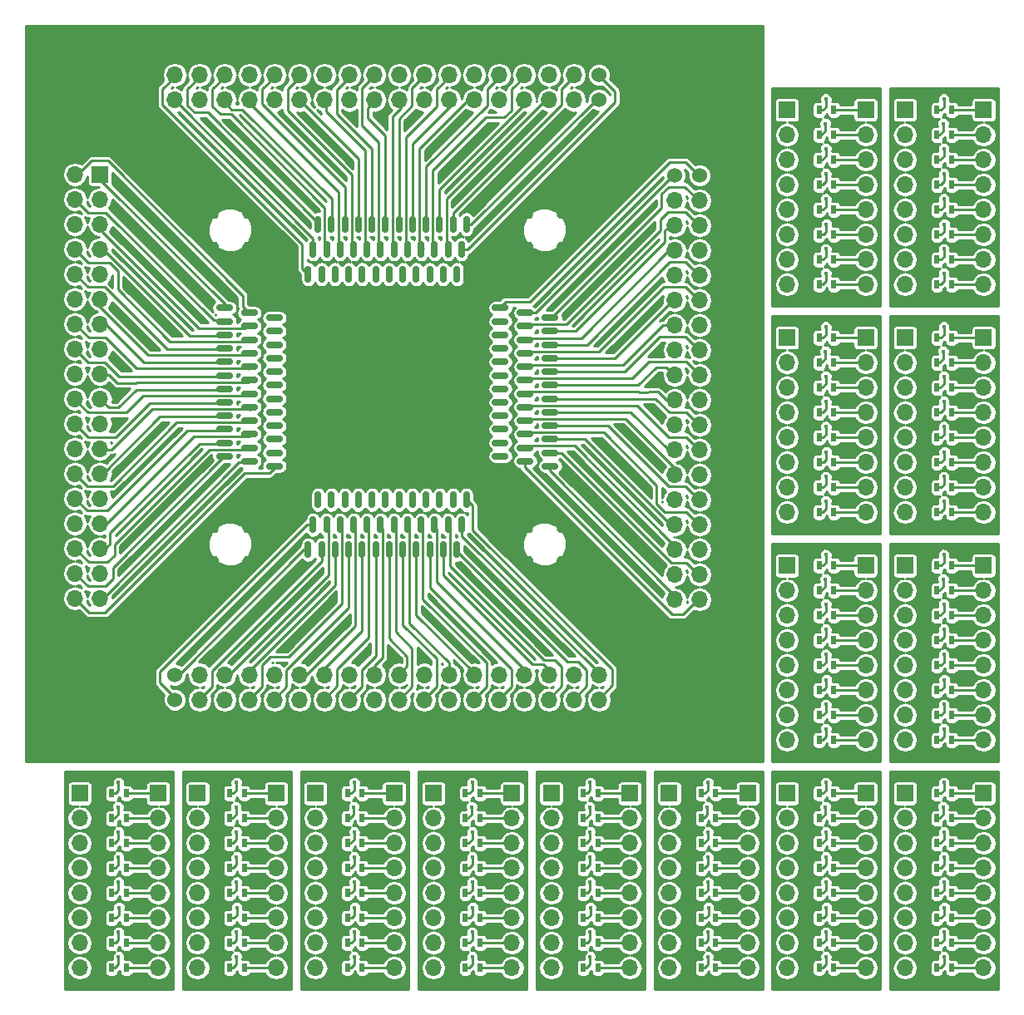
<source format=gbl>
%MOIN*%
%OFA0B0*%
%FSLAX46Y46*%
%IPPOS*%
%LPD*%
%ADD10C,0.0039370078740157488*%
%ADD11O,0.027559055118110236X0.068503937007874022*%
%ADD12O,0.068503937007874022X0.027559055118110236*%
%ADD13R,0.066929133858267723X0.066929133858267723*%
%ADD14O,0.066929133858267723X0.066929133858267723*%
%ADD15C,0.060000000000000005*%
%ADD16C,0.00984251968503937*%
%ADD17C,0.01*%
%ADD28C,0.0039370078740157488*%
%ADD29R,0.066929133858267723X0.066929133858267723*%
%ADD30O,0.066929133858267723X0.066929133858267723*%
%ADD31R,0.01968503937007874X0.035433070866141732*%
%ADD32C,0.017834645669291341*%
%ADD33C,0.00984251968503937*%
%ADD34C,0.01*%
%ADD35C,0.0039370078740157488*%
%ADD36R,0.066929133858267723X0.066929133858267723*%
%ADD37O,0.066929133858267723X0.066929133858267723*%
%ADD38R,0.01968503937007874X0.035433070866141732*%
%ADD39C,0.017834645669291341*%
%ADD40C,0.00984251968503937*%
%ADD41C,0.01*%
%ADD42C,0.0039370078740157488*%
%ADD43R,0.066929133858267723X0.066929133858267723*%
%ADD44O,0.066929133858267723X0.066929133858267723*%
%ADD45R,0.01968503937007874X0.035433070866141732*%
%ADD46C,0.017834645669291341*%
%ADD47C,0.00984251968503937*%
%ADD48C,0.01*%
%ADD49C,0.0039370078740157488*%
%ADD50R,0.066929133858267723X0.066929133858267723*%
%ADD51O,0.066929133858267723X0.066929133858267723*%
%ADD52R,0.01968503937007874X0.035433070866141732*%
%ADD53C,0.017834645669291341*%
%ADD54C,0.00984251968503937*%
%ADD55C,0.01*%
%ADD56C,0.0039370078740157488*%
%ADD57R,0.066929133858267723X0.066929133858267723*%
%ADD58O,0.066929133858267723X0.066929133858267723*%
%ADD59R,0.01968503937007874X0.035433070866141732*%
%ADD60C,0.017834645669291341*%
%ADD61C,0.00984251968503937*%
%ADD62C,0.01*%
%ADD63C,0.0039370078740157488*%
%ADD64R,0.066929133858267723X0.066929133858267723*%
%ADD65O,0.066929133858267723X0.066929133858267723*%
%ADD66R,0.01968503937007874X0.035433070866141732*%
%ADD67C,0.017834645669291341*%
%ADD68C,0.00984251968503937*%
%ADD69C,0.01*%
%ADD70C,0.0039370078740157488*%
%ADD71R,0.066929133858267723X0.066929133858267723*%
%ADD72O,0.066929133858267723X0.066929133858267723*%
%ADD73R,0.01968503937007874X0.035433070866141732*%
%ADD74C,0.017834645669291341*%
%ADD75C,0.00984251968503937*%
%ADD76C,0.01*%
%ADD77C,0.0039370078740157488*%
%ADD78R,0.066929133858267723X0.066929133858267723*%
%ADD79O,0.066929133858267723X0.066929133858267723*%
%ADD80R,0.01968503937007874X0.035433070866141732*%
%ADD81C,0.017834645669291341*%
%ADD82C,0.00984251968503937*%
%ADD83C,0.01*%
%ADD84C,0.0039370078740157488*%
%ADD85R,0.066929133858267723X0.066929133858267723*%
%ADD86O,0.066929133858267723X0.066929133858267723*%
%ADD87R,0.01968503937007874X0.035433070866141732*%
%ADD88C,0.017834645669291341*%
%ADD89C,0.00984251968503937*%
%ADD90C,0.01*%
%ADD91C,0.0039370078740157488*%
%ADD92R,0.066929133858267723X0.066929133858267723*%
%ADD93O,0.066929133858267723X0.066929133858267723*%
%ADD94R,0.01968503937007874X0.035433070866141732*%
%ADD95C,0.017834645669291341*%
%ADD96C,0.00984251968503937*%
%ADD97C,0.01*%
%ADD98C,0.0039370078740157488*%
%ADD99R,0.066929133858267723X0.066929133858267723*%
%ADD100O,0.066929133858267723X0.066929133858267723*%
%ADD101R,0.01968503937007874X0.035433070866141732*%
%ADD102C,0.017834645669291341*%
%ADD103C,0.00984251968503937*%
%ADD104C,0.01*%
%ADD105C,0.0039370078740157488*%
%ADD106R,0.066929133858267723X0.066929133858267723*%
%ADD107O,0.066929133858267723X0.066929133858267723*%
%ADD108R,0.01968503937007874X0.035433070866141732*%
%ADD109C,0.017834645669291341*%
%ADD110C,0.00984251968503937*%
%ADD111C,0.01*%
%ADD112C,0.0039370078740157488*%
%ADD113R,0.066929133858267723X0.066929133858267723*%
%ADD114O,0.066929133858267723X0.066929133858267723*%
%ADD115R,0.01968503937007874X0.035433070866141732*%
%ADD116C,0.017834645669291341*%
%ADD117C,0.00984251968503937*%
%ADD118C,0.01*%
%ADD119C,0.0039370078740157488*%
%ADD120R,0.066929133858267723X0.066929133858267723*%
%ADD121O,0.066929133858267723X0.066929133858267723*%
%ADD122R,0.01968503937007874X0.035433070866141732*%
%ADD123C,0.017834645669291341*%
%ADD124C,0.00984251968503937*%
%ADD125C,0.01*%
G01G01*
D10*
D11*
X0000000000Y0003937007D02*
X0001461712Y0002014763D03*
X0001407578Y0002014763D03*
D12*
X0000816338Y0002784940D03*
X0000816338Y0002730807D03*
X0000816338Y0002676673D03*
X0000816338Y0002622539D03*
X0000816338Y0002568405D03*
X0000816338Y0002514271D03*
X0000816338Y0002460137D03*
X0000816338Y0002406003D03*
X0000816338Y0002351870D03*
X0000816338Y0002297736D03*
X0000816338Y0002243602D03*
X0000816338Y0002189468D03*
X0002121850Y0002745570D03*
X0002121850Y0002691437D03*
X0002121850Y0002637303D03*
X0002121850Y0002583169D03*
X0002121850Y0002529035D03*
X0002121850Y0002474901D03*
X0002121850Y0002420767D03*
X0002121850Y0002366633D03*
X0002121850Y0002312500D03*
X0002121850Y0002258366D03*
X0002121850Y0002204232D03*
X0002121850Y0002150098D03*
X0002021850Y0002765255D03*
X0002021850Y0002711122D03*
X0002021850Y0002656988D03*
X0002021850Y0002602854D03*
X0002021850Y0002548720D03*
X0002021850Y0002494586D03*
X0002021850Y0002440452D03*
X0002021850Y0002386318D03*
X0002021850Y0002332185D03*
X0002021850Y0002278051D03*
X0002021850Y0002223917D03*
X0002021850Y0002169783D03*
X0000916338Y0002765255D03*
X0000916338Y0002711122D03*
X0000916338Y0002656988D03*
X0000916338Y0002602854D03*
X0000916338Y0002548720D03*
X0000916338Y0002494586D03*
X0000916338Y0002440452D03*
X0000916338Y0002386318D03*
X0000916338Y0002332185D03*
X0000916338Y0002278051D03*
X0000916338Y0002223917D03*
X0000916338Y0002169783D03*
X0001921850Y0002784940D03*
X0001921850Y0002730807D03*
X0001921850Y0002676673D03*
X0001921850Y0002622539D03*
X0001921850Y0002568405D03*
X0001921850Y0002514271D03*
X0001921850Y0002460137D03*
X0001921850Y0002406003D03*
X0001921850Y0002351870D03*
X0001921850Y0002297736D03*
X0001921850Y0002243602D03*
X0001016338Y0002745570D03*
X0001016338Y0002691437D03*
X0001016338Y0002637303D03*
X0001016338Y0002583169D03*
X0001016338Y0002529035D03*
X0001016338Y0002474901D03*
X0001016338Y0002420767D03*
X0001016338Y0002366633D03*
X0001016338Y0002312500D03*
X0001016338Y0002258366D03*
X0001016338Y0002204232D03*
X0001921850Y0002189468D03*
X0001016338Y0002150098D03*
D11*
X0001191043Y0003120275D03*
X0001191043Y0002014763D03*
X0001245177Y0003120275D03*
X0001299311Y0003120275D03*
X0001353444Y0003120275D03*
X0001407578Y0003120275D03*
X0001461712Y0003120275D03*
X0001515846Y0003120275D03*
X0001569980Y0003120275D03*
X0001624114Y0003120275D03*
X0001678248Y0003120275D03*
X0001732381Y0003120275D03*
X0001786515Y0003120275D03*
X0001245177Y0002014763D03*
X0001299311Y0002014763D03*
X0001353444Y0002014763D03*
X0001515846Y0002014763D03*
X0001569980Y0002014763D03*
X0001624114Y0002014763D03*
X0001678248Y0002014763D03*
X0001732381Y0002014763D03*
X0001786515Y0002014763D03*
X0001171358Y0003020275D03*
X0001225492Y0003020275D03*
X0001279626Y0003020275D03*
X0001333759Y0003020275D03*
X0001387893Y0003020275D03*
X0001442027Y0003020275D03*
X0001496161Y0003020275D03*
X0001550295Y0003020275D03*
X0001604429Y0003020275D03*
X0001658563Y0003020275D03*
X0001712696Y0003020275D03*
X0001766830Y0003020275D03*
X0001171358Y0001914763D03*
X0001225492Y0001914763D03*
X0001279626Y0001914763D03*
X0001333759Y0001914763D03*
X0001387893Y0001914763D03*
X0001442027Y0001914763D03*
X0001496161Y0001914763D03*
X0001550295Y0001914763D03*
X0001604429Y0001914763D03*
X0001658563Y0001914763D03*
X0001712696Y0001914763D03*
X0001766830Y0001914763D03*
X0001151673Y0001814763D03*
X0001205807Y0001814763D03*
X0001259940Y0001814763D03*
X0001314074Y0001814763D03*
X0001368208Y0001814763D03*
X0001422342Y0001814763D03*
X0001476476Y0001814763D03*
X0001530610Y0001814763D03*
X0001584744Y0001814763D03*
X0001638877Y0001814763D03*
X0001693011Y0001814763D03*
X0001747145Y0001814763D03*
X0001151673Y0002920275D03*
X0001205807Y0002920275D03*
X0001259940Y0002920275D03*
X0001314074Y0002920275D03*
X0001368208Y0002920275D03*
X0001422342Y0002920275D03*
X0001476476Y0002920275D03*
X0001530610Y0002920275D03*
X0001584744Y0002920275D03*
X0001638877Y0002920275D03*
X0001693011Y0002920275D03*
X0001747145Y0002920275D03*
D13*
X0000317716Y0003320472D03*
D14*
X0000217716Y0003320472D03*
X0000317716Y0003220472D03*
X0000217716Y0003220472D03*
X0000317716Y0003120472D03*
X0000217716Y0003120472D03*
X0000317716Y0003020472D03*
X0000217716Y0003020472D03*
X0000317716Y0002920472D03*
X0000217716Y0002920472D03*
X0000317716Y0002820472D03*
X0000217716Y0002820472D03*
X0000317716Y0002720472D03*
X0000217716Y0002720472D03*
X0000317716Y0002620472D03*
X0000217716Y0002620472D03*
X0000317716Y0002520472D03*
X0000217716Y0002520472D03*
X0000317716Y0002420472D03*
X0000217716Y0002420472D03*
X0000317716Y0002320472D03*
X0000217716Y0002320472D03*
X0000317716Y0002220472D03*
X0000217716Y0002220472D03*
X0000317716Y0002120472D03*
X0000217716Y0002120472D03*
X0000317716Y0002020472D03*
X0000217716Y0002020472D03*
X0000317716Y0001920472D03*
X0000217716Y0001920472D03*
X0000317716Y0001820472D03*
X0000217716Y0001820472D03*
X0000317716Y0001720472D03*
X0000217716Y0001720472D03*
X0000317716Y0001620472D03*
X0000217716Y0001620472D03*
D15*
X0000616929Y0001314173D03*
X0000616929Y0001214173D03*
D14*
X0000716929Y0001314173D03*
X0000716929Y0001214173D03*
X0000816929Y0001314173D03*
X0000816929Y0001214173D03*
X0000916929Y0001314173D03*
X0000916929Y0001214173D03*
X0001016929Y0001314173D03*
X0001016929Y0001214173D03*
X0001116929Y0001314173D03*
X0001116929Y0001214173D03*
X0001216929Y0001314173D03*
X0001216929Y0001214173D03*
X0001316929Y0001314173D03*
X0001316929Y0001214173D03*
X0001416929Y0001314173D03*
X0001416929Y0001214173D03*
X0001516929Y0001314173D03*
X0001516929Y0001214173D03*
X0001616929Y0001314173D03*
X0001616929Y0001214173D03*
X0001716929Y0001314173D03*
X0001716929Y0001214173D03*
X0001816929Y0001314173D03*
X0001816929Y0001214173D03*
X0001916929Y0001314173D03*
X0001916929Y0001214173D03*
X0002016929Y0001314173D03*
X0002016929Y0001214173D03*
X0002116929Y0001314173D03*
X0002116929Y0001214173D03*
X0002216929Y0001314173D03*
X0002216929Y0001214173D03*
X0002316929Y0001314173D03*
X0002316929Y0001214173D03*
D15*
X0002720472Y0003315354D03*
X0002620472Y0003315354D03*
D14*
X0002720472Y0003215354D03*
X0002620472Y0003215354D03*
X0002720472Y0003115354D03*
X0002620472Y0003115354D03*
X0002720472Y0003015354D03*
X0002620472Y0003015354D03*
X0002720472Y0002915354D03*
X0002620472Y0002915354D03*
X0002720472Y0002815354D03*
X0002620472Y0002815354D03*
X0002720472Y0002715354D03*
X0002620472Y0002715354D03*
X0002720472Y0002615354D03*
X0002620472Y0002615354D03*
X0002720472Y0002515354D03*
X0002620472Y0002515354D03*
X0002720472Y0002415354D03*
X0002620472Y0002415354D03*
X0002720472Y0002315354D03*
X0002620472Y0002315354D03*
X0002720472Y0002215354D03*
X0002620472Y0002215354D03*
X0002720472Y0002115354D03*
X0002620472Y0002115354D03*
X0002720472Y0002015354D03*
X0002620472Y0002015354D03*
X0002720472Y0001915354D03*
X0002620472Y0001915354D03*
X0002720472Y0001815354D03*
X0002620472Y0001815354D03*
X0002720472Y0001715354D03*
X0002620472Y0001715354D03*
X0002720472Y0001615354D03*
X0002620472Y0001615354D03*
D15*
X0002316929Y0003618897D03*
X0002316929Y0003718897D03*
D14*
X0002216929Y0003618897D03*
X0002216929Y0003718897D03*
X0002116929Y0003618897D03*
X0002116929Y0003718897D03*
X0002016929Y0003618897D03*
X0002016929Y0003718897D03*
X0001916929Y0003618897D03*
X0001916929Y0003718897D03*
X0001816929Y0003618897D03*
X0001816929Y0003718897D03*
X0001716929Y0003618897D03*
X0001716929Y0003718897D03*
X0001616929Y0003618897D03*
X0001616929Y0003718897D03*
X0001516929Y0003618897D03*
X0001516929Y0003718897D03*
X0001416929Y0003618897D03*
X0001416929Y0003718897D03*
X0001316929Y0003618897D03*
X0001316929Y0003718897D03*
X0001216929Y0003618897D03*
X0001216929Y0003718897D03*
X0001116929Y0003618897D03*
X0001116929Y0003718897D03*
X0001016929Y0003618897D03*
X0001016929Y0003718897D03*
X0000916929Y0003618897D03*
X0000916929Y0003718897D03*
X0000816929Y0003618897D03*
X0000816929Y0003718897D03*
X0000716929Y0003618897D03*
X0000716929Y0003718897D03*
X0000616929Y0003618897D03*
X0000616929Y0003718897D03*
D16*
X0000819707Y0002798402D02*
X0000338582Y0003279527D01*
X0000338582Y0003279527D02*
X0000324234Y0003293875D01*
X0000317716Y0003320472D02*
X0000317716Y0003300393D01*
X0000317716Y0003300393D02*
X0000338582Y0003279527D01*
X0000324234Y0003313705D02*
X0000321085Y0003316855D01*
X0000324234Y0003293875D02*
X0000324234Y0003313705D01*
X0000819707Y0002781324D02*
X0000819707Y0002798402D01*
X0000916338Y0002765255D02*
X0000891043Y0002790551D01*
X0000891043Y0002790551D02*
X0000890157Y0002790551D01*
X0000349409Y0003375000D02*
X0000285135Y0003375000D01*
X0000890157Y0002790551D02*
X0000890157Y0002834251D01*
X0000890157Y0002834251D02*
X0000349409Y0003375000D01*
X0000285135Y0003375000D02*
X0000225022Y0003314887D01*
X0000772809Y0002735064D02*
X0000812081Y0002735064D01*
X0000812081Y0002735064D02*
X0000816338Y0002730807D01*
X0000816338Y0002730807D02*
X0000814173Y0002728641D01*
X0000814173Y0002728641D02*
X0000814173Y0002728346D01*
X0000220297Y0003217642D02*
X0000270297Y0003167642D01*
X0000270297Y0003167642D02*
X0000340231Y0003167642D01*
X0000340231Y0003167642D02*
X0000772809Y0002735064D01*
X0000320297Y0003116855D02*
X0000320297Y0003116710D01*
X0000320297Y0003116710D02*
X0000326771Y0003110236D01*
X0000919707Y0002707505D02*
X0000898939Y0002707505D01*
X0000326771Y0003110236D02*
X0000326771Y0003090551D01*
X0000326771Y0003090551D02*
X0000713090Y0002704231D01*
X0000713090Y0002704231D02*
X0000895964Y0002704231D01*
X0000895964Y0002704231D02*
X0000899237Y0002707505D01*
X0000899237Y0002707505D02*
X0000919707Y0002707505D01*
X0000333538Y0003016855D02*
X0000313211Y0003016855D01*
X0000677337Y0002673056D02*
X0000333538Y0003016855D01*
X0000819707Y0002673056D02*
X0000677337Y0002673056D01*
X0000221085Y0003016855D02*
X0000271478Y0002966461D01*
X0000271478Y0002966461D02*
X0000295241Y0002966461D01*
X0000295511Y0002966732D02*
X0000339921Y0002966732D01*
X0000921161Y0002650098D02*
X0000921259Y0002650000D01*
X0000295241Y0002966461D02*
X0000295511Y0002966732D01*
X0000339921Y0002966732D02*
X0000340191Y0002966461D01*
X0000340191Y0002966461D02*
X0000356372Y0002966461D01*
X0000356372Y0002966461D02*
X0000389763Y0002933070D01*
X0000389763Y0002933070D02*
X0000389763Y0002858267D01*
X0000389763Y0002858267D02*
X0000597637Y0002650393D01*
X0000597637Y0002650393D02*
X0000784562Y0002650393D01*
X0000784562Y0002650393D02*
X0000784858Y0002650098D01*
X0000784858Y0002650098D02*
X0000921161Y0002650098D01*
X0000921259Y0002650000D02*
X0000924631Y0002653371D01*
X0000924631Y0002653371D02*
X0000941419Y0002653371D01*
X0000268723Y0002869217D02*
X0000221085Y0002916855D01*
X0000335506Y0002869217D02*
X0000268723Y0002869217D01*
X0000585801Y0002618922D02*
X0000335506Y0002869217D01*
X0000819707Y0002618922D02*
X0000585801Y0002618922D01*
X0000919707Y0002599237D02*
X0000918085Y0002599237D01*
X0000918085Y0002599237D02*
X0000916535Y0002600787D01*
X0000916535Y0002600787D02*
X0000911023Y0002595275D01*
X0000314786Y0002791513D02*
X0000314786Y0002816855D01*
X0000911023Y0002595275D02*
X0000511023Y0002595275D01*
X0000511023Y0002595275D02*
X0000314786Y0002791513D01*
X0000907207Y0002599237D02*
X0000914667Y0002606698D01*
X0000342199Y0002716855D02*
X0000313998Y0002716855D01*
X0000494266Y0002564788D02*
X0000342199Y0002716855D01*
X0000819707Y0002564788D02*
X0000494266Y0002564788D01*
X0000919707Y0002545103D02*
X0000916757Y0002545103D01*
X0000916757Y0002545103D02*
X0000912598Y0002540944D01*
X0000464318Y0002541338D02*
X0000363976Y0002641680D01*
X0000272266Y0002665674D02*
X0000221085Y0002716855D01*
X0000912598Y0002540944D02*
X0000912204Y0002541338D01*
X0000912204Y0002541338D02*
X0000464318Y0002541338D01*
X0000363976Y0002641680D02*
X0000363976Y0002642677D01*
X0000363976Y0002642677D02*
X0000339921Y0002666732D01*
X0000339921Y0002666732D02*
X0000295511Y0002666732D01*
X0000295511Y0002666732D02*
X0000294453Y0002665674D01*
X0000294453Y0002665674D02*
X0000272266Y0002665674D01*
X0000338014Y0002567249D02*
X0000268723Y0002567249D01*
X0000268723Y0002567249D02*
X0000219904Y0002616068D01*
X0000394608Y0002510654D02*
X0000338014Y0002567249D01*
X0000819707Y0002510654D02*
X0000394608Y0002510654D01*
X0000919707Y0002490969D02*
X0000914985Y0002490969D01*
X0000914985Y0002490969D02*
X0000911417Y0002487401D01*
X0000462030Y0002483784D02*
X0000386045Y0002483390D01*
X0000911417Y0002487401D02*
X0000465647Y0002487401D01*
X0000465647Y0002487401D02*
X0000462030Y0002483784D01*
X0000386045Y0002483390D02*
X0000352581Y0002516855D01*
X0000352581Y0002516855D02*
X0000309274Y0002516855D01*
X0000463112Y0002456520D02*
X0000391557Y0002384965D01*
X0000819707Y0002456520D02*
X0000463112Y0002456520D01*
X0000352975Y0002384965D02*
X0000321085Y0002416855D01*
X0000391557Y0002384965D02*
X0000352975Y0002384965D01*
X0000919707Y0002436835D02*
X0000915969Y0002436835D01*
X0000915969Y0002436835D02*
X0000911811Y0002432677D01*
X0000911811Y0002432677D02*
X0000491631Y0002432677D01*
X0000491631Y0002432677D02*
X0000423841Y0002364887D01*
X0000423841Y0002364887D02*
X0000341766Y0002364887D01*
X0000341766Y0002364887D02*
X0000339921Y0002366732D01*
X0000268723Y0002364887D02*
X0000221085Y0002412524D01*
X0000339921Y0002366732D02*
X0000295511Y0002366732D01*
X0000295511Y0002366732D02*
X0000293666Y0002364887D01*
X0000293666Y0002364887D02*
X0000268723Y0002364887D01*
X0000221085Y0002412524D02*
X0000221085Y0002416855D01*
X0000270691Y0002267249D02*
X0000221085Y0002316855D01*
X0000819707Y0002402387D02*
X0000516852Y0002402387D01*
X0000516852Y0002402387D02*
X0000381715Y0002267249D01*
X0000381715Y0002267249D02*
X0000270691Y0002267249D01*
X0000919707Y0002382702D02*
X0000919707Y0002379156D01*
X0000918110Y0002377559D02*
X0000916929Y0002378740D01*
X0000919707Y0002379156D02*
X0000918110Y0002377559D01*
X0000916929Y0002378740D02*
X0000527225Y0002378740D01*
X0000527225Y0002378740D02*
X0000365341Y0002216855D01*
X0000365341Y0002216855D02*
X0000316835Y0002216855D01*
X0000325516Y0002116855D02*
X0000307305Y0002116855D01*
X0000556914Y0002348253D02*
X0000325516Y0002116855D01*
X0000819707Y0002348253D02*
X0000556914Y0002348253D01*
X0000221085Y0002116855D02*
X0000267468Y0002070472D01*
X0000267468Y0002070472D02*
X0000369584Y0002070472D01*
X0000915576Y0002328568D02*
X0000919707Y0002328568D01*
X0000369584Y0002070472D02*
X0000623521Y0002324409D01*
X0000911417Y0002324409D02*
X0000915576Y0002328568D01*
X0000623521Y0002324409D02*
X0000911417Y0002324409D01*
X0000819707Y0002294119D02*
X0000668135Y0002294119D01*
X0000668135Y0002294119D02*
X0000345669Y0001971653D01*
X0000345669Y0001971653D02*
X0000266287Y0001971653D01*
X0000266287Y0001971653D02*
X0000221085Y0002016855D01*
X0000919707Y0002274434D02*
X0000917716Y0002272443D01*
X0000917716Y0002272443D02*
X0000917716Y0002272440D01*
X0000917716Y0002272440D02*
X0000916141Y0002270866D01*
X0000916141Y0002270866D02*
X0000693914Y0002270866D01*
X0000693914Y0002270866D02*
X0000339904Y0001916855D01*
X0000339904Y0001916855D02*
X0000310455Y0001916855D01*
X0000358502Y0001838902D02*
X0000336455Y0001816855D01*
X0000336455Y0001816855D02*
X0000313211Y0001816855D01*
X0000358502Y0001838902D02*
X0000336455Y0001816855D01*
X0000358502Y0001882124D02*
X0000358502Y0001838902D01*
X0000716363Y0002239985D02*
X0000358502Y0001882124D01*
X0000819707Y0002239985D02*
X0000716363Y0002239985D01*
X0000919707Y0002220300D02*
X0000913213Y0002220300D01*
X0000340979Y0001765674D02*
X0000339921Y0001766732D01*
X0000339921Y0001766732D02*
X0000295511Y0001766732D01*
X0000272266Y0001765674D02*
X0000221085Y0001816855D01*
X0000913213Y0002220300D02*
X0000909055Y0002216141D01*
X0000295511Y0001766732D02*
X0000294453Y0001765674D01*
X0000909055Y0002216141D02*
X0000755511Y0002216141D01*
X0000376219Y0001793542D02*
X0000348351Y0001765674D01*
X0000755511Y0002216141D02*
X0000376219Y0001836849D01*
X0000376219Y0001836849D02*
X0000376219Y0001793542D01*
X0000294453Y0001765674D02*
X0000272266Y0001765674D01*
X0000348351Y0001765674D02*
X0000340979Y0001765674D01*
X0000819707Y0002185851D02*
X0000811835Y0002185851D01*
X0000811835Y0002185851D02*
X0000370078Y0001744094D01*
X0000370078Y0001744094D02*
X0000370078Y0001699645D01*
X0000370078Y0001699645D02*
X0000339330Y0001668897D01*
X0000339330Y0001668897D02*
X0000269043Y0001668897D01*
X0000269043Y0001668897D02*
X0000221085Y0001716855D01*
X0000325516Y0001616855D02*
X0000314786Y0001616855D01*
X0000874827Y0002166166D02*
X0000325516Y0001616855D01*
X0000919707Y0002166166D02*
X0000874827Y0002166166D01*
X0000996062Y0002122047D02*
X0001019707Y0002145691D01*
X0000897637Y0002122047D02*
X0000996062Y0002122047D01*
X0000338582Y0001562992D02*
X0000897637Y0002122047D01*
X0001019707Y0002146481D02*
X0000999530Y0002146481D01*
X0000274948Y0001562992D02*
X0000338582Y0001562992D01*
X0001019707Y0002145691D02*
X0001019707Y0002146481D01*
X0000221085Y0001616855D02*
X0000274948Y0001562992D01*
X0002319217Y0003613954D02*
X0002322367Y0003617103D01*
X0002299387Y0003613954D02*
X0002319217Y0003613954D01*
X0001803914Y0003118481D02*
X0002299387Y0003613954D01*
X0001786835Y0003118481D02*
X0001803914Y0003118481D01*
X0002380511Y0003653053D02*
X0002320398Y0003713166D01*
X0002380511Y0003608464D02*
X0002380511Y0003653053D01*
X0001790528Y0003018481D02*
X0002380511Y0003608464D01*
X0001767150Y0003018481D02*
X0001790528Y0003018481D01*
X0002223154Y0003717891D02*
X0002167322Y0003662059D01*
X0002167322Y0003662059D02*
X0002167322Y0003600000D01*
X0002167322Y0003600000D02*
X0001732702Y0003165379D01*
X0001732702Y0003165379D02*
X0001732702Y0003118481D01*
X0001705709Y0003221064D02*
X0001705709Y0003039172D01*
X0001712598Y0003032283D02*
X0001713016Y0003032702D01*
X0002096062Y0003611417D02*
X0001705709Y0003221064D01*
X0002115748Y0003611417D02*
X0002096062Y0003611417D01*
X0001713016Y0003032702D02*
X0001713016Y0003039249D01*
X0002122221Y0003617891D02*
X0002115748Y0003611417D01*
X0001705709Y0003039172D02*
X0001712598Y0003032283D01*
X0002122367Y0003617891D02*
X0002122221Y0003617891D01*
X0002022367Y0003604650D02*
X0002022367Y0003624977D01*
X0001678568Y0003260851D02*
X0002022367Y0003604650D01*
X0001678568Y0003118481D02*
X0001678568Y0003260851D01*
X0002022367Y0003717103D02*
X0001966535Y0003661271D01*
X0001658883Y0003031717D02*
X0001658883Y0002996769D01*
X0001966535Y0003661271D02*
X0001966535Y0003576377D01*
X0001966535Y0003576377D02*
X0001938582Y0003548425D01*
X0001651709Y0003336355D02*
X0001651709Y0003151792D01*
X0001938582Y0003548425D02*
X0001863779Y0003548425D01*
X0001651672Y0003151755D02*
X0001651672Y0003088795D01*
X0001863779Y0003548425D02*
X0001651709Y0003336355D01*
X0001651709Y0003151792D02*
X0001651672Y0003151755D01*
X0001651672Y0003088795D02*
X0001651709Y0003088758D01*
X0001651709Y0003088758D02*
X0001651709Y0003039235D01*
X0001651709Y0003039235D02*
X0001659055Y0003031889D01*
X0001659055Y0003031889D02*
X0001658883Y0003031717D01*
X0001624434Y0003118481D02*
X0001624434Y0003352387D01*
X0001624434Y0003352387D02*
X0001868897Y0003596850D01*
X0001868897Y0003663634D02*
X0001922367Y0003717103D01*
X0001868897Y0003596850D02*
X0001868897Y0003663634D01*
X0001604749Y0003018481D02*
X0001604749Y0003027534D01*
X0001604749Y0003027534D02*
X0001597244Y0003035039D01*
X0001597244Y0003035039D02*
X0001597244Y0003423622D01*
X0001597244Y0003423622D02*
X0001797025Y0003623402D01*
X0001797025Y0003623402D02*
X0001822367Y0003623402D01*
X0001604749Y0003030981D02*
X0001612209Y0003023521D01*
X0001722367Y0003595989D02*
X0001722367Y0003624190D01*
X0001570300Y0003443922D02*
X0001722367Y0003595989D01*
X0001570300Y0003118481D02*
X0001570300Y0003443922D01*
X0001550615Y0003018481D02*
X0001550615Y0003026156D01*
X0001550615Y0003026156D02*
X0001542913Y0003033858D01*
X0001542913Y0003033858D02*
X0001542913Y0003469933D01*
X0001542913Y0003469933D02*
X0001666535Y0003593555D01*
X0001666535Y0003593555D02*
X0001666535Y0003661271D01*
X0001666535Y0003661271D02*
X0001722367Y0003717103D01*
X0001516166Y0003118481D02*
X0001516166Y0003543580D01*
X0001516166Y0003543580D02*
X0001567716Y0003595130D01*
X0001567716Y0003595130D02*
X0001567716Y0003664421D01*
X0001567716Y0003664421D02*
X0001621579Y0003718284D01*
X0001496481Y0003018481D02*
X0001496481Y0003026796D01*
X0001496481Y0003026796D02*
X0001496850Y0003027165D01*
X0001488902Y0003552143D02*
X0001522367Y0003585607D01*
X0001496850Y0003027165D02*
X0001488976Y0003035039D01*
X0001488976Y0003035039D02*
X0001488976Y0003475838D01*
X0001488976Y0003475838D02*
X0001489296Y0003476158D01*
X0001489296Y0003476158D02*
X0001488902Y0003552143D01*
X0001522367Y0003585607D02*
X0001522367Y0003628914D01*
X0001462032Y0003475076D02*
X0001390477Y0003546631D01*
X0001462032Y0003118481D02*
X0001462032Y0003475076D01*
X0001390477Y0003585213D02*
X0001422367Y0003617103D01*
X0001390477Y0003546631D02*
X0001390477Y0003585213D01*
X0001442347Y0003018481D02*
X0001442347Y0003019069D01*
X0001434645Y0003450101D02*
X0001368110Y0003516636D01*
X0001442347Y0003019069D02*
X0001434645Y0003026771D01*
X0001434645Y0003026771D02*
X0001434645Y0003450101D01*
X0001368110Y0003516636D02*
X0001368110Y0003667177D01*
X0001368110Y0003667177D02*
X0001418036Y0003717103D01*
X0001418036Y0003717103D02*
X0001422367Y0003717103D01*
X0001407898Y0003118481D02*
X0001407898Y0003421336D01*
X0001265748Y0003660484D02*
X0001322367Y0003717103D01*
X0001407898Y0003421336D02*
X0001265748Y0003563486D01*
X0001265748Y0003563486D02*
X0001265748Y0003660484D01*
X0001388213Y0003018481D02*
X0001388213Y0003027927D01*
X0001388213Y0003027927D02*
X0001380314Y0003035826D01*
X0001380314Y0003035826D02*
X0001380314Y0003414900D01*
X0001380314Y0003414900D02*
X0001222367Y0003572847D01*
X0001222367Y0003572847D02*
X0001222367Y0003621353D01*
X0001122367Y0003612672D02*
X0001122367Y0003630883D01*
X0001353765Y0003381274D02*
X0001122367Y0003612672D01*
X0001353765Y0003118481D02*
X0001353765Y0003381274D01*
X0001334079Y0003018481D02*
X0001334079Y0003023006D01*
X0001334079Y0003023006D02*
X0001326377Y0003030708D01*
X0001326377Y0003030708D02*
X0001326377Y0003318211D01*
X0001326377Y0003318211D02*
X0001068897Y0003575691D01*
X0001068897Y0003575691D02*
X0001068897Y0003663634D01*
X0001068897Y0003663634D02*
X0001122367Y0003717103D01*
X0001299631Y0003118481D02*
X0001299631Y0003270053D01*
X0001299631Y0003270053D02*
X0000968503Y0003601181D01*
X0000968503Y0003601181D02*
X0000968503Y0003663240D01*
X0000968503Y0003663240D02*
X0001022367Y0003717103D01*
X0001279946Y0003018481D02*
X0001279946Y0003018528D01*
X0001279946Y0003018528D02*
X0001285039Y0003023622D01*
X0001272440Y0003248211D02*
X0000922367Y0003598284D01*
X0001285039Y0003023622D02*
X0001272440Y0003036220D01*
X0001272440Y0003036220D02*
X0001272440Y0003248211D01*
X0000922367Y0003598284D02*
X0000922367Y0003627733D01*
X0000844414Y0003579686D02*
X0000822367Y0003601733D01*
X0000822367Y0003601733D02*
X0000822367Y0003624977D01*
X0000844414Y0003579686D02*
X0000822367Y0003601733D01*
X0000887636Y0003579686D02*
X0000844414Y0003579686D01*
X0001245497Y0003221825D02*
X0000887636Y0003579686D01*
X0001245497Y0003118481D02*
X0001245497Y0003221825D01*
X0001225812Y0003018481D02*
X0001225812Y0003035654D01*
X0001225812Y0003035654D02*
X0001226771Y0003036614D01*
X0001226771Y0003036614D02*
X0001218036Y0003045349D01*
X0001218036Y0003045349D02*
X0001218036Y0003186294D01*
X0001218036Y0003186294D02*
X0000842361Y0003561969D01*
X0000799054Y0003561969D02*
X0000768110Y0003592913D01*
X0000842361Y0003561969D02*
X0000799054Y0003561969D01*
X0000768110Y0003592913D02*
X0000768110Y0003662846D01*
X0000768110Y0003662846D02*
X0000822367Y0003717103D01*
X0001191363Y0003118481D02*
X0001191363Y0003126353D01*
X0001191363Y0003126353D02*
X0000749606Y0003568110D01*
X0000749606Y0003568110D02*
X0000698818Y0003568110D01*
X0000698818Y0003568110D02*
X0000698425Y0003567716D01*
X0000695669Y0003567716D02*
X0000666535Y0003596850D01*
X0000698425Y0003567716D02*
X0000695669Y0003567716D01*
X0000666535Y0003596850D02*
X0000666535Y0003661271D01*
X0000666535Y0003661271D02*
X0000722367Y0003717103D01*
X0000622367Y0003612672D02*
X0000622367Y0003623402D01*
X0001171259Y0003063779D02*
X0000622367Y0003612672D01*
X0001171259Y0003024803D02*
X0001171259Y0003063779D01*
X0001171678Y0003024384D02*
X0001171259Y0003024803D01*
X0001171678Y0003018481D02*
X0001171678Y0003024384D01*
X0001127559Y0002942125D02*
X0001151203Y0002918481D01*
X0001127559Y0003040551D02*
X0001127559Y0002942125D01*
X0000568503Y0003599606D02*
X0001127559Y0003040551D01*
X0001151993Y0002918481D02*
X0001151993Y0002938658D01*
X0000568503Y0003663240D02*
X0000568503Y0003599606D01*
X0001151203Y0002918481D02*
X0001151993Y0002918481D01*
X0000622367Y0003717103D02*
X0000568503Y0003663240D01*
X0001151746Y0001815770D02*
X0001134667Y0001815770D01*
X0001134667Y0001815770D02*
X0000639195Y0001320297D01*
X0000639195Y0001320297D02*
X0000619364Y0001320297D01*
X0000619364Y0001320297D02*
X0000616215Y0001317148D01*
X0001171431Y0001915770D02*
X0001148053Y0001915770D01*
X0001148053Y0001915770D02*
X0000558070Y0001325787D01*
X0000558070Y0001325787D02*
X0000558070Y0001281198D01*
X0000558070Y0001281198D02*
X0000618183Y0001221085D01*
X0000715427Y0001216360D02*
X0000765427Y0001266360D01*
X0000765427Y0001266360D02*
X0000765427Y0001328420D01*
X0000765427Y0001328420D02*
X0001205880Y0001768872D01*
X0001205880Y0001768872D02*
X0001205880Y0001815770D01*
X0000816215Y0001316360D02*
X0000816360Y0001316360D01*
X0001232872Y0001895079D02*
X0001225984Y0001901968D01*
X0000816360Y0001316360D02*
X0000822834Y0001322834D01*
X0001225565Y0001901549D02*
X0001225565Y0001895002D01*
X0000822834Y0001322834D02*
X0000842519Y0001322834D01*
X0000842519Y0001322834D02*
X0001232872Y0001713187D01*
X0001225984Y0001901968D02*
X0001225565Y0001901549D01*
X0001232872Y0001713187D02*
X0001232872Y0001895079D01*
X0001260014Y0001815770D02*
X0001260014Y0001673400D01*
X0001260014Y0001673400D02*
X0000916215Y0001329601D01*
X0000916215Y0001329601D02*
X0000916215Y0001309274D01*
X0000916215Y0001217148D02*
X0000966609Y0001267541D01*
X0001286872Y0001895016D02*
X0001279527Y0001902362D01*
X0000966609Y0001267541D02*
X0000966609Y0001352435D01*
X0000966609Y0001352435D02*
X0001000000Y0001385826D01*
X0001000000Y0001385826D02*
X0001074803Y0001385826D01*
X0001074803Y0001385826D02*
X0001286872Y0001597896D01*
X0001286872Y0001597896D02*
X0001286872Y0001895016D01*
X0001279527Y0001902362D02*
X0001279699Y0001902534D01*
X0001279699Y0001902534D02*
X0001279699Y0001937482D01*
X0001314148Y0001815770D02*
X0001314148Y0001581864D01*
X0001314148Y0001581864D02*
X0001063853Y0001331569D01*
X0001063853Y0001331569D02*
X0001063853Y0001264785D01*
X0001063853Y0001264785D02*
X0001016215Y0001217148D01*
X0001333833Y0001915770D02*
X0001333833Y0001906717D01*
X0001333833Y0001906717D02*
X0001340872Y0001899678D01*
X0001340872Y0001899678D02*
X0001340872Y0001510164D01*
X0001340872Y0001510164D02*
X0001141557Y0001310848D01*
X0001141557Y0001310848D02*
X0001116215Y0001310848D01*
X0001333833Y0001903270D02*
X0001326372Y0001910730D01*
X0001368282Y0001815770D02*
X0001368282Y0001490329D01*
X0001368282Y0001490329D02*
X0001216215Y0001338262D01*
X0001216215Y0001338262D02*
X0001216215Y0001310061D01*
X0001387967Y0001915770D02*
X0001387967Y0001908095D01*
X0001267396Y0001336045D02*
X0001267396Y0001268329D01*
X0001387967Y0001908095D02*
X0001395372Y0001900690D01*
X0001395372Y0001900690D02*
X0001395372Y0001464022D01*
X0001395372Y0001464022D02*
X0001267396Y0001336045D01*
X0001267396Y0001268329D02*
X0001216215Y0001217148D01*
X0001422416Y0001815770D02*
X0001422416Y0001390671D01*
X0001422416Y0001390671D02*
X0001365821Y0001334077D01*
X0001365821Y0001264785D02*
X0001317002Y0001215967D01*
X0001365821Y0001334077D02*
X0001365821Y0001264785D01*
X0001442101Y0001915770D02*
X0001442101Y0001907455D01*
X0001442101Y0001907455D02*
X0001441732Y0001907086D01*
X0001449286Y0001458093D02*
X0001449679Y0001382108D01*
X0001441732Y0001907086D02*
X0001449286Y0001899532D01*
X0001449286Y0001899532D02*
X0001449286Y0001458093D01*
X0001449679Y0001382108D02*
X0001416215Y0001348644D01*
X0001416215Y0001348644D02*
X0001416215Y0001305337D01*
X0001548105Y0001387620D02*
X0001548105Y0001349037D01*
X0001548105Y0001349037D02*
X0001516215Y0001317148D01*
X0001476549Y0001815770D02*
X0001476549Y0001459175D01*
X0001476549Y0001459175D02*
X0001548105Y0001387620D01*
X0001496235Y0001915770D02*
X0001496235Y0001915182D01*
X0001503616Y0001484471D02*
X0001568183Y0001419904D01*
X0001496235Y0001915182D02*
X0001503616Y0001907800D01*
X0001503616Y0001907800D02*
X0001503616Y0001484471D01*
X0001568183Y0001264785D02*
X0001520546Y0001217148D01*
X0001568183Y0001419904D02*
X0001568183Y0001264785D01*
X0001520546Y0001217148D02*
X0001516215Y0001217148D01*
X0001665821Y0001377778D02*
X0001665821Y0001266754D01*
X0001530683Y0001512915D02*
X0001665821Y0001377778D01*
X0001530683Y0001815770D02*
X0001530683Y0001512915D01*
X0001665821Y0001266754D02*
X0001616215Y0001217148D01*
X0001550368Y0001915770D02*
X0001550368Y0001906324D01*
X0001557372Y0001899320D02*
X0001557372Y0001520246D01*
X0001550368Y0001906324D02*
X0001557372Y0001899320D01*
X0001557372Y0001520246D02*
X0001716215Y0001361404D01*
X0001716215Y0001361404D02*
X0001716215Y0001312898D01*
X0001584817Y0001815770D02*
X0001584817Y0001552977D01*
X0001584817Y0001552977D02*
X0001816215Y0001321579D01*
X0001816215Y0001321579D02*
X0001816215Y0001303368D01*
X0001604502Y0001915770D02*
X0001604502Y0001911245D01*
X0001604502Y0001911245D02*
X0001611884Y0001903863D01*
X0001611884Y0001903863D02*
X0001611884Y0001616360D01*
X0001611884Y0001616360D02*
X0001866609Y0001361636D01*
X0001866609Y0001361636D02*
X0001866609Y0001267541D01*
X0001866609Y0001267541D02*
X0001816215Y0001217148D01*
X0001866609Y0001361636D02*
X0001866609Y0001267541D01*
X0001638951Y0001815770D02*
X0001638951Y0001664198D01*
X0001638951Y0001664198D02*
X0001966609Y0001336540D01*
X0001966609Y0001336540D02*
X0001966609Y0001267541D01*
X0001966609Y0001267541D02*
X0001916215Y0001217148D01*
X0001658636Y0001915770D02*
X0001658636Y0001915723D01*
X0001658636Y0001915723D02*
X0001653543Y0001910629D01*
X0001653543Y0001910629D02*
X0001665872Y0001898300D01*
X0001665872Y0001898300D02*
X0001665872Y0001686309D01*
X0001665872Y0001686309D02*
X0002016215Y0001335967D01*
X0002016215Y0001335967D02*
X0002016215Y0001306518D01*
X0001693085Y0001815770D02*
X0001693085Y0001712426D01*
X0001693085Y0001712426D02*
X0002050946Y0001354565D01*
X0002050946Y0001354565D02*
X0002094168Y0001354565D01*
X0002094168Y0001354565D02*
X0002116215Y0001332518D01*
X0002116215Y0001332518D02*
X0002116215Y0001309274D01*
X0002094168Y0001354565D02*
X0002116215Y0001332518D01*
X0001712770Y0001915770D02*
X0001712770Y0001898597D01*
X0001712770Y0001898597D02*
X0001711811Y0001897637D01*
X0001711811Y0001897637D02*
X0001720546Y0001888902D01*
X0001720546Y0001888902D02*
X0001720546Y0001747957D01*
X0002139528Y0001372282D02*
X0002167396Y0001344414D01*
X0001720546Y0001747957D02*
X0002096221Y0001372282D01*
X0002096221Y0001372282D02*
X0002139528Y0001372282D01*
X0002167396Y0001344414D02*
X0002167396Y0001268329D01*
X0002167396Y0001268329D02*
X0002116215Y0001217148D01*
X0001747219Y0001815770D02*
X0001747219Y0001807898D01*
X0001747219Y0001807898D02*
X0002188976Y0001366141D01*
X0002267002Y0001332564D02*
X0002267002Y0001267935D01*
X0002188976Y0001366141D02*
X0002233425Y0001366141D01*
X0002233425Y0001366141D02*
X0002267002Y0001332564D01*
X0002267002Y0001267935D02*
X0002216215Y0001217148D01*
X0001766904Y0001915770D02*
X0001766904Y0001909867D01*
X0001766904Y0001909867D02*
X0001767322Y0001909448D01*
X0001767322Y0001909448D02*
X0001767322Y0001870472D01*
X0001767322Y0001870472D02*
X0002316215Y0001321579D01*
X0002316215Y0001321579D02*
X0002316215Y0001310848D01*
X0002316215Y0001217148D02*
X0002370078Y0001271011D01*
X0001787379Y0002015770D02*
X0001786589Y0002015770D01*
X0002370078Y0001271011D02*
X0002370078Y0001334645D01*
X0001786589Y0002015770D02*
X0001786589Y0001995593D01*
X0002370078Y0001334645D02*
X0001811023Y0001893700D01*
X0001811023Y0001893700D02*
X0001811023Y0001992125D01*
X0001811023Y0001992125D02*
X0001787379Y0002015770D01*
X0002717395Y0003314396D02*
X0002663531Y0003368259D01*
X0001918772Y0002785560D02*
X0001918772Y0002784770D01*
X0002663531Y0003368259D02*
X0002599897Y0003368259D01*
X0001918772Y0002784770D02*
X0001938950Y0002784770D01*
X0002599897Y0003368259D02*
X0002040842Y0002809204D01*
X0002040842Y0002809204D02*
X0001942417Y0002809204D01*
X0001942417Y0002809204D02*
X0001918772Y0002785560D01*
X0002018772Y0002765085D02*
X0002024675Y0002765085D01*
X0002024675Y0002765085D02*
X0002025094Y0002765503D01*
X0002025094Y0002765503D02*
X0002064070Y0002765503D01*
X0002064070Y0002765503D02*
X0002612963Y0003314396D01*
X0002612963Y0003314396D02*
X0002623694Y0003314396D01*
X0002594094Y0003314566D02*
X0002628346Y0003314566D01*
X0002661563Y0003270228D02*
X0002717395Y0003214396D01*
X0002597141Y0003270228D02*
X0002661563Y0003270228D01*
X0002568007Y0003238338D02*
X0002568007Y0003241094D01*
X0002568007Y0003241094D02*
X0002597141Y0003270228D01*
X0002568401Y0003237944D02*
X0002568007Y0003238338D01*
X0002568401Y0003187157D02*
X0002568401Y0003237944D01*
X0002126644Y0002745400D02*
X0002568401Y0003187157D01*
X0002118772Y0002745400D02*
X0002126644Y0002745400D01*
X0002663137Y0003168653D02*
X0002717395Y0003114396D01*
X0002593204Y0003168653D02*
X0002663137Y0003168653D01*
X0002562260Y0003094402D02*
X0002562260Y0003137709D01*
X0002562260Y0003137709D02*
X0002593204Y0003168653D01*
X0002186585Y0002718727D02*
X0002562260Y0003094402D01*
X0002045640Y0002718727D02*
X0002186585Y0002718727D01*
X0002036905Y0002709992D02*
X0002045640Y0002718727D01*
X0002035946Y0002710951D02*
X0002036905Y0002709992D01*
X0002018772Y0002710951D02*
X0002035946Y0002710951D01*
X0002118772Y0002691266D02*
X0002222116Y0002691266D01*
X0002222116Y0002691266D02*
X0002579977Y0003049127D01*
X0002579977Y0003049127D02*
X0002579977Y0003092349D01*
X0002579977Y0003092349D02*
X0002602025Y0003114396D01*
X0002602025Y0003114396D02*
X0002625269Y0003114396D01*
X0002579977Y0003092349D02*
X0002602025Y0003114396D01*
X0002606677Y0003114566D02*
X0002629921Y0003114566D01*
X0002598576Y0003014396D02*
X0002628025Y0003014396D01*
X0002036511Y0002664322D02*
X0002248502Y0002664322D01*
X0002023913Y0002651724D02*
X0002036511Y0002664322D01*
X0002248502Y0002664322D02*
X0002598576Y0003014396D01*
X0002018820Y0002656817D02*
X0002023913Y0002651724D01*
X0002018772Y0002656817D02*
X0002018820Y0002656817D01*
X0002603228Y0003014566D02*
X0002632677Y0003014566D01*
X0002663531Y0002968259D02*
X0002717395Y0002914396D01*
X0002601472Y0002968259D02*
X0002663531Y0002968259D01*
X0002270345Y0002637132D02*
X0002601472Y0002968259D01*
X0002118772Y0002637132D02*
X0002270345Y0002637132D01*
X0002663925Y0002867866D02*
X0002717395Y0002814396D01*
X0002575982Y0002867866D02*
X0002663925Y0002867866D01*
X0002318502Y0002610385D02*
X0002575982Y0002867866D01*
X0002031000Y0002610385D02*
X0002318502Y0002610385D01*
X0002023297Y0002602683D02*
X0002031000Y0002610385D01*
X0002018772Y0002602683D02*
X0002023297Y0002602683D01*
X0002118772Y0002582998D02*
X0002381565Y0002582998D01*
X0002381565Y0002582998D02*
X0002612963Y0002814396D01*
X0002612963Y0002814396D02*
X0002631174Y0002814396D01*
X0002573139Y0002714396D02*
X0002621645Y0002714396D01*
X0002415191Y0002556448D02*
X0002573139Y0002714396D01*
X0002036118Y0002556448D02*
X0002415191Y0002556448D01*
X0002028219Y0002548549D02*
X0002036118Y0002556448D01*
X0002018772Y0002548549D02*
X0002028219Y0002548549D01*
X0002118772Y0002528864D02*
X0002421627Y0002528864D01*
X0002421627Y0002528864D02*
X0002560872Y0002668110D01*
X0002560872Y0002668110D02*
X0002663681Y0002668110D01*
X0002663681Y0002668110D02*
X0002717395Y0002614396D01*
X0002717395Y0002518727D02*
X0002717395Y0002514396D01*
X0002667468Y0002568653D02*
X0002717395Y0002518727D01*
X0002516927Y0002568653D02*
X0002667468Y0002568653D01*
X0002027062Y0002502118D02*
X0002450392Y0002502118D01*
X0002019360Y0002494416D02*
X0002027062Y0002502118D01*
X0002450392Y0002502118D02*
X0002516927Y0002568653D01*
X0002018772Y0002494416D02*
X0002019360Y0002494416D01*
X0002546922Y0002546286D02*
X0002585505Y0002546286D01*
X0002585505Y0002546286D02*
X0002617395Y0002514396D01*
X0002118772Y0002474731D02*
X0002475367Y0002474731D01*
X0002475367Y0002474731D02*
X0002546922Y0002546286D01*
X0002585899Y0002414396D02*
X0002629206Y0002414396D01*
X0002476450Y0002447467D02*
X0002552434Y0002447860D01*
X0002476130Y0002447787D02*
X0002476450Y0002447467D01*
X0002035330Y0002447787D02*
X0002476130Y0002447787D01*
X0002027456Y0002439913D02*
X0002035330Y0002447787D01*
X0002552434Y0002447860D02*
X0002585899Y0002414396D01*
X0002027087Y0002440282D02*
X0002027456Y0002439913D01*
X0002018772Y0002440282D02*
X0002027087Y0002440282D01*
X0002118772Y0002420597D02*
X0002543871Y0002420597D01*
X0002668011Y0002365748D02*
X0002718576Y0002315183D01*
X0002543871Y0002420597D02*
X0002598720Y0002365748D01*
X0002598720Y0002365748D02*
X0002668011Y0002365748D01*
X0002018772Y0002386148D02*
X0002026447Y0002386148D01*
X0002026447Y0002386148D02*
X0002034149Y0002393850D01*
X0002034149Y0002393850D02*
X0002470224Y0002393850D01*
X0002470224Y0002393850D02*
X0002597933Y0002266141D01*
X0002597933Y0002266141D02*
X0002665649Y0002266141D01*
X0002665649Y0002266141D02*
X0002717395Y0002214396D01*
X0002118772Y0002366463D02*
X0002444213Y0002366463D01*
X0002444213Y0002366463D02*
X0002596280Y0002214396D01*
X0002596280Y0002214396D02*
X0002624481Y0002214396D01*
X0002031273Y0002332014D02*
X0002023812Y0002324553D01*
X0002623694Y0002139738D02*
X0002623694Y0002114396D01*
X0002423913Y0002339519D02*
X0002623694Y0002139738D01*
X0002035330Y0002339519D02*
X0002423913Y0002339519D01*
X0002027825Y0002332014D02*
X0002035330Y0002339519D01*
X0002018772Y0002332014D02*
X0002027825Y0002332014D01*
X0002597141Y0002067866D02*
X0002663925Y0002067866D01*
X0002663925Y0002067866D02*
X0002717395Y0002014396D01*
X0002352678Y0002312329D02*
X0002597141Y0002067866D01*
X0002118772Y0002312329D02*
X0002352678Y0002312329D01*
X0002717395Y0001914396D02*
X0002665649Y0001966141D01*
X0002336646Y0002285053D02*
X0002152084Y0002285053D01*
X0002665649Y0001966141D02*
X0002580755Y0001966141D01*
X0002580755Y0001966141D02*
X0002548716Y0001998181D01*
X0002548716Y0001998181D02*
X0002548716Y0002072984D01*
X0002548716Y0002072984D02*
X0002336646Y0002285053D01*
X0002152084Y0002285053D02*
X0002152047Y0002285090D01*
X0002039526Y0002285053D02*
X0002032181Y0002277708D01*
X0002152047Y0002285090D02*
X0002089086Y0002285090D01*
X0002032181Y0002277708D02*
X0002032009Y0002277880D01*
X0002089086Y0002285090D02*
X0002089049Y0002285053D01*
X0002089049Y0002285053D02*
X0002039526Y0002285053D01*
X0002032009Y0002277880D02*
X0001997060Y0002277880D01*
X0002118772Y0002258195D02*
X0002261142Y0002258195D01*
X0002261142Y0002258195D02*
X0002604942Y0001914396D01*
X0002604942Y0001914396D02*
X0002625269Y0001914396D01*
X0002618182Y0001814396D02*
X0002618182Y0001814541D01*
X0002039463Y0002231053D02*
X0002032574Y0002224165D01*
X0002618182Y0001814541D02*
X0002611708Y0001821015D01*
X0002032993Y0002223746D02*
X0002039540Y0002223746D01*
X0002611708Y0001821015D02*
X0002611708Y0001840700D01*
X0002611708Y0001840700D02*
X0002221355Y0002231053D01*
X0002032574Y0002224165D02*
X0002032993Y0002223746D01*
X0002221355Y0002231053D02*
X0002039463Y0002231053D01*
X0002622834Y0001814566D02*
X0002594881Y0001814566D01*
X0002718182Y0001713609D02*
X0002667618Y0001764173D01*
X0002667618Y0001764173D02*
X0002605559Y0001764173D01*
X0002605559Y0001764173D02*
X0002165670Y0002204061D01*
X0002165670Y0002204061D02*
X0002118772Y0002204061D01*
X0002018772Y0002169612D02*
X0002018772Y0002146234D01*
X0002018772Y0002146234D02*
X0002608755Y0001556251D01*
X0002608755Y0001556251D02*
X0002653345Y0001556251D01*
X0002653345Y0001556251D02*
X0002713458Y0001616364D01*
X0002118772Y0002149927D02*
X0002118772Y0002132849D01*
X0002118772Y0002132849D02*
X0002614245Y0001637376D01*
X0002614245Y0001637376D02*
X0002614245Y0001617546D01*
X0002614245Y0001617546D02*
X0002617395Y0001614396D01*
X0002618897Y0001644881D02*
X0002618897Y0001617716D01*
X0002618897Y0001617716D02*
X0002622047Y0001614566D01*
D17*
G36*
X0002972362Y0000964645D02*
X0000019763Y0000964645D01*
X0000019763Y0001325787D01*
X0000536338Y0001325787D01*
X0000536338Y0001281198D01*
X0000537992Y0001272881D01*
X0000542703Y0001265831D01*
X0000574493Y0001234041D01*
X0000570126Y0001223525D01*
X0000570110Y0001204902D01*
X0000577221Y0001187691D01*
X0000590378Y0001174511D01*
X0000607577Y0001167370D01*
X0000626199Y0001167354D01*
X0000643410Y0001174465D01*
X0000656590Y0001187622D01*
X0000663732Y0001204821D01*
X0000663748Y0001223443D01*
X0000656636Y0001240654D01*
X0000643480Y0001253834D01*
X0000626281Y0001260976D01*
X0000609011Y0001260991D01*
X0000599121Y0001270881D01*
X0000607577Y0001267370D01*
X0000626199Y0001267354D01*
X0000643410Y0001274465D01*
X0000656590Y0001287622D01*
X0000663732Y0001304821D01*
X0000663740Y0001314108D01*
X0000667116Y0001317484D01*
X0000666653Y0001315158D01*
X0000666653Y0001313188D01*
X0000670480Y0001293948D01*
X0000681378Y0001277638D01*
X0000697689Y0001266739D01*
X0000710591Y0001264173D01*
X0000697689Y0001261606D01*
X0000681378Y0001250708D01*
X0000670480Y0001234397D01*
X0000666653Y0001215158D01*
X0000666653Y0001213188D01*
X0000670480Y0001193948D01*
X0000681378Y0001177638D01*
X0000697689Y0001166739D01*
X0000716929Y0001162912D01*
X0000736168Y0001166739D01*
X0000752479Y0001177638D01*
X0000763377Y0001193948D01*
X0000766929Y0001211802D01*
X0000770480Y0001193948D01*
X0000781378Y0001177638D01*
X0000797689Y0001166739D01*
X0000816929Y0001162912D01*
X0000836168Y0001166739D01*
X0000852479Y0001177638D01*
X0000863377Y0001193948D01*
X0000866929Y0001211802D01*
X0000870480Y0001193948D01*
X0000881378Y0001177638D01*
X0000897689Y0001166739D01*
X0000916929Y0001162912D01*
X0000936168Y0001166739D01*
X0000952479Y0001177638D01*
X0000963377Y0001193948D01*
X0000966929Y0001211802D01*
X0000970480Y0001193948D01*
X0000981378Y0001177638D01*
X0000997689Y0001166739D01*
X0001016929Y0001162912D01*
X0001036168Y0001166739D01*
X0001052479Y0001177638D01*
X0001063377Y0001193948D01*
X0001066929Y0001211802D01*
X0001070480Y0001193948D01*
X0001081378Y0001177638D01*
X0001097689Y0001166739D01*
X0001116929Y0001162912D01*
X0001136168Y0001166739D01*
X0001152479Y0001177638D01*
X0001163377Y0001193948D01*
X0001166929Y0001211802D01*
X0001170480Y0001193948D01*
X0001181378Y0001177638D01*
X0001197689Y0001166739D01*
X0001216929Y0001162912D01*
X0001236168Y0001166739D01*
X0001252479Y0001177638D01*
X0001263377Y0001193948D01*
X0001266929Y0001211802D01*
X0001270480Y0001193948D01*
X0001281378Y0001177638D01*
X0001297689Y0001166739D01*
X0001316929Y0001162912D01*
X0001336168Y0001166739D01*
X0001352479Y0001177638D01*
X0001363377Y0001193948D01*
X0001366929Y0001211802D01*
X0001370480Y0001193948D01*
X0001381378Y0001177638D01*
X0001397689Y0001166739D01*
X0001416929Y0001162912D01*
X0001436168Y0001166739D01*
X0001452479Y0001177638D01*
X0001463377Y0001193948D01*
X0001466929Y0001211802D01*
X0001470480Y0001193948D01*
X0001481378Y0001177638D01*
X0001497689Y0001166739D01*
X0001516929Y0001162912D01*
X0001536168Y0001166739D01*
X0001552479Y0001177638D01*
X0001563377Y0001193948D01*
X0001566929Y0001211802D01*
X0001570480Y0001193948D01*
X0001581378Y0001177638D01*
X0001597689Y0001166739D01*
X0001616929Y0001162912D01*
X0001636168Y0001166739D01*
X0001652479Y0001177638D01*
X0001663377Y0001193948D01*
X0001666929Y0001211802D01*
X0001670480Y0001193948D01*
X0001681378Y0001177638D01*
X0001697689Y0001166739D01*
X0001716929Y0001162912D01*
X0001736168Y0001166739D01*
X0001752479Y0001177638D01*
X0001763377Y0001193948D01*
X0001766929Y0001211802D01*
X0001770480Y0001193948D01*
X0001781378Y0001177638D01*
X0001797689Y0001166739D01*
X0001816929Y0001162912D01*
X0001836168Y0001166739D01*
X0001852479Y0001177638D01*
X0001863377Y0001193948D01*
X0001866929Y0001211802D01*
X0001870480Y0001193948D01*
X0001881378Y0001177638D01*
X0001897689Y0001166739D01*
X0001916929Y0001162912D01*
X0001936168Y0001166739D01*
X0001952479Y0001177638D01*
X0001963377Y0001193948D01*
X0001966929Y0001211802D01*
X0001970480Y0001193948D01*
X0001981378Y0001177638D01*
X0001997689Y0001166739D01*
X0002016929Y0001162912D01*
X0002036168Y0001166739D01*
X0002052479Y0001177638D01*
X0002063377Y0001193948D01*
X0002066929Y0001211802D01*
X0002070480Y0001193948D01*
X0002081378Y0001177638D01*
X0002097689Y0001166739D01*
X0002116929Y0001162912D01*
X0002136168Y0001166739D01*
X0002152479Y0001177638D01*
X0002163377Y0001193948D01*
X0002166929Y0001211802D01*
X0002170480Y0001193948D01*
X0002181378Y0001177638D01*
X0002197689Y0001166739D01*
X0002216929Y0001162912D01*
X0002236168Y0001166739D01*
X0002252479Y0001177638D01*
X0002263377Y0001193948D01*
X0002266929Y0001211802D01*
X0002270480Y0001193948D01*
X0002281378Y0001177638D01*
X0002297689Y0001166739D01*
X0002316929Y0001162912D01*
X0002336168Y0001166739D01*
X0002352479Y0001177638D01*
X0002363377Y0001193948D01*
X0002367204Y0001213188D01*
X0002367204Y0001215158D01*
X0002363513Y0001233712D01*
X0002385445Y0001255644D01*
X0002385996Y0001256469D01*
X0002390156Y0001262695D01*
X0002391811Y0001271011D01*
X0002391811Y0001334645D01*
X0002390156Y0001342962D01*
X0002385445Y0001350012D01*
X0001881810Y0001853647D01*
X0002010747Y0001853647D01*
X0002011324Y0001818647D01*
X0002023607Y0001788991D01*
X0002036566Y0001782220D01*
X0002039053Y0001784707D01*
X0002046118Y0001777630D01*
X0002043637Y0001775149D01*
X0002050409Y0001762190D01*
X0002082966Y0001749329D01*
X0002117967Y0001749906D01*
X0002147622Y0001762190D01*
X0002154393Y0001775149D01*
X0002151906Y0001777636D01*
X0002158983Y0001784701D01*
X0002161464Y0001782220D01*
X0002174423Y0001788991D01*
X0002187284Y0001821549D01*
X0002186707Y0001856549D01*
X0002174423Y0001886205D01*
X0002161464Y0001892976D01*
X0002158977Y0001890489D01*
X0002151912Y0001897566D01*
X0002154393Y0001900047D01*
X0002147622Y0001913006D01*
X0002115065Y0001925867D01*
X0002080064Y0001925289D01*
X0002050409Y0001913006D01*
X0002043637Y0001900047D01*
X0002046125Y0001897560D01*
X0002039047Y0001890495D01*
X0002036566Y0001892976D01*
X0002023607Y0001886205D01*
X0002010747Y0001853647D01*
X0001881810Y0001853647D01*
X0001832755Y0001902702D01*
X0001832755Y0001992125D01*
X0001831101Y0002000442D01*
X0001826390Y0002007493D01*
X0001817106Y0002016777D01*
X0001817106Y0002036236D01*
X0001814777Y0002047943D01*
X0001808146Y0002057867D01*
X0001798222Y0002064498D01*
X0001786515Y0002066827D01*
X0001774809Y0002064498D01*
X0001764885Y0002057867D01*
X0001759448Y0002049731D01*
X0001754012Y0002057867D01*
X0001744088Y0002064498D01*
X0001732381Y0002066827D01*
X0001720675Y0002064498D01*
X0001710751Y0002057867D01*
X0001705315Y0002049731D01*
X0001699878Y0002057867D01*
X0001689954Y0002064498D01*
X0001678248Y0002066827D01*
X0001666541Y0002064498D01*
X0001656617Y0002057867D01*
X0001651181Y0002049731D01*
X0001645745Y0002057867D01*
X0001635820Y0002064498D01*
X0001624114Y0002066827D01*
X0001612407Y0002064498D01*
X0001602483Y0002057867D01*
X0001597047Y0002049731D01*
X0001591611Y0002057867D01*
X0001581686Y0002064498D01*
X0001569980Y0002066827D01*
X0001558273Y0002064498D01*
X0001548349Y0002057867D01*
X0001542913Y0002049731D01*
X0001537477Y0002057867D01*
X0001527552Y0002064498D01*
X0001515846Y0002066827D01*
X0001504140Y0002064498D01*
X0001494215Y0002057867D01*
X0001488779Y0002049731D01*
X0001483343Y0002057867D01*
X0001473419Y0002064498D01*
X0001461712Y0002066827D01*
X0001450006Y0002064498D01*
X0001440081Y0002057867D01*
X0001434645Y0002049731D01*
X0001429209Y0002057867D01*
X0001419285Y0002064498D01*
X0001407578Y0002066827D01*
X0001395872Y0002064498D01*
X0001385947Y0002057867D01*
X0001380511Y0002049731D01*
X0001375075Y0002057867D01*
X0001365151Y0002064498D01*
X0001353444Y0002066827D01*
X0001341738Y0002064498D01*
X0001331814Y0002057867D01*
X0001326377Y0002049731D01*
X0001320941Y0002057867D01*
X0001311017Y0002064498D01*
X0001299311Y0002066827D01*
X0001287604Y0002064498D01*
X0001277680Y0002057867D01*
X0001272244Y0002049731D01*
X0001266807Y0002057867D01*
X0001256883Y0002064498D01*
X0001245177Y0002066827D01*
X0001233470Y0002064498D01*
X0001223546Y0002057867D01*
X0001218110Y0002049731D01*
X0001212674Y0002057867D01*
X0001202749Y0002064498D01*
X0001191043Y0002066827D01*
X0001179336Y0002064498D01*
X0001169412Y0002057867D01*
X0001162781Y0002047943D01*
X0001160452Y0002036236D01*
X0001160452Y0001993290D01*
X0001162781Y0001981584D01*
X0001169412Y0001971660D01*
X0001178886Y0001965329D01*
X0001171358Y0001966827D01*
X0001159651Y0001964498D01*
X0001149727Y0001957867D01*
X0001143096Y0001947943D01*
X0001140767Y0001936236D01*
X0001140767Y0001936053D01*
X0001139737Y0001935848D01*
X0001132686Y0001931137D01*
X0000542703Y0001341154D01*
X0000537992Y0001334103D01*
X0000537520Y0001331727D01*
X0000536338Y0001325787D01*
X0000019763Y0001325787D01*
X0000019763Y0003320472D01*
X0000166455Y0003320472D01*
X0000170282Y0003301232D01*
X0000181181Y0003284922D01*
X0000197491Y0003274023D01*
X0000215346Y0003270472D01*
X0000197491Y0003266921D01*
X0000181181Y0003256022D01*
X0000170282Y0003239712D01*
X0000166455Y0003220472D01*
X0000170282Y0003201232D01*
X0000181181Y0003184922D01*
X0000197491Y0003174023D01*
X0000215346Y0003170472D01*
X0000197491Y0003166921D01*
X0000181181Y0003156022D01*
X0000170282Y0003139712D01*
X0000166455Y0003120472D01*
X0000170282Y0003101232D01*
X0000181181Y0003084922D01*
X0000197491Y0003074023D01*
X0000215346Y0003070472D01*
X0000197491Y0003066921D01*
X0000181181Y0003056022D01*
X0000170282Y0003039712D01*
X0000166455Y0003020472D01*
X0000170282Y0003001232D01*
X0000181181Y0002984922D01*
X0000197491Y0002974023D01*
X0000215346Y0002970472D01*
X0000197491Y0002966921D01*
X0000181181Y0002956022D01*
X0000170282Y0002939712D01*
X0000166455Y0002920472D01*
X0000170282Y0002901232D01*
X0000181181Y0002884922D01*
X0000197491Y0002874023D01*
X0000215346Y0002870472D01*
X0000197491Y0002866921D01*
X0000181181Y0002856022D01*
X0000170282Y0002839712D01*
X0000166455Y0002820472D01*
X0000170282Y0002801232D01*
X0000181181Y0002784922D01*
X0000197491Y0002774023D01*
X0000215346Y0002770472D01*
X0000197491Y0002766921D01*
X0000181181Y0002756022D01*
X0000170282Y0002739712D01*
X0000166455Y0002720472D01*
X0000170282Y0002701232D01*
X0000181181Y0002684922D01*
X0000197491Y0002674023D01*
X0000215346Y0002670472D01*
X0000197491Y0002666921D01*
X0000181181Y0002656022D01*
X0000170282Y0002639712D01*
X0000166455Y0002620472D01*
X0000170282Y0002601232D01*
X0000181181Y0002584922D01*
X0000197491Y0002574023D01*
X0000215346Y0002570472D01*
X0000197491Y0002566921D01*
X0000181181Y0002556022D01*
X0000170282Y0002539712D01*
X0000166455Y0002520472D01*
X0000170282Y0002501232D01*
X0000181181Y0002484922D01*
X0000197491Y0002474023D01*
X0000215346Y0002470472D01*
X0000197491Y0002466921D01*
X0000181181Y0002456022D01*
X0000170282Y0002439712D01*
X0000166455Y0002420472D01*
X0000170282Y0002401232D01*
X0000181181Y0002384922D01*
X0000197491Y0002374023D01*
X0000215346Y0002370472D01*
X0000197491Y0002366921D01*
X0000181181Y0002356022D01*
X0000170282Y0002339712D01*
X0000166455Y0002320472D01*
X0000170282Y0002301232D01*
X0000181181Y0002284922D01*
X0000197491Y0002274023D01*
X0000215346Y0002270472D01*
X0000197491Y0002266921D01*
X0000181181Y0002256022D01*
X0000170282Y0002239712D01*
X0000166455Y0002220472D01*
X0000170282Y0002201232D01*
X0000181181Y0002184922D01*
X0000197491Y0002174023D01*
X0000215346Y0002170472D01*
X0000197491Y0002166921D01*
X0000181181Y0002156022D01*
X0000170282Y0002139712D01*
X0000166455Y0002120472D01*
X0000170282Y0002101232D01*
X0000181181Y0002084922D01*
X0000197491Y0002074023D01*
X0000215346Y0002070472D01*
X0000197491Y0002066921D01*
X0000181181Y0002056022D01*
X0000170282Y0002039712D01*
X0000166455Y0002020472D01*
X0000170282Y0002001232D01*
X0000181181Y0001984922D01*
X0000197491Y0001974023D01*
X0000215346Y0001970472D01*
X0000197491Y0001966921D01*
X0000181181Y0001956022D01*
X0000170282Y0001939712D01*
X0000166455Y0001920472D01*
X0000170282Y0001901232D01*
X0000181181Y0001884922D01*
X0000197491Y0001874023D01*
X0000215346Y0001870472D01*
X0000197491Y0001866921D01*
X0000181181Y0001856022D01*
X0000170282Y0001839712D01*
X0000166455Y0001820472D01*
X0000170282Y0001801232D01*
X0000181181Y0001784922D01*
X0000197491Y0001774023D01*
X0000215346Y0001770472D01*
X0000197491Y0001766921D01*
X0000181181Y0001756022D01*
X0000170282Y0001739712D01*
X0000166455Y0001720472D01*
X0000170282Y0001701232D01*
X0000181181Y0001684922D01*
X0000197491Y0001674023D01*
X0000215346Y0001670472D01*
X0000197491Y0001666921D01*
X0000181181Y0001656022D01*
X0000170282Y0001639712D01*
X0000166455Y0001620472D01*
X0000170282Y0001601232D01*
X0000181181Y0001584922D01*
X0000197491Y0001574023D01*
X0000216731Y0001570196D01*
X0000218701Y0001570196D01*
X0000233972Y0001573234D01*
X0000259581Y0001547625D01*
X0000266632Y0001542914D01*
X0000274948Y0001541259D01*
X0000338582Y0001541259D01*
X0000346899Y0001542914D01*
X0000353949Y0001547625D01*
X0000659972Y0001853647D01*
X0000750904Y0001853647D01*
X0000751481Y0001818647D01*
X0000763765Y0001788991D01*
X0000776724Y0001782220D01*
X0000779211Y0001784707D01*
X0000786276Y0001777630D01*
X0000783795Y0001775149D01*
X0000790566Y0001762190D01*
X0000823123Y0001749329D01*
X0000858124Y0001749906D01*
X0000887779Y0001762190D01*
X0000894551Y0001775149D01*
X0000892064Y0001777636D01*
X0000899141Y0001784701D01*
X0000901622Y0001782220D01*
X0000914581Y0001788991D01*
X0000927442Y0001821549D01*
X0000926864Y0001856549D01*
X0000914581Y0001886205D01*
X0000901622Y0001892976D01*
X0000899135Y0001890489D01*
X0000892070Y0001897566D01*
X0000894551Y0001900047D01*
X0000887779Y0001913006D01*
X0000855222Y0001925867D01*
X0000820221Y0001925289D01*
X0000790566Y0001913006D01*
X0000783795Y0001900047D01*
X0000786282Y0001897560D01*
X0000779205Y0001890495D01*
X0000776724Y0001892976D01*
X0000763765Y0001886205D01*
X0000750904Y0001853647D01*
X0000659972Y0001853647D01*
X0000906639Y0002100314D01*
X0000996062Y0002100314D01*
X0001004379Y0002101969D01*
X0001011430Y0002106680D01*
X0001024257Y0002119507D01*
X0001037811Y0002119507D01*
X0001049517Y0002121836D01*
X0001059442Y0002128467D01*
X0001066073Y0002138391D01*
X0001068402Y0002150098D01*
X0001066073Y0002161804D01*
X0001059442Y0002171729D01*
X0001051306Y0002177165D01*
X0001059442Y0002182601D01*
X0001066073Y0002192525D01*
X0001068402Y0002204232D01*
X0001066073Y0002215938D01*
X0001059442Y0002225863D01*
X0001051306Y0002231299D01*
X0001059442Y0002236735D01*
X0001066073Y0002246659D01*
X0001068402Y0002258366D01*
X0001066073Y0002270072D01*
X0001059442Y0002279996D01*
X0001051306Y0002285433D01*
X0001059442Y0002290869D01*
X0001066073Y0002300793D01*
X0001068402Y0002312500D01*
X0001066073Y0002324206D01*
X0001059442Y0002334130D01*
X0001051306Y0002339566D01*
X0001059442Y0002345003D01*
X0001066073Y0002354927D01*
X0001068402Y0002366633D01*
X0001066073Y0002378340D01*
X0001059442Y0002388264D01*
X0001051306Y0002393700D01*
X0001059442Y0002399136D01*
X0001066073Y0002409061D01*
X0001068402Y0002420767D01*
X0001066073Y0002432474D01*
X0001059442Y0002442398D01*
X0001051306Y0002447834D01*
X0001059442Y0002453270D01*
X0001066073Y0002463195D01*
X0001068402Y0002474901D01*
X0001066073Y0002486608D01*
X0001059442Y0002496532D01*
X0001051306Y0002501968D01*
X0001059442Y0002507404D01*
X0001066073Y0002517328D01*
X0001068402Y0002529035D01*
X0001066073Y0002540741D01*
X0001059442Y0002550666D01*
X0001051306Y0002556102D01*
X0001059442Y0002561538D01*
X0001066073Y0002571462D01*
X0001068402Y0002583169D01*
X0001066073Y0002594875D01*
X0001059442Y0002604800D01*
X0001051306Y0002610236D01*
X0001059442Y0002615672D01*
X0001066073Y0002625596D01*
X0001068402Y0002637303D01*
X0001066073Y0002649009D01*
X0001059442Y0002658933D01*
X0001051306Y0002664370D01*
X0001059442Y0002669806D01*
X0001066073Y0002679730D01*
X0001068402Y0002691437D01*
X0001066073Y0002703143D01*
X0001059442Y0002713067D01*
X0001051306Y0002718503D01*
X0001059442Y0002723940D01*
X0001066073Y0002733864D01*
X0001068402Y0002745570D01*
X0001066073Y0002757277D01*
X0001059442Y0002767201D01*
X0001049517Y0002773832D01*
X0001037811Y0002776161D01*
X0000994865Y0002776161D01*
X0000983159Y0002773832D01*
X0000973235Y0002767201D01*
X0000966904Y0002757727D01*
X0000968402Y0002765255D01*
X0000966073Y0002776962D01*
X0000960742Y0002784940D01*
X0001869787Y0002784940D01*
X0001872115Y0002773234D01*
X0001878746Y0002763310D01*
X0001886882Y0002757874D01*
X0001878746Y0002752437D01*
X0001872115Y0002742513D01*
X0001869787Y0002730807D01*
X0001872115Y0002719100D01*
X0001878746Y0002709176D01*
X0001886882Y0002703740D01*
X0001878746Y0002698304D01*
X0001872115Y0002688379D01*
X0001869787Y0002676673D01*
X0001872115Y0002664966D01*
X0001878746Y0002655042D01*
X0001886882Y0002649606D01*
X0001878746Y0002644170D01*
X0001872115Y0002634245D01*
X0001869787Y0002622539D01*
X0001872115Y0002610832D01*
X0001878746Y0002600908D01*
X0001886882Y0002595472D01*
X0001878746Y0002590036D01*
X0001872115Y0002580111D01*
X0001869787Y0002568405D01*
X0001872115Y0002556699D01*
X0001878746Y0002546774D01*
X0001886882Y0002541338D01*
X0001878746Y0002535902D01*
X0001872115Y0002525978D01*
X0001869787Y0002514271D01*
X0001872115Y0002502565D01*
X0001878746Y0002492640D01*
X0001886882Y0002487204D01*
X0001878746Y0002481768D01*
X0001872115Y0002471844D01*
X0001869787Y0002460137D01*
X0001872115Y0002448431D01*
X0001878746Y0002438507D01*
X0001886882Y0002433070D01*
X0001878746Y0002427634D01*
X0001872115Y0002417710D01*
X0001869787Y0002406003D01*
X0001872115Y0002394297D01*
X0001878746Y0002384373D01*
X0001886882Y0002378937D01*
X0001878746Y0002373500D01*
X0001872115Y0002363576D01*
X0001869787Y0002351870D01*
X0001872115Y0002340163D01*
X0001878746Y0002330239D01*
X0001886882Y0002324803D01*
X0001878746Y0002319367D01*
X0001872115Y0002309442D01*
X0001869787Y0002297736D01*
X0001872115Y0002286029D01*
X0001878746Y0002276105D01*
X0001886882Y0002270669D01*
X0001878746Y0002265233D01*
X0001872115Y0002255308D01*
X0001869787Y0002243602D01*
X0001872115Y0002231895D01*
X0001878746Y0002221971D01*
X0001886882Y0002216535D01*
X0001878746Y0002211099D01*
X0001872115Y0002201175D01*
X0001869787Y0002189468D01*
X0001872115Y0002177762D01*
X0001878746Y0002167837D01*
X0001888671Y0002161206D01*
X0001900377Y0002158877D01*
X0001943323Y0002158877D01*
X0001955029Y0002161206D01*
X0001964954Y0002167837D01*
X0001971284Y0002177312D01*
X0001969787Y0002169783D01*
X0001972115Y0002158076D01*
X0001978746Y0002148152D01*
X0001988671Y0002141521D01*
X0001998361Y0002139593D01*
X0001998694Y0002137918D01*
X0002003405Y0002130867D01*
X0002593388Y0001540884D01*
X0002600439Y0001536173D01*
X0002608755Y0001534519D01*
X0002653345Y0001534519D01*
X0002661661Y0001536173D01*
X0002668712Y0001540884D01*
X0002698140Y0001570313D01*
X0002700247Y0001568905D01*
X0002719487Y0001565078D01*
X0002721457Y0001565078D01*
X0002740697Y0001568905D01*
X0002757007Y0001579804D01*
X0002767905Y0001596114D01*
X0002771732Y0001615354D01*
X0002767905Y0001634593D01*
X0002757007Y0001650904D01*
X0002740697Y0001661802D01*
X0002722842Y0001665354D01*
X0002740697Y0001668905D01*
X0002757007Y0001679804D01*
X0002767905Y0001696114D01*
X0002771732Y0001715354D01*
X0002767905Y0001734593D01*
X0002757007Y0001750904D01*
X0002740697Y0001761802D01*
X0002722842Y0001765354D01*
X0002740697Y0001768905D01*
X0002757007Y0001779804D01*
X0002767905Y0001796114D01*
X0002771732Y0001815354D01*
X0002767905Y0001834593D01*
X0002757007Y0001850904D01*
X0002740697Y0001861802D01*
X0002722842Y0001865354D01*
X0002740697Y0001868905D01*
X0002757007Y0001879804D01*
X0002767905Y0001896114D01*
X0002771732Y0001915354D01*
X0002767905Y0001934593D01*
X0002757007Y0001950904D01*
X0002740697Y0001961802D01*
X0002722842Y0001965354D01*
X0002740697Y0001968905D01*
X0002757007Y0001979804D01*
X0002767905Y0001996114D01*
X0002771732Y0002015354D01*
X0002767905Y0002034593D01*
X0002757007Y0002050904D01*
X0002740697Y0002061802D01*
X0002722842Y0002065354D01*
X0002740697Y0002068905D01*
X0002757007Y0002079804D01*
X0002767905Y0002096114D01*
X0002771732Y0002115354D01*
X0002767905Y0002134593D01*
X0002757007Y0002150904D01*
X0002740697Y0002161802D01*
X0002722842Y0002165354D01*
X0002740697Y0002168905D01*
X0002757007Y0002179804D01*
X0002767905Y0002196114D01*
X0002771732Y0002215354D01*
X0002767905Y0002234593D01*
X0002757007Y0002250904D01*
X0002740697Y0002261802D01*
X0002722842Y0002265354D01*
X0002740697Y0002268905D01*
X0002757007Y0002279804D01*
X0002767905Y0002296114D01*
X0002771732Y0002315354D01*
X0002767905Y0002334593D01*
X0002757007Y0002350904D01*
X0002740697Y0002361802D01*
X0002722842Y0002365354D01*
X0002740697Y0002368905D01*
X0002757007Y0002379804D01*
X0002767905Y0002396114D01*
X0002771732Y0002415354D01*
X0002767905Y0002434593D01*
X0002757007Y0002450904D01*
X0002740697Y0002461802D01*
X0002722842Y0002465354D01*
X0002740697Y0002468905D01*
X0002757007Y0002479804D01*
X0002767905Y0002496114D01*
X0002771732Y0002515354D01*
X0002767905Y0002534593D01*
X0002757007Y0002550904D01*
X0002740697Y0002561802D01*
X0002722842Y0002565354D01*
X0002740697Y0002568905D01*
X0002757007Y0002579804D01*
X0002767905Y0002596114D01*
X0002771732Y0002615354D01*
X0002767905Y0002634593D01*
X0002757007Y0002650904D01*
X0002740697Y0002661802D01*
X0002722842Y0002665354D01*
X0002740697Y0002668905D01*
X0002757007Y0002679804D01*
X0002767905Y0002696114D01*
X0002771732Y0002715354D01*
X0002767905Y0002734593D01*
X0002757007Y0002750904D01*
X0002740697Y0002761802D01*
X0002722842Y0002765354D01*
X0002740697Y0002768905D01*
X0002757007Y0002779804D01*
X0002767905Y0002796114D01*
X0002771732Y0002815354D01*
X0002767905Y0002834593D01*
X0002757007Y0002850904D01*
X0002740697Y0002861802D01*
X0002722842Y0002865354D01*
X0002740697Y0002868905D01*
X0002757007Y0002879804D01*
X0002767905Y0002896114D01*
X0002771732Y0002915354D01*
X0002767905Y0002934593D01*
X0002757007Y0002950904D01*
X0002740697Y0002961802D01*
X0002722842Y0002965354D01*
X0002740697Y0002968905D01*
X0002757007Y0002979804D01*
X0002767905Y0002996114D01*
X0002771732Y0003015354D01*
X0002767905Y0003034593D01*
X0002757007Y0003050904D01*
X0002740697Y0003061802D01*
X0002722842Y0003065354D01*
X0002740697Y0003068905D01*
X0002757007Y0003079804D01*
X0002767905Y0003096114D01*
X0002771732Y0003115354D01*
X0002767905Y0003134593D01*
X0002757007Y0003150904D01*
X0002740697Y0003161802D01*
X0002722842Y0003165354D01*
X0002740697Y0003168905D01*
X0002757007Y0003179804D01*
X0002767905Y0003196114D01*
X0002771732Y0003215354D01*
X0002767905Y0003234593D01*
X0002757007Y0003250904D01*
X0002740697Y0003261802D01*
X0002721457Y0003265629D01*
X0002719487Y0003265629D01*
X0002700643Y0003261881D01*
X0002676930Y0003285595D01*
X0002669879Y0003290306D01*
X0002661563Y0003291960D01*
X0002661444Y0003291960D01*
X0002667275Y0003306002D01*
X0002667291Y0003324624D01*
X0002660855Y0003340202D01*
X0002674456Y0003326601D01*
X0002673669Y0003324706D01*
X0002673653Y0003306083D01*
X0002680764Y0003288872D01*
X0002693921Y0003275693D01*
X0002711120Y0003268551D01*
X0002729742Y0003268535D01*
X0002746954Y0003275646D01*
X0002760133Y0003288803D01*
X0002767275Y0003306002D01*
X0002767291Y0003324624D01*
X0002760180Y0003341836D01*
X0002747023Y0003355015D01*
X0002729824Y0003362157D01*
X0002711202Y0003362173D01*
X0002703524Y0003359001D01*
X0002678898Y0003383626D01*
X0002671848Y0003388337D01*
X0002663531Y0003389992D01*
X0002599897Y0003389992D01*
X0002591581Y0003388337D01*
X0002584530Y0003383626D01*
X0002031840Y0002830937D01*
X0001942417Y0002830937D01*
X0001934100Y0002829282D01*
X0001927050Y0002824571D01*
X0001918010Y0002815531D01*
X0001900377Y0002815531D01*
X0001888671Y0002813202D01*
X0001878746Y0002806571D01*
X0001872115Y0002796647D01*
X0001869787Y0002784940D01*
X0000960742Y0002784940D01*
X0000959442Y0002786886D01*
X0000949517Y0002793517D01*
X0000937811Y0002795846D01*
X0000916482Y0002795846D01*
X0000911889Y0002800438D01*
X0000911889Y0002834251D01*
X0000910235Y0002842568D01*
X0000905524Y0002849619D01*
X0000641653Y0003113490D01*
X0000750904Y0003113490D01*
X0000751481Y0003078489D01*
X0000763765Y0003048834D01*
X0000776724Y0003042063D01*
X0000779211Y0003044550D01*
X0000786276Y0003037472D01*
X0000783795Y0003034992D01*
X0000790566Y0003022033D01*
X0000823123Y0003009172D01*
X0000858124Y0003009749D01*
X0000887779Y0003022033D01*
X0000894551Y0003034992D01*
X0000892064Y0003037479D01*
X0000899141Y0003044544D01*
X0000901622Y0003042063D01*
X0000914581Y0003048834D01*
X0000927442Y0003081391D01*
X0000926864Y0003116392D01*
X0000914581Y0003146047D01*
X0000901622Y0003152818D01*
X0000899135Y0003150331D01*
X0000892070Y0003157408D01*
X0000894551Y0003159889D01*
X0000887779Y0003172848D01*
X0000855222Y0003185709D01*
X0000820221Y0003185132D01*
X0000790566Y0003172848D01*
X0000783795Y0003159889D01*
X0000786282Y0003157402D01*
X0000779205Y0003150337D01*
X0000776724Y0003152818D01*
X0000763765Y0003146047D01*
X0000750904Y0003113490D01*
X0000641653Y0003113490D01*
X0000364776Y0003390367D01*
X0000357726Y0003395078D01*
X0000349409Y0003396732D01*
X0000285135Y0003396732D01*
X0000276818Y0003395078D01*
X0000269768Y0003390367D01*
X0000242965Y0003363564D01*
X0000237941Y0003366921D01*
X0000218701Y0003370748D01*
X0000216731Y0003370748D01*
X0000197491Y0003366921D01*
X0000181181Y0003356022D01*
X0000170282Y0003339712D01*
X0000166455Y0003320472D01*
X0000019763Y0003320472D01*
X0000019763Y0003663240D01*
X0000546771Y0003663240D01*
X0000546771Y0003599606D01*
X0000548425Y0003591289D01*
X0000553136Y0003584239D01*
X0001105826Y0003031549D01*
X0001105826Y0002942125D01*
X0001107481Y0002933809D01*
X0001112192Y0002926758D01*
X0001121082Y0002917868D01*
X0001121082Y0002898802D01*
X0001123411Y0002887096D01*
X0001130042Y0002877171D01*
X0001139966Y0002870540D01*
X0001151673Y0002868212D01*
X0001163379Y0002870540D01*
X0001173304Y0002877171D01*
X0001178740Y0002885307D01*
X0001184176Y0002877171D01*
X0001194100Y0002870540D01*
X0001205807Y0002868212D01*
X0001217513Y0002870540D01*
X0001227437Y0002877171D01*
X0001232874Y0002885307D01*
X0001238310Y0002877171D01*
X0001248234Y0002870540D01*
X0001259940Y0002868212D01*
X0001271647Y0002870540D01*
X0001281571Y0002877171D01*
X0001287007Y0002885307D01*
X0001292444Y0002877171D01*
X0001302368Y0002870540D01*
X0001314074Y0002868212D01*
X0001325781Y0002870540D01*
X0001335705Y0002877171D01*
X0001341141Y0002885307D01*
X0001346577Y0002877171D01*
X0001356502Y0002870540D01*
X0001368208Y0002868212D01*
X0001379915Y0002870540D01*
X0001389839Y0002877171D01*
X0001395275Y0002885307D01*
X0001400711Y0002877171D01*
X0001410636Y0002870540D01*
X0001422342Y0002868212D01*
X0001434049Y0002870540D01*
X0001443973Y0002877171D01*
X0001449409Y0002885307D01*
X0001454845Y0002877171D01*
X0001464769Y0002870540D01*
X0001476476Y0002868212D01*
X0001488182Y0002870540D01*
X0001498107Y0002877171D01*
X0001503543Y0002885307D01*
X0001508979Y0002877171D01*
X0001518903Y0002870540D01*
X0001530610Y0002868212D01*
X0001542316Y0002870540D01*
X0001552241Y0002877171D01*
X0001557677Y0002885307D01*
X0001563113Y0002877171D01*
X0001573037Y0002870540D01*
X0001584744Y0002868212D01*
X0001596450Y0002870540D01*
X0001606374Y0002877171D01*
X0001611811Y0002885307D01*
X0001617247Y0002877171D01*
X0001627171Y0002870540D01*
X0001638877Y0002868212D01*
X0001650584Y0002870540D01*
X0001660508Y0002877171D01*
X0001665944Y0002885307D01*
X0001671381Y0002877171D01*
X0001681305Y0002870540D01*
X0001693011Y0002868212D01*
X0001704718Y0002870540D01*
X0001714642Y0002877171D01*
X0001720078Y0002885307D01*
X0001725514Y0002877171D01*
X0001735439Y0002870540D01*
X0001747145Y0002868212D01*
X0001758852Y0002870540D01*
X0001768776Y0002877171D01*
X0001775407Y0002887096D01*
X0001777736Y0002898802D01*
X0001777736Y0002941748D01*
X0001775407Y0002953454D01*
X0001768776Y0002963379D01*
X0001759302Y0002969709D01*
X0001766830Y0002968212D01*
X0001778537Y0002970540D01*
X0001788461Y0002977171D01*
X0001795092Y0002987096D01*
X0001797279Y0002998092D01*
X0001798845Y0002998403D01*
X0001805895Y0003003114D01*
X0001916271Y0003113490D01*
X0002010747Y0003113490D01*
X0002011324Y0003078489D01*
X0002023607Y0003048834D01*
X0002036566Y0003042063D01*
X0002039053Y0003044550D01*
X0002046118Y0003037472D01*
X0002043637Y0003034992D01*
X0002050409Y0003022033D01*
X0002082966Y0003009172D01*
X0002117967Y0003009749D01*
X0002147622Y0003022033D01*
X0002154393Y0003034992D01*
X0002151906Y0003037479D01*
X0002158983Y0003044544D01*
X0002161464Y0003042063D01*
X0002174423Y0003048834D01*
X0002187284Y0003081391D01*
X0002186707Y0003116392D01*
X0002174423Y0003146047D01*
X0002161464Y0003152818D01*
X0002158977Y0003150331D01*
X0002151912Y0003157408D01*
X0002154393Y0003159889D01*
X0002147622Y0003172848D01*
X0002115065Y0003185709D01*
X0002080064Y0003185132D01*
X0002050409Y0003172848D01*
X0002043637Y0003159889D01*
X0002046125Y0003157402D01*
X0002039047Y0003150337D01*
X0002036566Y0003152818D01*
X0002023607Y0003146047D01*
X0002010747Y0003113490D01*
X0001916271Y0003113490D01*
X0002395878Y0003593097D01*
X0002400589Y0003600147D01*
X0002402244Y0003608464D01*
X0002402244Y0003653053D01*
X0002401872Y0003654923D01*
X0002400589Y0003661370D01*
X0002395878Y0003668420D01*
X0002361097Y0003703201D01*
X0002363732Y0003709545D01*
X0002363748Y0003728168D01*
X0002356636Y0003745379D01*
X0002343480Y0003758558D01*
X0002326281Y0003765700D01*
X0002307658Y0003765716D01*
X0002290447Y0003758605D01*
X0002277267Y0003745448D01*
X0002270126Y0003728249D01*
X0002270110Y0003709627D01*
X0002277221Y0003692415D01*
X0002290378Y0003679236D01*
X0002307577Y0003672094D01*
X0002326199Y0003672078D01*
X0002329421Y0003673409D01*
X0002358779Y0003644051D01*
X0002358779Y0003640193D01*
X0002356636Y0003645379D01*
X0002343480Y0003658558D01*
X0002326281Y0003665700D01*
X0002307658Y0003665716D01*
X0002290447Y0003658605D01*
X0002277267Y0003645448D01*
X0002270126Y0003628249D01*
X0002270115Y0003615416D01*
X0002265862Y0003611163D01*
X0002267204Y0003617912D01*
X0002267204Y0003619882D01*
X0002263377Y0003639122D01*
X0002252479Y0003655432D01*
X0002236168Y0003666331D01*
X0002223266Y0003668897D01*
X0002236168Y0003671464D01*
X0002252479Y0003682362D01*
X0002263377Y0003698673D01*
X0002267204Y0003717912D01*
X0002267204Y0003719882D01*
X0002263377Y0003739122D01*
X0002252479Y0003755432D01*
X0002236168Y0003766331D01*
X0002216929Y0003770158D01*
X0002197689Y0003766331D01*
X0002181378Y0003755432D01*
X0002170480Y0003739122D01*
X0002166929Y0003721268D01*
X0002163377Y0003739122D01*
X0002152479Y0003755432D01*
X0002136168Y0003766331D01*
X0002116929Y0003770158D01*
X0002097689Y0003766331D01*
X0002081378Y0003755432D01*
X0002070480Y0003739122D01*
X0002066929Y0003721268D01*
X0002063377Y0003739122D01*
X0002052479Y0003755432D01*
X0002036168Y0003766331D01*
X0002016929Y0003770158D01*
X0001997689Y0003766331D01*
X0001981378Y0003755432D01*
X0001970480Y0003739122D01*
X0001966929Y0003721268D01*
X0001963377Y0003739122D01*
X0001952479Y0003755432D01*
X0001936168Y0003766331D01*
X0001916929Y0003770158D01*
X0001897689Y0003766331D01*
X0001881378Y0003755432D01*
X0001870480Y0003739122D01*
X0001866929Y0003721268D01*
X0001863377Y0003739122D01*
X0001852479Y0003755432D01*
X0001836168Y0003766331D01*
X0001816929Y0003770158D01*
X0001797689Y0003766331D01*
X0001781378Y0003755432D01*
X0001770480Y0003739122D01*
X0001766929Y0003721268D01*
X0001763377Y0003739122D01*
X0001752479Y0003755432D01*
X0001736168Y0003766331D01*
X0001716929Y0003770158D01*
X0001697689Y0003766331D01*
X0001681378Y0003755432D01*
X0001670480Y0003739122D01*
X0001666929Y0003721268D01*
X0001663377Y0003739122D01*
X0001652479Y0003755432D01*
X0001636168Y0003766331D01*
X0001616929Y0003770158D01*
X0001597689Y0003766331D01*
X0001581378Y0003755432D01*
X0001570480Y0003739122D01*
X0001566929Y0003721268D01*
X0001563377Y0003739122D01*
X0001552479Y0003755432D01*
X0001536168Y0003766331D01*
X0001516929Y0003770158D01*
X0001497689Y0003766331D01*
X0001481378Y0003755432D01*
X0001470480Y0003739122D01*
X0001466929Y0003721268D01*
X0001463377Y0003739122D01*
X0001452479Y0003755432D01*
X0001436168Y0003766331D01*
X0001416929Y0003770158D01*
X0001397689Y0003766331D01*
X0001381378Y0003755432D01*
X0001370480Y0003739122D01*
X0001366929Y0003721268D01*
X0001363377Y0003739122D01*
X0001352479Y0003755432D01*
X0001336168Y0003766331D01*
X0001316929Y0003770158D01*
X0001297689Y0003766331D01*
X0001281378Y0003755432D01*
X0001270480Y0003739122D01*
X0001266929Y0003721268D01*
X0001263377Y0003739122D01*
X0001252479Y0003755432D01*
X0001236168Y0003766331D01*
X0001216929Y0003770158D01*
X0001197689Y0003766331D01*
X0001181378Y0003755432D01*
X0001170480Y0003739122D01*
X0001166929Y0003721268D01*
X0001163377Y0003739122D01*
X0001152479Y0003755432D01*
X0001136168Y0003766331D01*
X0001116929Y0003770158D01*
X0001097689Y0003766331D01*
X0001081378Y0003755432D01*
X0001070480Y0003739122D01*
X0001066929Y0003721268D01*
X0001063377Y0003739122D01*
X0001052479Y0003755432D01*
X0001036168Y0003766331D01*
X0001016929Y0003770158D01*
X0000997689Y0003766331D01*
X0000981378Y0003755432D01*
X0000970480Y0003739122D01*
X0000966929Y0003721268D01*
X0000963377Y0003739122D01*
X0000952479Y0003755432D01*
X0000936168Y0003766331D01*
X0000916929Y0003770158D01*
X0000897689Y0003766331D01*
X0000881378Y0003755432D01*
X0000870480Y0003739122D01*
X0000866929Y0003721268D01*
X0000863377Y0003739122D01*
X0000852479Y0003755432D01*
X0000836168Y0003766331D01*
X0000816929Y0003770158D01*
X0000797689Y0003766331D01*
X0000781378Y0003755432D01*
X0000770480Y0003739122D01*
X0000766929Y0003721268D01*
X0000763377Y0003739122D01*
X0000752479Y0003755432D01*
X0000736168Y0003766331D01*
X0000716929Y0003770158D01*
X0000697689Y0003766331D01*
X0000681378Y0003755432D01*
X0000670480Y0003739122D01*
X0000666929Y0003721268D01*
X0000663377Y0003739122D01*
X0000652479Y0003755432D01*
X0000636168Y0003766331D01*
X0000616929Y0003770158D01*
X0000597689Y0003766331D01*
X0000581378Y0003755432D01*
X0000570480Y0003739122D01*
X0000566653Y0003719882D01*
X0000566653Y0003717912D01*
X0000570480Y0003698673D01*
X0000571570Y0003697041D01*
X0000553136Y0003678607D01*
X0000548425Y0003671556D01*
X0000547646Y0003667637D01*
X0000546771Y0003663240D01*
X0000019763Y0003663240D01*
X0000019763Y0003917244D01*
X0002972362Y0003917244D01*
X0002972362Y0000964645D01*
X0002972362Y0000964645D01*
G37*
X0002972362Y0000964645D02*
X0000019763Y0000964645D01*
X0000019763Y0001325787D01*
X0000536338Y0001325787D01*
X0000536338Y0001281198D01*
X0000537992Y0001272881D01*
X0000542703Y0001265831D01*
X0000574493Y0001234041D01*
X0000570126Y0001223525D01*
X0000570110Y0001204902D01*
X0000577221Y0001187691D01*
X0000590378Y0001174511D01*
X0000607577Y0001167370D01*
X0000626199Y0001167354D01*
X0000643410Y0001174465D01*
X0000656590Y0001187622D01*
X0000663732Y0001204821D01*
X0000663748Y0001223443D01*
X0000656636Y0001240654D01*
X0000643480Y0001253834D01*
X0000626281Y0001260976D01*
X0000609011Y0001260991D01*
X0000599121Y0001270881D01*
X0000607577Y0001267370D01*
X0000626199Y0001267354D01*
X0000643410Y0001274465D01*
X0000656590Y0001287622D01*
X0000663732Y0001304821D01*
X0000663740Y0001314108D01*
X0000667116Y0001317484D01*
X0000666653Y0001315158D01*
X0000666653Y0001313188D01*
X0000670480Y0001293948D01*
X0000681378Y0001277638D01*
X0000697689Y0001266739D01*
X0000710591Y0001264173D01*
X0000697689Y0001261606D01*
X0000681378Y0001250708D01*
X0000670480Y0001234397D01*
X0000666653Y0001215158D01*
X0000666653Y0001213188D01*
X0000670480Y0001193948D01*
X0000681378Y0001177638D01*
X0000697689Y0001166739D01*
X0000716929Y0001162912D01*
X0000736168Y0001166739D01*
X0000752479Y0001177638D01*
X0000763377Y0001193948D01*
X0000766929Y0001211802D01*
X0000770480Y0001193948D01*
X0000781378Y0001177638D01*
X0000797689Y0001166739D01*
X0000816929Y0001162912D01*
X0000836168Y0001166739D01*
X0000852479Y0001177638D01*
X0000863377Y0001193948D01*
X0000866929Y0001211802D01*
X0000870480Y0001193948D01*
X0000881378Y0001177638D01*
X0000897689Y0001166739D01*
X0000916929Y0001162912D01*
X0000936168Y0001166739D01*
X0000952479Y0001177638D01*
X0000963377Y0001193948D01*
X0000966929Y0001211802D01*
X0000970480Y0001193948D01*
X0000981378Y0001177638D01*
X0000997689Y0001166739D01*
X0001016929Y0001162912D01*
X0001036168Y0001166739D01*
X0001052479Y0001177638D01*
X0001063377Y0001193948D01*
X0001066929Y0001211802D01*
X0001070480Y0001193948D01*
X0001081378Y0001177638D01*
X0001097689Y0001166739D01*
X0001116929Y0001162912D01*
X0001136168Y0001166739D01*
X0001152479Y0001177638D01*
X0001163377Y0001193948D01*
X0001166929Y0001211802D01*
X0001170480Y0001193948D01*
X0001181378Y0001177638D01*
X0001197689Y0001166739D01*
X0001216929Y0001162912D01*
X0001236168Y0001166739D01*
X0001252479Y0001177638D01*
X0001263377Y0001193948D01*
X0001266929Y0001211802D01*
X0001270480Y0001193948D01*
X0001281378Y0001177638D01*
X0001297689Y0001166739D01*
X0001316929Y0001162912D01*
X0001336168Y0001166739D01*
X0001352479Y0001177638D01*
X0001363377Y0001193948D01*
X0001366929Y0001211802D01*
X0001370480Y0001193948D01*
X0001381378Y0001177638D01*
X0001397689Y0001166739D01*
X0001416929Y0001162912D01*
X0001436168Y0001166739D01*
X0001452479Y0001177638D01*
X0001463377Y0001193948D01*
X0001466929Y0001211802D01*
X0001470480Y0001193948D01*
X0001481378Y0001177638D01*
X0001497689Y0001166739D01*
X0001516929Y0001162912D01*
X0001536168Y0001166739D01*
X0001552479Y0001177638D01*
X0001563377Y0001193948D01*
X0001566929Y0001211802D01*
X0001570480Y0001193948D01*
X0001581378Y0001177638D01*
X0001597689Y0001166739D01*
X0001616929Y0001162912D01*
X0001636168Y0001166739D01*
X0001652479Y0001177638D01*
X0001663377Y0001193948D01*
X0001666929Y0001211802D01*
X0001670480Y0001193948D01*
X0001681378Y0001177638D01*
X0001697689Y0001166739D01*
X0001716929Y0001162912D01*
X0001736168Y0001166739D01*
X0001752479Y0001177638D01*
X0001763377Y0001193948D01*
X0001766929Y0001211802D01*
X0001770480Y0001193948D01*
X0001781378Y0001177638D01*
X0001797689Y0001166739D01*
X0001816929Y0001162912D01*
X0001836168Y0001166739D01*
X0001852479Y0001177638D01*
X0001863377Y0001193948D01*
X0001866929Y0001211802D01*
X0001870480Y0001193948D01*
X0001881378Y0001177638D01*
X0001897689Y0001166739D01*
X0001916929Y0001162912D01*
X0001936168Y0001166739D01*
X0001952479Y0001177638D01*
X0001963377Y0001193948D01*
X0001966929Y0001211802D01*
X0001970480Y0001193948D01*
X0001981378Y0001177638D01*
X0001997689Y0001166739D01*
X0002016929Y0001162912D01*
X0002036168Y0001166739D01*
X0002052479Y0001177638D01*
X0002063377Y0001193948D01*
X0002066929Y0001211802D01*
X0002070480Y0001193948D01*
X0002081378Y0001177638D01*
X0002097689Y0001166739D01*
X0002116929Y0001162912D01*
X0002136168Y0001166739D01*
X0002152479Y0001177638D01*
X0002163377Y0001193948D01*
X0002166929Y0001211802D01*
X0002170480Y0001193948D01*
X0002181378Y0001177638D01*
X0002197689Y0001166739D01*
X0002216929Y0001162912D01*
X0002236168Y0001166739D01*
X0002252479Y0001177638D01*
X0002263377Y0001193948D01*
X0002266929Y0001211802D01*
X0002270480Y0001193948D01*
X0002281378Y0001177638D01*
X0002297689Y0001166739D01*
X0002316929Y0001162912D01*
X0002336168Y0001166739D01*
X0002352479Y0001177638D01*
X0002363377Y0001193948D01*
X0002367204Y0001213188D01*
X0002367204Y0001215158D01*
X0002363513Y0001233712D01*
X0002385445Y0001255644D01*
X0002385996Y0001256469D01*
X0002390156Y0001262695D01*
X0002391811Y0001271011D01*
X0002391811Y0001334645D01*
X0002390156Y0001342962D01*
X0002385445Y0001350012D01*
X0001881810Y0001853647D01*
X0002010747Y0001853647D01*
X0002011324Y0001818647D01*
X0002023607Y0001788991D01*
X0002036566Y0001782220D01*
X0002039053Y0001784707D01*
X0002046118Y0001777630D01*
X0002043637Y0001775149D01*
X0002050409Y0001762190D01*
X0002082966Y0001749329D01*
X0002117967Y0001749906D01*
X0002147622Y0001762190D01*
X0002154393Y0001775149D01*
X0002151906Y0001777636D01*
X0002158983Y0001784701D01*
X0002161464Y0001782220D01*
X0002174423Y0001788991D01*
X0002187284Y0001821549D01*
X0002186707Y0001856549D01*
X0002174423Y0001886205D01*
X0002161464Y0001892976D01*
X0002158977Y0001890489D01*
X0002151912Y0001897566D01*
X0002154393Y0001900047D01*
X0002147622Y0001913006D01*
X0002115065Y0001925867D01*
X0002080064Y0001925289D01*
X0002050409Y0001913006D01*
X0002043637Y0001900047D01*
X0002046125Y0001897560D01*
X0002039047Y0001890495D01*
X0002036566Y0001892976D01*
X0002023607Y0001886205D01*
X0002010747Y0001853647D01*
X0001881810Y0001853647D01*
X0001832755Y0001902702D01*
X0001832755Y0001992125D01*
X0001831101Y0002000442D01*
X0001826390Y0002007493D01*
X0001817106Y0002016777D01*
X0001817106Y0002036236D01*
X0001814777Y0002047943D01*
X0001808146Y0002057867D01*
X0001798222Y0002064498D01*
X0001786515Y0002066827D01*
X0001774809Y0002064498D01*
X0001764885Y0002057867D01*
X0001759448Y0002049731D01*
X0001754012Y0002057867D01*
X0001744088Y0002064498D01*
X0001732381Y0002066827D01*
X0001720675Y0002064498D01*
X0001710751Y0002057867D01*
X0001705315Y0002049731D01*
X0001699878Y0002057867D01*
X0001689954Y0002064498D01*
X0001678248Y0002066827D01*
X0001666541Y0002064498D01*
X0001656617Y0002057867D01*
X0001651181Y0002049731D01*
X0001645745Y0002057867D01*
X0001635820Y0002064498D01*
X0001624114Y0002066827D01*
X0001612407Y0002064498D01*
X0001602483Y0002057867D01*
X0001597047Y0002049731D01*
X0001591611Y0002057867D01*
X0001581686Y0002064498D01*
X0001569980Y0002066827D01*
X0001558273Y0002064498D01*
X0001548349Y0002057867D01*
X0001542913Y0002049731D01*
X0001537477Y0002057867D01*
X0001527552Y0002064498D01*
X0001515846Y0002066827D01*
X0001504140Y0002064498D01*
X0001494215Y0002057867D01*
X0001488779Y0002049731D01*
X0001483343Y0002057867D01*
X0001473419Y0002064498D01*
X0001461712Y0002066827D01*
X0001450006Y0002064498D01*
X0001440081Y0002057867D01*
X0001434645Y0002049731D01*
X0001429209Y0002057867D01*
X0001419285Y0002064498D01*
X0001407578Y0002066827D01*
X0001395872Y0002064498D01*
X0001385947Y0002057867D01*
X0001380511Y0002049731D01*
X0001375075Y0002057867D01*
X0001365151Y0002064498D01*
X0001353444Y0002066827D01*
X0001341738Y0002064498D01*
X0001331814Y0002057867D01*
X0001326377Y0002049731D01*
X0001320941Y0002057867D01*
X0001311017Y0002064498D01*
X0001299311Y0002066827D01*
X0001287604Y0002064498D01*
X0001277680Y0002057867D01*
X0001272244Y0002049731D01*
X0001266807Y0002057867D01*
X0001256883Y0002064498D01*
X0001245177Y0002066827D01*
X0001233470Y0002064498D01*
X0001223546Y0002057867D01*
X0001218110Y0002049731D01*
X0001212674Y0002057867D01*
X0001202749Y0002064498D01*
X0001191043Y0002066827D01*
X0001179336Y0002064498D01*
X0001169412Y0002057867D01*
X0001162781Y0002047943D01*
X0001160452Y0002036236D01*
X0001160452Y0001993290D01*
X0001162781Y0001981584D01*
X0001169412Y0001971660D01*
X0001178886Y0001965329D01*
X0001171358Y0001966827D01*
X0001159651Y0001964498D01*
X0001149727Y0001957867D01*
X0001143096Y0001947943D01*
X0001140767Y0001936236D01*
X0001140767Y0001936053D01*
X0001139737Y0001935848D01*
X0001132686Y0001931137D01*
X0000542703Y0001341154D01*
X0000537992Y0001334103D01*
X0000537520Y0001331727D01*
X0000536338Y0001325787D01*
X0000019763Y0001325787D01*
X0000019763Y0003320472D01*
X0000166455Y0003320472D01*
X0000170282Y0003301232D01*
X0000181181Y0003284922D01*
X0000197491Y0003274023D01*
X0000215346Y0003270472D01*
X0000197491Y0003266921D01*
X0000181181Y0003256022D01*
X0000170282Y0003239712D01*
X0000166455Y0003220472D01*
X0000170282Y0003201232D01*
X0000181181Y0003184922D01*
X0000197491Y0003174023D01*
X0000215346Y0003170472D01*
X0000197491Y0003166921D01*
X0000181181Y0003156022D01*
X0000170282Y0003139712D01*
X0000166455Y0003120472D01*
X0000170282Y0003101232D01*
X0000181181Y0003084922D01*
X0000197491Y0003074023D01*
X0000215346Y0003070472D01*
X0000197491Y0003066921D01*
X0000181181Y0003056022D01*
X0000170282Y0003039712D01*
X0000166455Y0003020472D01*
X0000170282Y0003001232D01*
X0000181181Y0002984922D01*
X0000197491Y0002974023D01*
X0000215346Y0002970472D01*
X0000197491Y0002966921D01*
X0000181181Y0002956022D01*
X0000170282Y0002939712D01*
X0000166455Y0002920472D01*
X0000170282Y0002901232D01*
X0000181181Y0002884922D01*
X0000197491Y0002874023D01*
X0000215346Y0002870472D01*
X0000197491Y0002866921D01*
X0000181181Y0002856022D01*
X0000170282Y0002839712D01*
X0000166455Y0002820472D01*
X0000170282Y0002801232D01*
X0000181181Y0002784922D01*
X0000197491Y0002774023D01*
X0000215346Y0002770472D01*
X0000197491Y0002766921D01*
X0000181181Y0002756022D01*
X0000170282Y0002739712D01*
X0000166455Y0002720472D01*
X0000170282Y0002701232D01*
X0000181181Y0002684922D01*
X0000197491Y0002674023D01*
X0000215346Y0002670472D01*
X0000197491Y0002666921D01*
X0000181181Y0002656022D01*
X0000170282Y0002639712D01*
X0000166455Y0002620472D01*
X0000170282Y0002601232D01*
X0000181181Y0002584922D01*
X0000197491Y0002574023D01*
X0000215346Y0002570472D01*
X0000197491Y0002566921D01*
X0000181181Y0002556022D01*
X0000170282Y0002539712D01*
X0000166455Y0002520472D01*
X0000170282Y0002501232D01*
X0000181181Y0002484922D01*
X0000197491Y0002474023D01*
X0000215346Y0002470472D01*
X0000197491Y0002466921D01*
X0000181181Y0002456022D01*
X0000170282Y0002439712D01*
X0000166455Y0002420472D01*
X0000170282Y0002401232D01*
X0000181181Y0002384922D01*
X0000197491Y0002374023D01*
X0000215346Y0002370472D01*
X0000197491Y0002366921D01*
X0000181181Y0002356022D01*
X0000170282Y0002339712D01*
X0000166455Y0002320472D01*
X0000170282Y0002301232D01*
X0000181181Y0002284922D01*
X0000197491Y0002274023D01*
X0000215346Y0002270472D01*
X0000197491Y0002266921D01*
X0000181181Y0002256022D01*
X0000170282Y0002239712D01*
X0000166455Y0002220472D01*
X0000170282Y0002201232D01*
X0000181181Y0002184922D01*
X0000197491Y0002174023D01*
X0000215346Y0002170472D01*
X0000197491Y0002166921D01*
X0000181181Y0002156022D01*
X0000170282Y0002139712D01*
X0000166455Y0002120472D01*
X0000170282Y0002101232D01*
X0000181181Y0002084922D01*
X0000197491Y0002074023D01*
X0000215346Y0002070472D01*
X0000197491Y0002066921D01*
X0000181181Y0002056022D01*
X0000170282Y0002039712D01*
X0000166455Y0002020472D01*
X0000170282Y0002001232D01*
X0000181181Y0001984922D01*
X0000197491Y0001974023D01*
X0000215346Y0001970472D01*
X0000197491Y0001966921D01*
X0000181181Y0001956022D01*
X0000170282Y0001939712D01*
X0000166455Y0001920472D01*
X0000170282Y0001901232D01*
X0000181181Y0001884922D01*
X0000197491Y0001874023D01*
X0000215346Y0001870472D01*
X0000197491Y0001866921D01*
X0000181181Y0001856022D01*
X0000170282Y0001839712D01*
X0000166455Y0001820472D01*
X0000170282Y0001801232D01*
X0000181181Y0001784922D01*
X0000197491Y0001774023D01*
X0000215346Y0001770472D01*
X0000197491Y0001766921D01*
X0000181181Y0001756022D01*
X0000170282Y0001739712D01*
X0000166455Y0001720472D01*
X0000170282Y0001701232D01*
X0000181181Y0001684922D01*
X0000197491Y0001674023D01*
X0000215346Y0001670472D01*
X0000197491Y0001666921D01*
X0000181181Y0001656022D01*
X0000170282Y0001639712D01*
X0000166455Y0001620472D01*
X0000170282Y0001601232D01*
X0000181181Y0001584922D01*
X0000197491Y0001574023D01*
X0000216731Y0001570196D01*
X0000218701Y0001570196D01*
X0000233972Y0001573234D01*
X0000259581Y0001547625D01*
X0000266632Y0001542914D01*
X0000274948Y0001541259D01*
X0000338582Y0001541259D01*
X0000346899Y0001542914D01*
X0000353949Y0001547625D01*
X0000659972Y0001853647D01*
X0000750904Y0001853647D01*
X0000751481Y0001818647D01*
X0000763765Y0001788991D01*
X0000776724Y0001782220D01*
X0000779211Y0001784707D01*
X0000786276Y0001777630D01*
X0000783795Y0001775149D01*
X0000790566Y0001762190D01*
X0000823123Y0001749329D01*
X0000858124Y0001749906D01*
X0000887779Y0001762190D01*
X0000894551Y0001775149D01*
X0000892064Y0001777636D01*
X0000899141Y0001784701D01*
X0000901622Y0001782220D01*
X0000914581Y0001788991D01*
X0000927442Y0001821549D01*
X0000926864Y0001856549D01*
X0000914581Y0001886205D01*
X0000901622Y0001892976D01*
X0000899135Y0001890489D01*
X0000892070Y0001897566D01*
X0000894551Y0001900047D01*
X0000887779Y0001913006D01*
X0000855222Y0001925867D01*
X0000820221Y0001925289D01*
X0000790566Y0001913006D01*
X0000783795Y0001900047D01*
X0000786282Y0001897560D01*
X0000779205Y0001890495D01*
X0000776724Y0001892976D01*
X0000763765Y0001886205D01*
X0000750904Y0001853647D01*
X0000659972Y0001853647D01*
X0000906639Y0002100314D01*
X0000996062Y0002100314D01*
X0001004379Y0002101969D01*
X0001011430Y0002106680D01*
X0001024257Y0002119507D01*
X0001037811Y0002119507D01*
X0001049517Y0002121836D01*
X0001059442Y0002128467D01*
X0001066073Y0002138391D01*
X0001068402Y0002150098D01*
X0001066073Y0002161804D01*
X0001059442Y0002171729D01*
X0001051306Y0002177165D01*
X0001059442Y0002182601D01*
X0001066073Y0002192525D01*
X0001068402Y0002204232D01*
X0001066073Y0002215938D01*
X0001059442Y0002225863D01*
X0001051306Y0002231299D01*
X0001059442Y0002236735D01*
X0001066073Y0002246659D01*
X0001068402Y0002258366D01*
X0001066073Y0002270072D01*
X0001059442Y0002279996D01*
X0001051306Y0002285433D01*
X0001059442Y0002290869D01*
X0001066073Y0002300793D01*
X0001068402Y0002312500D01*
X0001066073Y0002324206D01*
X0001059442Y0002334130D01*
X0001051306Y0002339566D01*
X0001059442Y0002345003D01*
X0001066073Y0002354927D01*
X0001068402Y0002366633D01*
X0001066073Y0002378340D01*
X0001059442Y0002388264D01*
X0001051306Y0002393700D01*
X0001059442Y0002399136D01*
X0001066073Y0002409061D01*
X0001068402Y0002420767D01*
X0001066073Y0002432474D01*
X0001059442Y0002442398D01*
X0001051306Y0002447834D01*
X0001059442Y0002453270D01*
X0001066073Y0002463195D01*
X0001068402Y0002474901D01*
X0001066073Y0002486608D01*
X0001059442Y0002496532D01*
X0001051306Y0002501968D01*
X0001059442Y0002507404D01*
X0001066073Y0002517328D01*
X0001068402Y0002529035D01*
X0001066073Y0002540741D01*
X0001059442Y0002550666D01*
X0001051306Y0002556102D01*
X0001059442Y0002561538D01*
X0001066073Y0002571462D01*
X0001068402Y0002583169D01*
X0001066073Y0002594875D01*
X0001059442Y0002604800D01*
X0001051306Y0002610236D01*
X0001059442Y0002615672D01*
X0001066073Y0002625596D01*
X0001068402Y0002637303D01*
X0001066073Y0002649009D01*
X0001059442Y0002658933D01*
X0001051306Y0002664370D01*
X0001059442Y0002669806D01*
X0001066073Y0002679730D01*
X0001068402Y0002691437D01*
X0001066073Y0002703143D01*
X0001059442Y0002713067D01*
X0001051306Y0002718503D01*
X0001059442Y0002723940D01*
X0001066073Y0002733864D01*
X0001068402Y0002745570D01*
X0001066073Y0002757277D01*
X0001059442Y0002767201D01*
X0001049517Y0002773832D01*
X0001037811Y0002776161D01*
X0000994865Y0002776161D01*
X0000983159Y0002773832D01*
X0000973235Y0002767201D01*
X0000966904Y0002757727D01*
X0000968402Y0002765255D01*
X0000966073Y0002776962D01*
X0000960742Y0002784940D01*
X0001869787Y0002784940D01*
X0001872115Y0002773234D01*
X0001878746Y0002763310D01*
X0001886882Y0002757874D01*
X0001878746Y0002752437D01*
X0001872115Y0002742513D01*
X0001869787Y0002730807D01*
X0001872115Y0002719100D01*
X0001878746Y0002709176D01*
X0001886882Y0002703740D01*
X0001878746Y0002698304D01*
X0001872115Y0002688379D01*
X0001869787Y0002676673D01*
X0001872115Y0002664966D01*
X0001878746Y0002655042D01*
X0001886882Y0002649606D01*
X0001878746Y0002644170D01*
X0001872115Y0002634245D01*
X0001869787Y0002622539D01*
X0001872115Y0002610832D01*
X0001878746Y0002600908D01*
X0001886882Y0002595472D01*
X0001878746Y0002590036D01*
X0001872115Y0002580111D01*
X0001869787Y0002568405D01*
X0001872115Y0002556699D01*
X0001878746Y0002546774D01*
X0001886882Y0002541338D01*
X0001878746Y0002535902D01*
X0001872115Y0002525978D01*
X0001869787Y0002514271D01*
X0001872115Y0002502565D01*
X0001878746Y0002492640D01*
X0001886882Y0002487204D01*
X0001878746Y0002481768D01*
X0001872115Y0002471844D01*
X0001869787Y0002460137D01*
X0001872115Y0002448431D01*
X0001878746Y0002438507D01*
X0001886882Y0002433070D01*
X0001878746Y0002427634D01*
X0001872115Y0002417710D01*
X0001869787Y0002406003D01*
X0001872115Y0002394297D01*
X0001878746Y0002384373D01*
X0001886882Y0002378937D01*
X0001878746Y0002373500D01*
X0001872115Y0002363576D01*
X0001869787Y0002351870D01*
X0001872115Y0002340163D01*
X0001878746Y0002330239D01*
X0001886882Y0002324803D01*
X0001878746Y0002319367D01*
X0001872115Y0002309442D01*
X0001869787Y0002297736D01*
X0001872115Y0002286029D01*
X0001878746Y0002276105D01*
X0001886882Y0002270669D01*
X0001878746Y0002265233D01*
X0001872115Y0002255308D01*
X0001869787Y0002243602D01*
X0001872115Y0002231895D01*
X0001878746Y0002221971D01*
X0001886882Y0002216535D01*
X0001878746Y0002211099D01*
X0001872115Y0002201175D01*
X0001869787Y0002189468D01*
X0001872115Y0002177762D01*
X0001878746Y0002167837D01*
X0001888671Y0002161206D01*
X0001900377Y0002158877D01*
X0001943323Y0002158877D01*
X0001955029Y0002161206D01*
X0001964954Y0002167837D01*
X0001971284Y0002177312D01*
X0001969787Y0002169783D01*
X0001972115Y0002158076D01*
X0001978746Y0002148152D01*
X0001988671Y0002141521D01*
X0001998361Y0002139593D01*
X0001998694Y0002137918D01*
X0002003405Y0002130867D01*
X0002593388Y0001540884D01*
X0002600439Y0001536173D01*
X0002608755Y0001534519D01*
X0002653345Y0001534519D01*
X0002661661Y0001536173D01*
X0002668712Y0001540884D01*
X0002698140Y0001570313D01*
X0002700247Y0001568905D01*
X0002719487Y0001565078D01*
X0002721457Y0001565078D01*
X0002740697Y0001568905D01*
X0002757007Y0001579804D01*
X0002767905Y0001596114D01*
X0002771732Y0001615354D01*
X0002767905Y0001634593D01*
X0002757007Y0001650904D01*
X0002740697Y0001661802D01*
X0002722842Y0001665354D01*
X0002740697Y0001668905D01*
X0002757007Y0001679804D01*
X0002767905Y0001696114D01*
X0002771732Y0001715354D01*
X0002767905Y0001734593D01*
X0002757007Y0001750904D01*
X0002740697Y0001761802D01*
X0002722842Y0001765354D01*
X0002740697Y0001768905D01*
X0002757007Y0001779804D01*
X0002767905Y0001796114D01*
X0002771732Y0001815354D01*
X0002767905Y0001834593D01*
X0002757007Y0001850904D01*
X0002740697Y0001861802D01*
X0002722842Y0001865354D01*
X0002740697Y0001868905D01*
X0002757007Y0001879804D01*
X0002767905Y0001896114D01*
X0002771732Y0001915354D01*
X0002767905Y0001934593D01*
X0002757007Y0001950904D01*
X0002740697Y0001961802D01*
X0002722842Y0001965354D01*
X0002740697Y0001968905D01*
X0002757007Y0001979804D01*
X0002767905Y0001996114D01*
X0002771732Y0002015354D01*
X0002767905Y0002034593D01*
X0002757007Y0002050904D01*
X0002740697Y0002061802D01*
X0002722842Y0002065354D01*
X0002740697Y0002068905D01*
X0002757007Y0002079804D01*
X0002767905Y0002096114D01*
X0002771732Y0002115354D01*
X0002767905Y0002134593D01*
X0002757007Y0002150904D01*
X0002740697Y0002161802D01*
X0002722842Y0002165354D01*
X0002740697Y0002168905D01*
X0002757007Y0002179804D01*
X0002767905Y0002196114D01*
X0002771732Y0002215354D01*
X0002767905Y0002234593D01*
X0002757007Y0002250904D01*
X0002740697Y0002261802D01*
X0002722842Y0002265354D01*
X0002740697Y0002268905D01*
X0002757007Y0002279804D01*
X0002767905Y0002296114D01*
X0002771732Y0002315354D01*
X0002767905Y0002334593D01*
X0002757007Y0002350904D01*
X0002740697Y0002361802D01*
X0002722842Y0002365354D01*
X0002740697Y0002368905D01*
X0002757007Y0002379804D01*
X0002767905Y0002396114D01*
X0002771732Y0002415354D01*
X0002767905Y0002434593D01*
X0002757007Y0002450904D01*
X0002740697Y0002461802D01*
X0002722842Y0002465354D01*
X0002740697Y0002468905D01*
X0002757007Y0002479804D01*
X0002767905Y0002496114D01*
X0002771732Y0002515354D01*
X0002767905Y0002534593D01*
X0002757007Y0002550904D01*
X0002740697Y0002561802D01*
X0002722842Y0002565354D01*
X0002740697Y0002568905D01*
X0002757007Y0002579804D01*
X0002767905Y0002596114D01*
X0002771732Y0002615354D01*
X0002767905Y0002634593D01*
X0002757007Y0002650904D01*
X0002740697Y0002661802D01*
X0002722842Y0002665354D01*
X0002740697Y0002668905D01*
X0002757007Y0002679804D01*
X0002767905Y0002696114D01*
X0002771732Y0002715354D01*
X0002767905Y0002734593D01*
X0002757007Y0002750904D01*
X0002740697Y0002761802D01*
X0002722842Y0002765354D01*
X0002740697Y0002768905D01*
X0002757007Y0002779804D01*
X0002767905Y0002796114D01*
X0002771732Y0002815354D01*
X0002767905Y0002834593D01*
X0002757007Y0002850904D01*
X0002740697Y0002861802D01*
X0002722842Y0002865354D01*
X0002740697Y0002868905D01*
X0002757007Y0002879804D01*
X0002767905Y0002896114D01*
X0002771732Y0002915354D01*
X0002767905Y0002934593D01*
X0002757007Y0002950904D01*
X0002740697Y0002961802D01*
X0002722842Y0002965354D01*
X0002740697Y0002968905D01*
X0002757007Y0002979804D01*
X0002767905Y0002996114D01*
X0002771732Y0003015354D01*
X0002767905Y0003034593D01*
X0002757007Y0003050904D01*
X0002740697Y0003061802D01*
X0002722842Y0003065354D01*
X0002740697Y0003068905D01*
X0002757007Y0003079804D01*
X0002767905Y0003096114D01*
X0002771732Y0003115354D01*
X0002767905Y0003134593D01*
X0002757007Y0003150904D01*
X0002740697Y0003161802D01*
X0002722842Y0003165354D01*
X0002740697Y0003168905D01*
X0002757007Y0003179804D01*
X0002767905Y0003196114D01*
X0002771732Y0003215354D01*
X0002767905Y0003234593D01*
X0002757007Y0003250904D01*
X0002740697Y0003261802D01*
X0002721457Y0003265629D01*
X0002719487Y0003265629D01*
X0002700643Y0003261881D01*
X0002676930Y0003285595D01*
X0002669879Y0003290306D01*
X0002661563Y0003291960D01*
X0002661444Y0003291960D01*
X0002667275Y0003306002D01*
X0002667291Y0003324624D01*
X0002660855Y0003340202D01*
X0002674456Y0003326601D01*
X0002673669Y0003324706D01*
X0002673653Y0003306083D01*
X0002680764Y0003288872D01*
X0002693921Y0003275693D01*
X0002711120Y0003268551D01*
X0002729742Y0003268535D01*
X0002746954Y0003275646D01*
X0002760133Y0003288803D01*
X0002767275Y0003306002D01*
X0002767291Y0003324624D01*
X0002760180Y0003341836D01*
X0002747023Y0003355015D01*
X0002729824Y0003362157D01*
X0002711202Y0003362173D01*
X0002703524Y0003359001D01*
X0002678898Y0003383626D01*
X0002671848Y0003388337D01*
X0002663531Y0003389992D01*
X0002599897Y0003389992D01*
X0002591581Y0003388337D01*
X0002584530Y0003383626D01*
X0002031840Y0002830937D01*
X0001942417Y0002830937D01*
X0001934100Y0002829282D01*
X0001927050Y0002824571D01*
X0001918010Y0002815531D01*
X0001900377Y0002815531D01*
X0001888671Y0002813202D01*
X0001878746Y0002806571D01*
X0001872115Y0002796647D01*
X0001869787Y0002784940D01*
X0000960742Y0002784940D01*
X0000959442Y0002786886D01*
X0000949517Y0002793517D01*
X0000937811Y0002795846D01*
X0000916482Y0002795846D01*
X0000911889Y0002800438D01*
X0000911889Y0002834251D01*
X0000910235Y0002842568D01*
X0000905524Y0002849619D01*
X0000641653Y0003113490D01*
X0000750904Y0003113490D01*
X0000751481Y0003078489D01*
X0000763765Y0003048834D01*
X0000776724Y0003042063D01*
X0000779211Y0003044550D01*
X0000786276Y0003037472D01*
X0000783795Y0003034992D01*
X0000790566Y0003022033D01*
X0000823123Y0003009172D01*
X0000858124Y0003009749D01*
X0000887779Y0003022033D01*
X0000894551Y0003034992D01*
X0000892064Y0003037479D01*
X0000899141Y0003044544D01*
X0000901622Y0003042063D01*
X0000914581Y0003048834D01*
X0000927442Y0003081391D01*
X0000926864Y0003116392D01*
X0000914581Y0003146047D01*
X0000901622Y0003152818D01*
X0000899135Y0003150331D01*
X0000892070Y0003157408D01*
X0000894551Y0003159889D01*
X0000887779Y0003172848D01*
X0000855222Y0003185709D01*
X0000820221Y0003185132D01*
X0000790566Y0003172848D01*
X0000783795Y0003159889D01*
X0000786282Y0003157402D01*
X0000779205Y0003150337D01*
X0000776724Y0003152818D01*
X0000763765Y0003146047D01*
X0000750904Y0003113490D01*
X0000641653Y0003113490D01*
X0000364776Y0003390367D01*
X0000357726Y0003395078D01*
X0000349409Y0003396732D01*
X0000285135Y0003396732D01*
X0000276818Y0003395078D01*
X0000269768Y0003390367D01*
X0000242965Y0003363564D01*
X0000237941Y0003366921D01*
X0000218701Y0003370748D01*
X0000216731Y0003370748D01*
X0000197491Y0003366921D01*
X0000181181Y0003356022D01*
X0000170282Y0003339712D01*
X0000166455Y0003320472D01*
X0000019763Y0003320472D01*
X0000019763Y0003663240D01*
X0000546771Y0003663240D01*
X0000546771Y0003599606D01*
X0000548425Y0003591289D01*
X0000553136Y0003584239D01*
X0001105826Y0003031549D01*
X0001105826Y0002942125D01*
X0001107481Y0002933809D01*
X0001112192Y0002926758D01*
X0001121082Y0002917868D01*
X0001121082Y0002898802D01*
X0001123411Y0002887096D01*
X0001130042Y0002877171D01*
X0001139966Y0002870540D01*
X0001151673Y0002868212D01*
X0001163379Y0002870540D01*
X0001173304Y0002877171D01*
X0001178740Y0002885307D01*
X0001184176Y0002877171D01*
X0001194100Y0002870540D01*
X0001205807Y0002868212D01*
X0001217513Y0002870540D01*
X0001227437Y0002877171D01*
X0001232874Y0002885307D01*
X0001238310Y0002877171D01*
X0001248234Y0002870540D01*
X0001259940Y0002868212D01*
X0001271647Y0002870540D01*
X0001281571Y0002877171D01*
X0001287007Y0002885307D01*
X0001292444Y0002877171D01*
X0001302368Y0002870540D01*
X0001314074Y0002868212D01*
X0001325781Y0002870540D01*
X0001335705Y0002877171D01*
X0001341141Y0002885307D01*
X0001346577Y0002877171D01*
X0001356502Y0002870540D01*
X0001368208Y0002868212D01*
X0001379915Y0002870540D01*
X0001389839Y0002877171D01*
X0001395275Y0002885307D01*
X0001400711Y0002877171D01*
X0001410636Y0002870540D01*
X0001422342Y0002868212D01*
X0001434049Y0002870540D01*
X0001443973Y0002877171D01*
X0001449409Y0002885307D01*
X0001454845Y0002877171D01*
X0001464769Y0002870540D01*
X0001476476Y0002868212D01*
X0001488182Y0002870540D01*
X0001498107Y0002877171D01*
X0001503543Y0002885307D01*
X0001508979Y0002877171D01*
X0001518903Y0002870540D01*
X0001530610Y0002868212D01*
X0001542316Y0002870540D01*
X0001552241Y0002877171D01*
X0001557677Y0002885307D01*
X0001563113Y0002877171D01*
X0001573037Y0002870540D01*
X0001584744Y0002868212D01*
X0001596450Y0002870540D01*
X0001606374Y0002877171D01*
X0001611811Y0002885307D01*
X0001617247Y0002877171D01*
X0001627171Y0002870540D01*
X0001638877Y0002868212D01*
X0001650584Y0002870540D01*
X0001660508Y0002877171D01*
X0001665944Y0002885307D01*
X0001671381Y0002877171D01*
X0001681305Y0002870540D01*
X0001693011Y0002868212D01*
X0001704718Y0002870540D01*
X0001714642Y0002877171D01*
X0001720078Y0002885307D01*
X0001725514Y0002877171D01*
X0001735439Y0002870540D01*
X0001747145Y0002868212D01*
X0001758852Y0002870540D01*
X0001768776Y0002877171D01*
X0001775407Y0002887096D01*
X0001777736Y0002898802D01*
X0001777736Y0002941748D01*
X0001775407Y0002953454D01*
X0001768776Y0002963379D01*
X0001759302Y0002969709D01*
X0001766830Y0002968212D01*
X0001778537Y0002970540D01*
X0001788461Y0002977171D01*
X0001795092Y0002987096D01*
X0001797279Y0002998092D01*
X0001798845Y0002998403D01*
X0001805895Y0003003114D01*
X0001916271Y0003113490D01*
X0002010747Y0003113490D01*
X0002011324Y0003078489D01*
X0002023607Y0003048834D01*
X0002036566Y0003042063D01*
X0002039053Y0003044550D01*
X0002046118Y0003037472D01*
X0002043637Y0003034992D01*
X0002050409Y0003022033D01*
X0002082966Y0003009172D01*
X0002117967Y0003009749D01*
X0002147622Y0003022033D01*
X0002154393Y0003034992D01*
X0002151906Y0003037479D01*
X0002158983Y0003044544D01*
X0002161464Y0003042063D01*
X0002174423Y0003048834D01*
X0002187284Y0003081391D01*
X0002186707Y0003116392D01*
X0002174423Y0003146047D01*
X0002161464Y0003152818D01*
X0002158977Y0003150331D01*
X0002151912Y0003157408D01*
X0002154393Y0003159889D01*
X0002147622Y0003172848D01*
X0002115065Y0003185709D01*
X0002080064Y0003185132D01*
X0002050409Y0003172848D01*
X0002043637Y0003159889D01*
X0002046125Y0003157402D01*
X0002039047Y0003150337D01*
X0002036566Y0003152818D01*
X0002023607Y0003146047D01*
X0002010747Y0003113490D01*
X0001916271Y0003113490D01*
X0002395878Y0003593097D01*
X0002400589Y0003600147D01*
X0002402244Y0003608464D01*
X0002402244Y0003653053D01*
X0002401872Y0003654923D01*
X0002400589Y0003661370D01*
X0002395878Y0003668420D01*
X0002361097Y0003703201D01*
X0002363732Y0003709545D01*
X0002363748Y0003728168D01*
X0002356636Y0003745379D01*
X0002343480Y0003758558D01*
X0002326281Y0003765700D01*
X0002307658Y0003765716D01*
X0002290447Y0003758605D01*
X0002277267Y0003745448D01*
X0002270126Y0003728249D01*
X0002270110Y0003709627D01*
X0002277221Y0003692415D01*
X0002290378Y0003679236D01*
X0002307577Y0003672094D01*
X0002326199Y0003672078D01*
X0002329421Y0003673409D01*
X0002358779Y0003644051D01*
X0002358779Y0003640193D01*
X0002356636Y0003645379D01*
X0002343480Y0003658558D01*
X0002326281Y0003665700D01*
X0002307658Y0003665716D01*
X0002290447Y0003658605D01*
X0002277267Y0003645448D01*
X0002270126Y0003628249D01*
X0002270115Y0003615416D01*
X0002265862Y0003611163D01*
X0002267204Y0003617912D01*
X0002267204Y0003619882D01*
X0002263377Y0003639122D01*
X0002252479Y0003655432D01*
X0002236168Y0003666331D01*
X0002223266Y0003668897D01*
X0002236168Y0003671464D01*
X0002252479Y0003682362D01*
X0002263377Y0003698673D01*
X0002267204Y0003717912D01*
X0002267204Y0003719882D01*
X0002263377Y0003739122D01*
X0002252479Y0003755432D01*
X0002236168Y0003766331D01*
X0002216929Y0003770158D01*
X0002197689Y0003766331D01*
X0002181378Y0003755432D01*
X0002170480Y0003739122D01*
X0002166929Y0003721268D01*
X0002163377Y0003739122D01*
X0002152479Y0003755432D01*
X0002136168Y0003766331D01*
X0002116929Y0003770158D01*
X0002097689Y0003766331D01*
X0002081378Y0003755432D01*
X0002070480Y0003739122D01*
X0002066929Y0003721268D01*
X0002063377Y0003739122D01*
X0002052479Y0003755432D01*
X0002036168Y0003766331D01*
X0002016929Y0003770158D01*
X0001997689Y0003766331D01*
X0001981378Y0003755432D01*
X0001970480Y0003739122D01*
X0001966929Y0003721268D01*
X0001963377Y0003739122D01*
X0001952479Y0003755432D01*
X0001936168Y0003766331D01*
X0001916929Y0003770158D01*
X0001897689Y0003766331D01*
X0001881378Y0003755432D01*
X0001870480Y0003739122D01*
X0001866929Y0003721268D01*
X0001863377Y0003739122D01*
X0001852479Y0003755432D01*
X0001836168Y0003766331D01*
X0001816929Y0003770158D01*
X0001797689Y0003766331D01*
X0001781378Y0003755432D01*
X0001770480Y0003739122D01*
X0001766929Y0003721268D01*
X0001763377Y0003739122D01*
X0001752479Y0003755432D01*
X0001736168Y0003766331D01*
X0001716929Y0003770158D01*
X0001697689Y0003766331D01*
X0001681378Y0003755432D01*
X0001670480Y0003739122D01*
X0001666929Y0003721268D01*
X0001663377Y0003739122D01*
X0001652479Y0003755432D01*
X0001636168Y0003766331D01*
X0001616929Y0003770158D01*
X0001597689Y0003766331D01*
X0001581378Y0003755432D01*
X0001570480Y0003739122D01*
X0001566929Y0003721268D01*
X0001563377Y0003739122D01*
X0001552479Y0003755432D01*
X0001536168Y0003766331D01*
X0001516929Y0003770158D01*
X0001497689Y0003766331D01*
X0001481378Y0003755432D01*
X0001470480Y0003739122D01*
X0001466929Y0003721268D01*
X0001463377Y0003739122D01*
X0001452479Y0003755432D01*
X0001436168Y0003766331D01*
X0001416929Y0003770158D01*
X0001397689Y0003766331D01*
X0001381378Y0003755432D01*
X0001370480Y0003739122D01*
X0001366929Y0003721268D01*
X0001363377Y0003739122D01*
X0001352479Y0003755432D01*
X0001336168Y0003766331D01*
X0001316929Y0003770158D01*
X0001297689Y0003766331D01*
X0001281378Y0003755432D01*
X0001270480Y0003739122D01*
X0001266929Y0003721268D01*
X0001263377Y0003739122D01*
X0001252479Y0003755432D01*
X0001236168Y0003766331D01*
X0001216929Y0003770158D01*
X0001197689Y0003766331D01*
X0001181378Y0003755432D01*
X0001170480Y0003739122D01*
X0001166929Y0003721268D01*
X0001163377Y0003739122D01*
X0001152479Y0003755432D01*
X0001136168Y0003766331D01*
X0001116929Y0003770158D01*
X0001097689Y0003766331D01*
X0001081378Y0003755432D01*
X0001070480Y0003739122D01*
X0001066929Y0003721268D01*
X0001063377Y0003739122D01*
X0001052479Y0003755432D01*
X0001036168Y0003766331D01*
X0001016929Y0003770158D01*
X0000997689Y0003766331D01*
X0000981378Y0003755432D01*
X0000970480Y0003739122D01*
X0000966929Y0003721268D01*
X0000963377Y0003739122D01*
X0000952479Y0003755432D01*
X0000936168Y0003766331D01*
X0000916929Y0003770158D01*
X0000897689Y0003766331D01*
X0000881378Y0003755432D01*
X0000870480Y0003739122D01*
X0000866929Y0003721268D01*
X0000863377Y0003739122D01*
X0000852479Y0003755432D01*
X0000836168Y0003766331D01*
X0000816929Y0003770158D01*
X0000797689Y0003766331D01*
X0000781378Y0003755432D01*
X0000770480Y0003739122D01*
X0000766929Y0003721268D01*
X0000763377Y0003739122D01*
X0000752479Y0003755432D01*
X0000736168Y0003766331D01*
X0000716929Y0003770158D01*
X0000697689Y0003766331D01*
X0000681378Y0003755432D01*
X0000670480Y0003739122D01*
X0000666929Y0003721268D01*
X0000663377Y0003739122D01*
X0000652479Y0003755432D01*
X0000636168Y0003766331D01*
X0000616929Y0003770158D01*
X0000597689Y0003766331D01*
X0000581378Y0003755432D01*
X0000570480Y0003739122D01*
X0000566653Y0003719882D01*
X0000566653Y0003717912D01*
X0000570480Y0003698673D01*
X0000571570Y0003697041D01*
X0000553136Y0003678607D01*
X0000548425Y0003671556D01*
X0000547646Y0003667637D01*
X0000546771Y0003663240D01*
X0000019763Y0003663240D01*
X0000019763Y0003917244D01*
X0002972362Y0003917244D01*
X0002972362Y0000964645D01*
G36*
X0002297689Y0001266739D02*
X0002310591Y0001264173D01*
X0002297689Y0001261606D01*
X0002281378Y0001250708D01*
X0002270480Y0001234397D01*
X0002266929Y0001216543D01*
X0002263513Y0001233712D01*
X0002282369Y0001252568D01*
X0002283246Y0001253880D01*
X0002287080Y0001259619D01*
X0002288735Y0001267935D01*
X0002288735Y0001272722D01*
X0002297689Y0001266739D01*
X0002297689Y0001266739D01*
G37*
X0002297689Y0001266739D02*
X0002310591Y0001264173D01*
X0002297689Y0001261606D01*
X0002281378Y0001250708D01*
X0002270480Y0001234397D01*
X0002266929Y0001216543D01*
X0002263513Y0001233712D01*
X0002282369Y0001252568D01*
X0002283246Y0001253880D01*
X0002287080Y0001259619D01*
X0002288735Y0001267935D01*
X0002288735Y0001272722D01*
X0002297689Y0001266739D01*
G36*
X0001570480Y0001234397D02*
X0001566929Y0001216543D01*
X0001564232Y0001230100D01*
X0001574408Y0001240276D01*
X0001570480Y0001234397D01*
X0001570480Y0001234397D01*
G37*
X0001570480Y0001234397D02*
X0001566929Y0001216543D01*
X0001564232Y0001230100D01*
X0001574408Y0001240276D01*
X0001570480Y0001234397D01*
G36*
X0002197689Y0001266739D02*
X0002210591Y0001264173D01*
X0002197689Y0001261606D01*
X0002181378Y0001250708D01*
X0002170480Y0001234397D01*
X0002166929Y0001216543D01*
X0002163513Y0001233712D01*
X0002182763Y0001252962D01*
X0002187474Y0001260012D01*
X0002189128Y0001268329D01*
X0002189128Y0001272459D01*
X0002197689Y0001266739D01*
X0002197689Y0001266739D01*
G37*
X0002197689Y0001266739D02*
X0002210591Y0001264173D01*
X0002197689Y0001261606D01*
X0002181378Y0001250708D01*
X0002170480Y0001234397D01*
X0002166929Y0001216543D01*
X0002163513Y0001233712D01*
X0002182763Y0001252962D01*
X0002187474Y0001260012D01*
X0002189128Y0001268329D01*
X0002189128Y0001272459D01*
X0002197689Y0001266739D01*
G36*
X0002070480Y0001293948D02*
X0002081378Y0001277638D01*
X0002097689Y0001266739D01*
X0002110591Y0001264173D01*
X0002097689Y0001261606D01*
X0002081378Y0001250708D01*
X0002070480Y0001234397D01*
X0002066929Y0001216543D01*
X0002063377Y0001234397D01*
X0002052479Y0001250708D01*
X0002036168Y0001261606D01*
X0002023266Y0001264173D01*
X0002036168Y0001266739D01*
X0002052479Y0001277638D01*
X0002063377Y0001293948D01*
X0002066929Y0001311802D01*
X0002070480Y0001293948D01*
X0002070480Y0001293948D01*
G37*
X0002070480Y0001293948D02*
X0002081378Y0001277638D01*
X0002097689Y0001266739D01*
X0002110591Y0001264173D01*
X0002097689Y0001261606D01*
X0002081378Y0001250708D01*
X0002070480Y0001234397D01*
X0002066929Y0001216543D01*
X0002063377Y0001234397D01*
X0002052479Y0001250708D01*
X0002036168Y0001261606D01*
X0002023266Y0001264173D01*
X0002036168Y0001266739D01*
X0002052479Y0001277638D01*
X0002063377Y0001293948D01*
X0002066929Y0001311802D01*
X0002070480Y0001293948D01*
G36*
X0001997689Y0001266739D02*
X0002010591Y0001264173D01*
X0001997689Y0001261606D01*
X0001981378Y0001250708D01*
X0001970480Y0001234397D01*
X0001966929Y0001216543D01*
X0001963513Y0001233712D01*
X0001981976Y0001252174D01*
X0001985897Y0001258044D01*
X0001986687Y0001259225D01*
X0001988341Y0001267541D01*
X0001988341Y0001272985D01*
X0001997689Y0001266739D01*
X0001997689Y0001266739D01*
G37*
X0001997689Y0001266739D02*
X0002010591Y0001264173D01*
X0001997689Y0001261606D01*
X0001981378Y0001250708D01*
X0001970480Y0001234397D01*
X0001966929Y0001216543D01*
X0001963513Y0001233712D01*
X0001981976Y0001252174D01*
X0001985897Y0001258044D01*
X0001986687Y0001259225D01*
X0001988341Y0001267541D01*
X0001988341Y0001272985D01*
X0001997689Y0001266739D01*
G36*
X0001897689Y0001266739D02*
X0001910591Y0001264173D01*
X0001897689Y0001261606D01*
X0001881378Y0001250708D01*
X0001870480Y0001234397D01*
X0001866929Y0001216543D01*
X0001863513Y0001233712D01*
X0001881976Y0001252174D01*
X0001885897Y0001258044D01*
X0001886687Y0001259225D01*
X0001888341Y0001267541D01*
X0001888341Y0001272985D01*
X0001897689Y0001266739D01*
X0001897689Y0001266739D01*
G37*
X0001897689Y0001266739D02*
X0001910591Y0001264173D01*
X0001897689Y0001261606D01*
X0001881378Y0001250708D01*
X0001870480Y0001234397D01*
X0001866929Y0001216543D01*
X0001863513Y0001233712D01*
X0001881976Y0001252174D01*
X0001885897Y0001258044D01*
X0001886687Y0001259225D01*
X0001888341Y0001267541D01*
X0001888341Y0001272985D01*
X0001897689Y0001266739D01*
G36*
X0001770480Y0001293948D02*
X0001781378Y0001277638D01*
X0001797689Y0001266739D01*
X0001810591Y0001264173D01*
X0001797689Y0001261606D01*
X0001781378Y0001250708D01*
X0001770480Y0001234397D01*
X0001766929Y0001216543D01*
X0001763377Y0001234397D01*
X0001752479Y0001250708D01*
X0001736168Y0001261606D01*
X0001723266Y0001264173D01*
X0001736168Y0001266739D01*
X0001752479Y0001277638D01*
X0001763377Y0001293948D01*
X0001766929Y0001311802D01*
X0001770480Y0001293948D01*
X0001770480Y0001293948D01*
G37*
X0001770480Y0001293948D02*
X0001781378Y0001277638D01*
X0001797689Y0001266739D01*
X0001810591Y0001264173D01*
X0001797689Y0001261606D01*
X0001781378Y0001250708D01*
X0001770480Y0001234397D01*
X0001766929Y0001216543D01*
X0001763377Y0001234397D01*
X0001752479Y0001250708D01*
X0001736168Y0001261606D01*
X0001723266Y0001264173D01*
X0001736168Y0001266739D01*
X0001752479Y0001277638D01*
X0001763377Y0001293948D01*
X0001766929Y0001311802D01*
X0001770480Y0001293948D01*
G36*
X0001697689Y0001266739D02*
X0001710591Y0001264173D01*
X0001697689Y0001261606D01*
X0001681378Y0001250708D01*
X0001670480Y0001234397D01*
X0001666929Y0001216543D01*
X0001663513Y0001233712D01*
X0001681188Y0001251387D01*
X0001685899Y0001258437D01*
X0001687553Y0001266754D01*
X0001687553Y0001273512D01*
X0001697689Y0001266739D01*
X0001697689Y0001266739D01*
G37*
X0001697689Y0001266739D02*
X0001710591Y0001264173D01*
X0001697689Y0001261606D01*
X0001681378Y0001250708D01*
X0001670480Y0001234397D01*
X0001666929Y0001216543D01*
X0001663513Y0001233712D01*
X0001681188Y0001251387D01*
X0001685899Y0001258437D01*
X0001687553Y0001266754D01*
X0001687553Y0001273512D01*
X0001697689Y0001266739D01*
G36*
X0001297689Y0001266739D02*
X0001310591Y0001264173D01*
X0001297689Y0001261606D01*
X0001281378Y0001250708D01*
X0001270480Y0001234397D01*
X0001266929Y0001216543D01*
X0001263513Y0001233712D01*
X0001282763Y0001252962D01*
X0001287474Y0001260012D01*
X0001289128Y0001268329D01*
X0001289128Y0001272459D01*
X0001297689Y0001266739D01*
X0001297689Y0001266739D01*
G37*
X0001297689Y0001266739D02*
X0001310591Y0001264173D01*
X0001297689Y0001261606D01*
X0001281378Y0001250708D01*
X0001270480Y0001234397D01*
X0001266929Y0001216543D01*
X0001263513Y0001233712D01*
X0001282763Y0001252962D01*
X0001287474Y0001260012D01*
X0001289128Y0001268329D01*
X0001289128Y0001272459D01*
X0001297689Y0001266739D01*
G36*
X0001170480Y0001293948D02*
X0001181378Y0001277638D01*
X0001197689Y0001266739D01*
X0001210591Y0001264173D01*
X0001197689Y0001261606D01*
X0001181378Y0001250708D01*
X0001170480Y0001234397D01*
X0001166929Y0001216543D01*
X0001163377Y0001234397D01*
X0001152479Y0001250708D01*
X0001136168Y0001261606D01*
X0001123266Y0001264173D01*
X0001136168Y0001266739D01*
X0001152479Y0001277638D01*
X0001163377Y0001293948D01*
X0001165360Y0001303917D01*
X0001167977Y0001306534D01*
X0001170480Y0001293948D01*
X0001170480Y0001293948D01*
G37*
X0001170480Y0001293948D02*
X0001181378Y0001277638D01*
X0001197689Y0001266739D01*
X0001210591Y0001264173D01*
X0001197689Y0001261606D01*
X0001181378Y0001250708D01*
X0001170480Y0001234397D01*
X0001166929Y0001216543D01*
X0001163377Y0001234397D01*
X0001152479Y0001250708D01*
X0001136168Y0001261606D01*
X0001123266Y0001264173D01*
X0001136168Y0001266739D01*
X0001152479Y0001277638D01*
X0001163377Y0001293948D01*
X0001165360Y0001303917D01*
X0001167977Y0001306534D01*
X0001170480Y0001293948D01*
G36*
X0001097689Y0001266739D02*
X0001110591Y0001264173D01*
X0001097689Y0001261606D01*
X0001081378Y0001250708D01*
X0001070480Y0001234397D01*
X0001066929Y0001216543D01*
X0001063513Y0001233712D01*
X0001079220Y0001249418D01*
X0001080535Y0001251387D01*
X0001083931Y0001256469D01*
X0001085585Y0001264785D01*
X0001085585Y0001274827D01*
X0001097689Y0001266739D01*
X0001097689Y0001266739D01*
G37*
X0001097689Y0001266739D02*
X0001110591Y0001264173D01*
X0001097689Y0001261606D01*
X0001081378Y0001250708D01*
X0001070480Y0001234397D01*
X0001066929Y0001216543D01*
X0001063513Y0001233712D01*
X0001079220Y0001249418D01*
X0001080535Y0001251387D01*
X0001083931Y0001256469D01*
X0001085585Y0001264785D01*
X0001085585Y0001274827D01*
X0001097689Y0001266739D01*
G36*
X0000997689Y0001266739D02*
X0001010591Y0001264173D01*
X0000997689Y0001261606D01*
X0000981378Y0001250708D01*
X0000970480Y0001234397D01*
X0000966929Y0001216543D01*
X0000963513Y0001233712D01*
X0000981976Y0001252174D01*
X0000985897Y0001258044D01*
X0000986687Y0001259225D01*
X0000988341Y0001267541D01*
X0000988341Y0001272985D01*
X0000997689Y0001266739D01*
X0000997689Y0001266739D01*
G37*
X0000997689Y0001266739D02*
X0001010591Y0001264173D01*
X0000997689Y0001261606D01*
X0000981378Y0001250708D01*
X0000970480Y0001234397D01*
X0000966929Y0001216543D01*
X0000963513Y0001233712D01*
X0000981976Y0001252174D01*
X0000985897Y0001258044D01*
X0000986687Y0001259225D01*
X0000988341Y0001267541D01*
X0000988341Y0001272985D01*
X0000997689Y0001266739D01*
G36*
X0000870480Y0001293948D02*
X0000881378Y0001277638D01*
X0000897689Y0001266739D01*
X0000910591Y0001264173D01*
X0000897689Y0001261606D01*
X0000881378Y0001250708D01*
X0000870480Y0001234397D01*
X0000866929Y0001216543D01*
X0000863377Y0001234397D01*
X0000852479Y0001250708D01*
X0000836168Y0001261606D01*
X0000823266Y0001264173D01*
X0000836168Y0001266739D01*
X0000852479Y0001277638D01*
X0000863377Y0001293948D01*
X0000866929Y0001311802D01*
X0000870480Y0001293948D01*
X0000870480Y0001293948D01*
G37*
X0000870480Y0001293948D02*
X0000881378Y0001277638D01*
X0000897689Y0001266739D01*
X0000910591Y0001264173D01*
X0000897689Y0001261606D01*
X0000881378Y0001250708D01*
X0000870480Y0001234397D01*
X0000866929Y0001216543D01*
X0000863377Y0001234397D01*
X0000852479Y0001250708D01*
X0000836168Y0001261606D01*
X0000823266Y0001264173D01*
X0000836168Y0001266739D01*
X0000852479Y0001277638D01*
X0000863377Y0001293948D01*
X0000866929Y0001311802D01*
X0000870480Y0001293948D01*
G36*
X0000797689Y0001266739D02*
X0000810591Y0001264173D01*
X0000797689Y0001261606D01*
X0000781378Y0001250708D01*
X0000770480Y0001234397D01*
X0000766929Y0001216543D01*
X0000763513Y0001233712D01*
X0000780794Y0001250993D01*
X0000785505Y0001258044D01*
X0000787160Y0001266360D01*
X0000787160Y0001273775D01*
X0000797689Y0001266739D01*
X0000797689Y0001266739D01*
G37*
X0000797689Y0001266739D02*
X0000810591Y0001264173D01*
X0000797689Y0001261606D01*
X0000781378Y0001250708D01*
X0000770480Y0001234397D01*
X0000766929Y0001216543D01*
X0000763513Y0001233712D01*
X0000780794Y0001250993D01*
X0000785505Y0001258044D01*
X0000787160Y0001266360D01*
X0000787160Y0001273775D01*
X0000797689Y0001266739D01*
G36*
X0001370480Y0001234397D02*
X0001366929Y0001216543D01*
X0001363840Y0001232070D01*
X0001379165Y0001247395D01*
X0001370480Y0001234397D01*
X0001370480Y0001234397D01*
G37*
X0001370480Y0001234397D02*
X0001366929Y0001216543D01*
X0001363840Y0001232070D01*
X0001379165Y0001247395D01*
X0001370480Y0001234397D01*
G36*
X0001470480Y0001293948D02*
X0001481378Y0001277638D01*
X0001497689Y0001266739D01*
X0001510591Y0001264173D01*
X0001497689Y0001261606D01*
X0001481378Y0001250708D01*
X0001470480Y0001234397D01*
X0001466929Y0001216543D01*
X0001463377Y0001234397D01*
X0001452479Y0001250708D01*
X0001436168Y0001261606D01*
X0001423266Y0001264173D01*
X0001436168Y0001266739D01*
X0001452479Y0001277638D01*
X0001463377Y0001293948D01*
X0001466929Y0001311802D01*
X0001470480Y0001293948D01*
X0001470480Y0001293948D01*
G37*
X0001470480Y0001293948D02*
X0001481378Y0001277638D01*
X0001497689Y0001266739D01*
X0001510591Y0001264173D01*
X0001497689Y0001261606D01*
X0001481378Y0001250708D01*
X0001470480Y0001234397D01*
X0001466929Y0001216543D01*
X0001463377Y0001234397D01*
X0001452479Y0001250708D01*
X0001436168Y0001261606D01*
X0001423266Y0001264173D01*
X0001436168Y0001266739D01*
X0001452479Y0001277638D01*
X0001463377Y0001293948D01*
X0001466929Y0001311802D01*
X0001470480Y0001293948D01*
G36*
X0001397689Y0001266739D02*
X0001410591Y0001264173D01*
X0001397689Y0001261606D01*
X0001382591Y0001251518D01*
X0001385899Y0001256469D01*
X0001387553Y0001264785D01*
X0001387553Y0001273512D01*
X0001397689Y0001266739D01*
X0001397689Y0001266739D01*
G37*
X0001397689Y0001266739D02*
X0001410591Y0001264173D01*
X0001397689Y0001261606D01*
X0001382591Y0001251518D01*
X0001385899Y0001256469D01*
X0001387553Y0001264785D01*
X0001387553Y0001273512D01*
X0001397689Y0001266739D01*
G36*
X0001597689Y0001266739D02*
X0001610591Y0001264173D01*
X0001597689Y0001261606D01*
X0001586859Y0001254370D01*
X0001588261Y0001256469D01*
X0001589916Y0001264785D01*
X0001589916Y0001271933D01*
X0001597689Y0001266739D01*
X0001597689Y0001266739D01*
G37*
X0001597689Y0001266739D02*
X0001610591Y0001264173D01*
X0001597689Y0001261606D01*
X0001586859Y0001254370D01*
X0001588261Y0001256469D01*
X0001589916Y0001264785D01*
X0001589916Y0001271933D01*
X0001597689Y0001266739D01*
G36*
X0001534585Y0001261921D02*
X0001523266Y0001264173D01*
X0001536168Y0001266739D01*
X0001545916Y0001273253D01*
X0001534585Y0001261921D01*
X0001534585Y0001261921D01*
G37*
X0001534585Y0001261921D02*
X0001523266Y0001264173D01*
X0001536168Y0001266739D01*
X0001545916Y0001273253D01*
X0001534585Y0001261921D01*
G36*
X0001332615Y0001262313D02*
X0001323266Y0001264173D01*
X0001336168Y0001266739D01*
X0001338797Y0001268496D01*
X0001332615Y0001262313D01*
X0001332615Y0001262313D01*
G37*
X0001332615Y0001262313D02*
X0001323266Y0001264173D01*
X0001336168Y0001266739D01*
X0001338797Y0001268496D01*
X0001332615Y0001262313D01*
G36*
X0000730973Y0001262640D02*
X0000723266Y0001264173D01*
X0000734800Y0001266467D01*
X0000730973Y0001262640D01*
X0000730973Y0001262640D01*
G37*
X0000730973Y0001262640D02*
X0000723266Y0001264173D01*
X0000734800Y0001266467D01*
X0000730973Y0001262640D01*
G36*
X0002130973Y0001262640D02*
X0002123266Y0001264173D01*
X0002134800Y0001266467D01*
X0002130973Y0001262640D01*
X0002130973Y0001262640D01*
G37*
X0002130973Y0001262640D02*
X0002123266Y0001264173D01*
X0002134800Y0001266467D01*
X0002130973Y0001262640D01*
G36*
X0001930973Y0001262640D02*
X0001923266Y0001264173D01*
X0001934800Y0001266467D01*
X0001930973Y0001262640D01*
X0001930973Y0001262640D01*
G37*
X0001930973Y0001262640D02*
X0001923266Y0001264173D01*
X0001934800Y0001266467D01*
X0001930973Y0001262640D01*
G36*
X0001830973Y0001262640D02*
X0001823266Y0001264173D01*
X0001834800Y0001266467D01*
X0001830973Y0001262640D01*
X0001830973Y0001262640D01*
G37*
X0001830973Y0001262640D02*
X0001823266Y0001264173D01*
X0001834800Y0001266467D01*
X0001830973Y0001262640D01*
G36*
X0001630973Y0001262640D02*
X0001623266Y0001264173D01*
X0001634800Y0001266467D01*
X0001630973Y0001262640D01*
X0001630973Y0001262640D01*
G37*
X0001630973Y0001262640D02*
X0001623266Y0001264173D01*
X0001634800Y0001266467D01*
X0001630973Y0001262640D01*
G36*
X0001230973Y0001262640D02*
X0001223266Y0001264173D01*
X0001234800Y0001266467D01*
X0001230973Y0001262640D01*
X0001230973Y0001262640D01*
G37*
X0001230973Y0001262640D02*
X0001223266Y0001264173D01*
X0001234800Y0001266467D01*
X0001230973Y0001262640D01*
G36*
X0001030973Y0001262640D02*
X0001023266Y0001264173D01*
X0001034800Y0001266467D01*
X0001030973Y0001262640D01*
X0001030973Y0001262640D01*
G37*
X0001030973Y0001262640D02*
X0001023266Y0001264173D01*
X0001034800Y0001266467D01*
X0001030973Y0001262640D01*
G36*
X0000930973Y0001262640D02*
X0000923266Y0001264173D01*
X0000934800Y0001266467D01*
X0000930973Y0001262640D01*
X0000930973Y0001262640D01*
G37*
X0000930973Y0001262640D02*
X0000923266Y0001264173D01*
X0000934800Y0001266467D01*
X0000930973Y0001262640D01*
G36*
X0002230973Y0001262640D02*
X0002223266Y0001264173D01*
X0002234800Y0001266467D01*
X0002230973Y0001262640D01*
X0002230973Y0001262640D01*
G37*
X0002230973Y0001262640D02*
X0002223266Y0001264173D01*
X0002234800Y0001266467D01*
X0002230973Y0001262640D01*
G36*
X0002330973Y0001262640D02*
X0002323266Y0001264173D01*
X0002334800Y0001266467D01*
X0002330973Y0001262640D01*
X0002330973Y0001262640D01*
G37*
X0002330973Y0001262640D02*
X0002323266Y0001264173D01*
X0002334800Y0001266467D01*
X0002330973Y0001262640D01*
G36*
X0001771354Y0001335706D02*
X0001770480Y0001334397D01*
X0001766929Y0001316543D01*
X0001763377Y0001334397D01*
X0001752479Y0001350708D01*
X0001737947Y0001360418D01*
X0001737947Y0001361404D01*
X0001737429Y0001364011D01*
X0001736293Y0001369720D01*
X0001734184Y0001372876D01*
X0001771354Y0001335706D01*
X0001771354Y0001335706D01*
G37*
X0001771354Y0001335706D02*
X0001770480Y0001334397D01*
X0001766929Y0001316543D01*
X0001763377Y0001334397D01*
X0001752479Y0001350708D01*
X0001737947Y0001360418D01*
X0001737947Y0001361404D01*
X0001737429Y0001364011D01*
X0001736293Y0001369720D01*
X0001734184Y0001372876D01*
X0001771354Y0001335706D01*
G36*
X0002066929Y0001316543D02*
X0002063688Y0001332833D01*
X0002070169Y0001332833D01*
X0002066929Y0001316543D01*
X0002066929Y0001316543D01*
G37*
X0002066929Y0001316543D02*
X0002063688Y0001332833D01*
X0002070169Y0001332833D01*
X0002066929Y0001316543D01*
G36*
X0001526372Y0001378618D02*
X0001526372Y0001363555D01*
X0001516929Y0001365433D01*
X0001497689Y0001361606D01*
X0001481378Y0001350708D01*
X0001470480Y0001334397D01*
X0001466929Y0001316543D01*
X0001463377Y0001334397D01*
X0001452479Y0001350708D01*
X0001450401Y0001352096D01*
X0001465046Y0001366741D01*
X0001465078Y0001366789D01*
X0001465126Y0001366821D01*
X0001467433Y0001370313D01*
X0001469757Y0001373792D01*
X0001469769Y0001373848D01*
X0001469800Y0001373896D01*
X0001470596Y0001378007D01*
X0001471412Y0001382108D01*
X0001471400Y0001382165D01*
X0001471411Y0001382221D01*
X0001471144Y0001433847D01*
X0001526372Y0001378618D01*
X0001526372Y0001378618D01*
G37*
X0001526372Y0001378618D02*
X0001526372Y0001363555D01*
X0001516929Y0001365433D01*
X0001497689Y0001361606D01*
X0001481378Y0001350708D01*
X0001470480Y0001334397D01*
X0001466929Y0001316543D01*
X0001463377Y0001334397D01*
X0001452479Y0001350708D01*
X0001450401Y0001352096D01*
X0001465046Y0001366741D01*
X0001465078Y0001366789D01*
X0001465126Y0001366821D01*
X0001467433Y0001370313D01*
X0001469757Y0001373792D01*
X0001469769Y0001373848D01*
X0001469800Y0001373896D01*
X0001470596Y0001378007D01*
X0001471412Y0001382108D01*
X0001471400Y0001382165D01*
X0001471411Y0001382221D01*
X0001471144Y0001433847D01*
X0001526372Y0001378618D01*
G36*
X0001181675Y0001775402D02*
X0000754282Y0001348009D01*
X0000752479Y0001350708D01*
X0000736168Y0001361606D01*
X0000716929Y0001365433D01*
X0000714602Y0001364971D01*
X0001126537Y0001776905D01*
X0001130042Y0001771660D01*
X0001139966Y0001765028D01*
X0001151673Y0001762700D01*
X0001163379Y0001765028D01*
X0001173304Y0001771660D01*
X0001178740Y0001779795D01*
X0001181675Y0001775402D01*
X0001181675Y0001775402D01*
G37*
X0001181675Y0001775402D02*
X0000754282Y0001348009D01*
X0000752479Y0001350708D01*
X0000736168Y0001361606D01*
X0000716929Y0001365433D01*
X0000714602Y0001364971D01*
X0001126537Y0001776905D01*
X0001130042Y0001771660D01*
X0001139966Y0001765028D01*
X0001151673Y0001762700D01*
X0001163379Y0001765028D01*
X0001173304Y0001771660D01*
X0001178740Y0001779795D01*
X0001181675Y0001775402D01*
G36*
X0001052346Y0001350797D02*
X0001036168Y0001361606D01*
X0001023662Y0001364094D01*
X0001065643Y0001364094D01*
X0001052346Y0001350797D01*
X0001052346Y0001350797D01*
G37*
X0001052346Y0001350797D02*
X0001036168Y0001361606D01*
X0001023662Y0001364094D01*
X0001065643Y0001364094D01*
X0001052346Y0001350797D01*
G36*
X0001400683Y0001399673D02*
X0001352023Y0001351013D01*
X0001336168Y0001361606D01*
X0001325761Y0001363676D01*
X0001400683Y0001438599D01*
X0001400683Y0001399673D01*
X0001400683Y0001399673D01*
G37*
X0001400683Y0001399673D02*
X0001352023Y0001351013D01*
X0001336168Y0001361606D01*
X0001325761Y0001363676D01*
X0001400683Y0001438599D01*
X0001400683Y0001399673D01*
G36*
X0001319140Y0001519165D02*
X0001151402Y0001351427D01*
X0001136168Y0001361606D01*
X0001126539Y0001363522D01*
X0001319140Y0001556122D01*
X0001319140Y0001519165D01*
X0001319140Y0001519165D01*
G37*
X0001319140Y0001519165D02*
X0001151402Y0001351427D01*
X0001136168Y0001361606D01*
X0001126539Y0001363522D01*
X0001319140Y0001556122D01*
X0001319140Y0001519165D01*
G36*
X0001149727Y0001871660D02*
X0001159201Y0001865329D01*
X0001151673Y0001866827D01*
X0001139966Y0001864498D01*
X0001130042Y0001857867D01*
X0001123411Y0001847943D01*
X0001121082Y0001836236D01*
X0001121082Y0001832327D01*
X0001119300Y0001831137D01*
X0000642432Y0001354269D01*
X0000626281Y0001360976D01*
X0000623995Y0001360978D01*
X0001143699Y0001880681D01*
X0001149727Y0001871660D01*
X0001149727Y0001871660D01*
G37*
X0001149727Y0001871660D02*
X0001159201Y0001865329D01*
X0001151673Y0001866827D01*
X0001139966Y0001864498D01*
X0001130042Y0001857867D01*
X0001123411Y0001847943D01*
X0001121082Y0001836236D01*
X0001121082Y0001832327D01*
X0001119300Y0001831137D01*
X0000642432Y0001354269D01*
X0000626281Y0001360976D01*
X0000623995Y0001360978D01*
X0001143699Y0001880681D01*
X0001149727Y0001871660D01*
G36*
X0001690249Y0001356635D02*
X0001687553Y0001354834D01*
X0001687553Y0001359331D01*
X0001690249Y0001356635D01*
X0001690249Y0001356635D01*
G37*
X0001690249Y0001356635D02*
X0001687553Y0001354834D01*
X0001687553Y0001359331D01*
X0001690249Y0001356635D01*
G36*
X0001908632Y0001363783D02*
X0001897689Y0001361606D01*
X0001888341Y0001355360D01*
X0001888341Y0001361636D01*
X0001887790Y0001364405D01*
X0001886687Y0001369953D01*
X0001881976Y0001377003D01*
X0001633616Y0001625362D01*
X0001633616Y0001638798D01*
X0001908632Y0001363783D01*
X0001908632Y0001363783D01*
G37*
X0001908632Y0001363783D02*
X0001897689Y0001361606D01*
X0001888341Y0001355360D01*
X0001888341Y0001361636D01*
X0001887790Y0001364405D01*
X0001886687Y0001369953D01*
X0001881976Y0001377003D01*
X0001633616Y0001625362D01*
X0001633616Y0001638798D01*
X0001908632Y0001363783D01*
G36*
X0001211140Y0001722189D02*
X0000844794Y0001355843D01*
X0000836168Y0001361606D01*
X0000830480Y0001362738D01*
X0001211140Y0001743398D01*
X0001211140Y0001722189D01*
X0001211140Y0001722189D01*
G37*
X0001211140Y0001722189D02*
X0000844794Y0001355843D01*
X0000836168Y0001361606D01*
X0000830480Y0001362738D01*
X0001211140Y0001743398D01*
X0001211140Y0001722189D01*
G36*
X0001644089Y0001368776D02*
X0001644089Y0001356314D01*
X0001636168Y0001361606D01*
X0001616929Y0001365433D01*
X0001597689Y0001361606D01*
X0001589916Y0001356412D01*
X0001589916Y0001419904D01*
X0001589159Y0001423705D01*
X0001644089Y0001368776D01*
X0001644089Y0001368776D01*
G37*
X0001644089Y0001368776D02*
X0001644089Y0001356314D01*
X0001636168Y0001361606D01*
X0001616929Y0001365433D01*
X0001597689Y0001361606D01*
X0001589916Y0001356412D01*
X0001589916Y0001419904D01*
X0001589159Y0001423705D01*
X0001644089Y0001368776D01*
G36*
X0001835838Y0001361672D02*
X0001816929Y0001365433D01*
X0001805390Y0001363138D01*
X0001606549Y0001561979D01*
X0001606549Y0001590961D01*
X0001835838Y0001361672D01*
X0001835838Y0001361672D01*
G37*
X0001835838Y0001361672D02*
X0001816929Y0001365433D01*
X0001805390Y0001363138D01*
X0001606549Y0001561979D01*
X0001606549Y0001590961D01*
X0001835838Y0001361672D01*
G36*
X0001795656Y0001878333D02*
X0002309945Y0001364044D01*
X0002305390Y0001363138D01*
X0001791829Y0001876700D01*
X0001794288Y0001880381D01*
X0001795656Y0001878333D01*
X0001795656Y0001878333D01*
G37*
X0001795656Y0001878333D02*
X0002309945Y0001364044D01*
X0002305390Y0001363138D01*
X0001791829Y0001876700D01*
X0001794288Y0001880381D01*
X0001795656Y0001878333D01*
G36*
X0001008705Y0001363797D02*
X0001009001Y0001364094D01*
X0001010196Y0001364094D01*
X0001008705Y0001363797D01*
X0001008705Y0001363797D01*
G37*
X0001008705Y0001363797D02*
X0001009001Y0001364094D01*
X0001010196Y0001364094D01*
X0001008705Y0001363797D01*
G36*
X0001238282Y0001682402D02*
X0000920586Y0001364706D01*
X0000916929Y0001365433D01*
X0000915585Y0001365166D01*
X0001238282Y0001687863D01*
X0001238282Y0001682402D01*
X0001238282Y0001682402D01*
G37*
X0001238282Y0001682402D02*
X0000920586Y0001364706D01*
X0000916929Y0001365433D01*
X0000915585Y0001365166D01*
X0001238282Y0001687863D01*
X0001238282Y0001682402D01*
G36*
X0002061472Y0001376297D02*
X0002059948Y0001376297D01*
X0001714817Y0001721428D01*
X0001714817Y0001722952D01*
X0002061472Y0001376297D01*
X0002061472Y0001376297D01*
G37*
X0002061472Y0001376297D02*
X0002059948Y0001376297D01*
X0001714817Y0001721428D01*
X0001714817Y0001722952D01*
X0002061472Y0001376297D01*
G36*
X0002219187Y0001387873D02*
X0002197978Y0001387873D01*
X0001777736Y0001808115D01*
X0001777736Y0001829324D01*
X0002219187Y0001387873D01*
X0002219187Y0001387873D01*
G37*
X0002219187Y0001387873D02*
X0002197978Y0001387873D01*
X0001777736Y0001808115D01*
X0001777736Y0001829324D01*
X0002219187Y0001387873D01*
G36*
X0002130369Y0001394014D02*
X0002105223Y0001394014D01*
X0001742278Y0001756959D01*
X0001742278Y0001763668D01*
X0001747145Y0001762700D01*
X0001758852Y0001765028D01*
X0001759153Y0001765230D01*
X0002130369Y0001394014D01*
X0002130369Y0001394014D01*
G37*
X0002130369Y0001394014D02*
X0002105223Y0001394014D01*
X0001742278Y0001756959D01*
X0001742278Y0001763668D01*
X0001747145Y0001762700D01*
X0001758852Y0001765028D01*
X0001759153Y0001765230D01*
X0002130369Y0001394014D01*
G36*
X0001265140Y0001606898D02*
X0001065801Y0001407559D01*
X0001024907Y0001407559D01*
X0001265140Y0001647792D01*
X0001265140Y0001606898D01*
X0001265140Y0001606898D01*
G37*
X0001265140Y0001606898D02*
X0001065801Y0001407559D01*
X0001024907Y0001407559D01*
X0001265140Y0001647792D01*
X0001265140Y0001606898D01*
G36*
X0001203861Y0001871660D02*
X0001211140Y0001866796D01*
X0001211140Y0001865766D01*
X0001205807Y0001866827D01*
X0001194100Y0001864498D01*
X0001184176Y0001857867D01*
X0001178740Y0001849731D01*
X0001173304Y0001857867D01*
X0001163829Y0001864197D01*
X0001171358Y0001862700D01*
X0001183064Y0001865028D01*
X0001192989Y0001871660D01*
X0001198425Y0001879795D01*
X0001203861Y0001871660D01*
X0001203861Y0001871660D01*
G37*
X0001203861Y0001871660D02*
X0001211140Y0001866796D01*
X0001211140Y0001865766D01*
X0001205807Y0001866827D01*
X0001194100Y0001864498D01*
X0001184176Y0001857867D01*
X0001178740Y0001849731D01*
X0001173304Y0001857867D01*
X0001163829Y0001864197D01*
X0001171358Y0001862700D01*
X0001183064Y0001865028D01*
X0001192989Y0001871660D01*
X0001198425Y0001879795D01*
X0001203861Y0001871660D01*
G36*
X0001691066Y0001871660D02*
X0001698813Y0001866483D01*
X0001698813Y0001865673D01*
X0001693011Y0001866827D01*
X0001687605Y0001865751D01*
X0001687605Y0001876839D01*
X0001691066Y0001871660D01*
X0001691066Y0001871660D01*
G37*
X0001691066Y0001871660D02*
X0001698813Y0001866483D01*
X0001698813Y0001865673D01*
X0001693011Y0001866827D01*
X0001687605Y0001865751D01*
X0001687605Y0001876839D01*
X0001691066Y0001871660D01*
G36*
X0001582798Y0001871660D02*
X0001590152Y0001866746D01*
X0001590152Y0001865751D01*
X0001584744Y0001866827D01*
X0001579105Y0001865705D01*
X0001579105Y0001877187D01*
X0001582798Y0001871660D01*
X0001582798Y0001871660D01*
G37*
X0001582798Y0001871660D02*
X0001590152Y0001866746D01*
X0001590152Y0001865751D01*
X0001584744Y0001866827D01*
X0001579105Y0001865705D01*
X0001579105Y0001877187D01*
X0001582798Y0001871660D01*
G36*
X0001366262Y0001871660D02*
X0001373640Y0001866730D01*
X0001373640Y0001865746D01*
X0001368208Y0001866827D01*
X0001362605Y0001865712D01*
X0001362605Y0001877134D01*
X0001366262Y0001871660D01*
X0001366262Y0001871660D01*
G37*
X0001366262Y0001871660D02*
X0001373640Y0001866730D01*
X0001373640Y0001865746D01*
X0001368208Y0001866827D01*
X0001362605Y0001865712D01*
X0001362605Y0001877134D01*
X0001366262Y0001871660D01*
G36*
X0001312129Y0001871660D02*
X0001319140Y0001866975D01*
X0001319140Y0001865819D01*
X0001314074Y0001866827D01*
X0001308605Y0001865739D01*
X0001308605Y0001876934D01*
X0001312129Y0001871660D01*
X0001312129Y0001871660D01*
G37*
X0001312129Y0001871660D02*
X0001319140Y0001866975D01*
X0001319140Y0001865819D01*
X0001314074Y0001866827D01*
X0001308605Y0001865739D01*
X0001308605Y0001876934D01*
X0001312129Y0001871660D01*
G36*
X0001474530Y0001871660D02*
X0001481884Y0001866746D01*
X0001481884Y0001865751D01*
X0001476476Y0001866827D01*
X0001471018Y0001865741D01*
X0001471018Y0001876916D01*
X0001474530Y0001871660D01*
X0001474530Y0001871660D01*
G37*
X0001474530Y0001871660D02*
X0001481884Y0001866746D01*
X0001481884Y0001865751D01*
X0001476476Y0001866827D01*
X0001471018Y0001865741D01*
X0001471018Y0001876916D01*
X0001474530Y0001871660D01*
G36*
X0001257995Y0001871660D02*
X0001265140Y0001866885D01*
X0001265140Y0001865792D01*
X0001259940Y0001866827D01*
X0001254605Y0001865765D01*
X0001254605Y0001876733D01*
X0001257995Y0001871660D01*
X0001257995Y0001871660D01*
G37*
X0001257995Y0001871660D02*
X0001265140Y0001866885D01*
X0001265140Y0001865792D01*
X0001259940Y0001866827D01*
X0001254605Y0001865765D01*
X0001254605Y0001876733D01*
X0001257995Y0001871660D01*
G36*
X0001636932Y0001871660D02*
X0001644140Y0001866843D01*
X0001644140Y0001865780D01*
X0001638877Y0001866827D01*
X0001633616Y0001865780D01*
X0001633616Y0001876621D01*
X0001636932Y0001871660D01*
X0001636932Y0001871660D01*
G37*
X0001636932Y0001871660D02*
X0001644140Y0001866843D01*
X0001644140Y0001865780D01*
X0001638877Y0001866827D01*
X0001633616Y0001865780D01*
X0001633616Y0001876621D01*
X0001636932Y0001871660D01*
G36*
X0001528664Y0001871660D02*
X0001535640Y0001866998D01*
X0001535640Y0001865826D01*
X0001530610Y0001866827D01*
X0001525349Y0001865780D01*
X0001525349Y0001876621D01*
X0001528664Y0001871660D01*
X0001528664Y0001871660D01*
G37*
X0001528664Y0001871660D02*
X0001535640Y0001866998D01*
X0001535640Y0001865826D01*
X0001530610Y0001866827D01*
X0001525349Y0001865780D01*
X0001525349Y0001876621D01*
X0001528664Y0001871660D01*
G36*
X0001420396Y0001871660D02*
X0001427553Y0001866877D01*
X0001427553Y0001865790D01*
X0001422342Y0001866827D01*
X0001417105Y0001865785D01*
X0001417105Y0001876586D01*
X0001420396Y0001871660D01*
X0001420396Y0001871660D01*
G37*
X0001420396Y0001871660D02*
X0001427553Y0001866877D01*
X0001427553Y0001865790D01*
X0001422342Y0001866827D01*
X0001417105Y0001865785D01*
X0001417105Y0001876586D01*
X0001420396Y0001871660D01*
G36*
X0001745199Y0001871660D02*
X0001745590Y0001871399D01*
X0001745590Y0001870472D01*
X0001746347Y0001866668D01*
X0001742278Y0001865858D01*
X0001742278Y0001876032D01*
X0001745199Y0001871660D01*
X0001745199Y0001871660D01*
G37*
X0001745199Y0001871660D02*
X0001745590Y0001871399D01*
X0001745590Y0001870472D01*
X0001746347Y0001866668D01*
X0001742278Y0001865858D01*
X0001742278Y0001876032D01*
X0001745199Y0001871660D01*
G36*
X0001223546Y0001971660D02*
X0001233020Y0001965329D01*
X0001225492Y0001966827D01*
X0001213785Y0001964498D01*
X0001203861Y0001957867D01*
X0001198425Y0001949731D01*
X0001192989Y0001957867D01*
X0001183514Y0001964197D01*
X0001191043Y0001962700D01*
X0001202749Y0001965028D01*
X0001212674Y0001971660D01*
X0001218110Y0001979795D01*
X0001223546Y0001971660D01*
X0001223546Y0001971660D01*
G37*
X0001223546Y0001971660D02*
X0001233020Y0001965329D01*
X0001225492Y0001966827D01*
X0001213785Y0001964498D01*
X0001203861Y0001957867D01*
X0001198425Y0001949731D01*
X0001192989Y0001957867D01*
X0001183514Y0001964197D01*
X0001191043Y0001962700D01*
X0001202749Y0001965028D01*
X0001212674Y0001971660D01*
X0001218110Y0001979795D01*
X0001223546Y0001971660D01*
G36*
X0001764885Y0001971660D02*
X0001774359Y0001965329D01*
X0001766830Y0001966827D01*
X0001755124Y0001964498D01*
X0001745199Y0001957867D01*
X0001739763Y0001949731D01*
X0001734327Y0001957867D01*
X0001724853Y0001964197D01*
X0001732381Y0001962700D01*
X0001744088Y0001965028D01*
X0001754012Y0001971660D01*
X0001759448Y0001979795D01*
X0001764885Y0001971660D01*
X0001764885Y0001971660D01*
G37*
X0001764885Y0001971660D02*
X0001774359Y0001965329D01*
X0001766830Y0001966827D01*
X0001755124Y0001964498D01*
X0001745199Y0001957867D01*
X0001739763Y0001949731D01*
X0001734327Y0001957867D01*
X0001724853Y0001964197D01*
X0001732381Y0001962700D01*
X0001744088Y0001965028D01*
X0001754012Y0001971660D01*
X0001759448Y0001979795D01*
X0001764885Y0001971660D01*
G36*
X0001710751Y0001971660D02*
X0001720225Y0001965329D01*
X0001712696Y0001966827D01*
X0001700990Y0001964498D01*
X0001691066Y0001957867D01*
X0001685629Y0001949731D01*
X0001680193Y0001957867D01*
X0001670719Y0001964197D01*
X0001678248Y0001962700D01*
X0001689954Y0001965028D01*
X0001699878Y0001971660D01*
X0001705315Y0001979795D01*
X0001710751Y0001971660D01*
X0001710751Y0001971660D01*
G37*
X0001710751Y0001971660D02*
X0001720225Y0001965329D01*
X0001712696Y0001966827D01*
X0001700990Y0001964498D01*
X0001691066Y0001957867D01*
X0001685629Y0001949731D01*
X0001680193Y0001957867D01*
X0001670719Y0001964197D01*
X0001678248Y0001962700D01*
X0001689954Y0001965028D01*
X0001699878Y0001971660D01*
X0001705315Y0001979795D01*
X0001710751Y0001971660D01*
G36*
X0001385947Y0001971660D02*
X0001395422Y0001965329D01*
X0001387893Y0001966827D01*
X0001376187Y0001964498D01*
X0001366262Y0001957867D01*
X0001360826Y0001949731D01*
X0001355390Y0001957867D01*
X0001345916Y0001964197D01*
X0001353444Y0001962700D01*
X0001365151Y0001965028D01*
X0001375075Y0001971660D01*
X0001380511Y0001979795D01*
X0001385947Y0001971660D01*
X0001385947Y0001971660D01*
G37*
X0001385947Y0001971660D02*
X0001395422Y0001965329D01*
X0001387893Y0001966827D01*
X0001376187Y0001964498D01*
X0001366262Y0001957867D01*
X0001360826Y0001949731D01*
X0001355390Y0001957867D01*
X0001345916Y0001964197D01*
X0001353444Y0001962700D01*
X0001365151Y0001965028D01*
X0001375075Y0001971660D01*
X0001380511Y0001979795D01*
X0001385947Y0001971660D01*
G36*
X0001331814Y0001971660D02*
X0001341288Y0001965329D01*
X0001333759Y0001966827D01*
X0001322053Y0001964498D01*
X0001312129Y0001957867D01*
X0001306692Y0001949731D01*
X0001301256Y0001957867D01*
X0001291782Y0001964197D01*
X0001299311Y0001962700D01*
X0001311017Y0001965028D01*
X0001320941Y0001971660D01*
X0001326377Y0001979795D01*
X0001331814Y0001971660D01*
X0001331814Y0001971660D01*
G37*
X0001331814Y0001971660D02*
X0001341288Y0001965329D01*
X0001333759Y0001966827D01*
X0001322053Y0001964498D01*
X0001312129Y0001957867D01*
X0001306692Y0001949731D01*
X0001301256Y0001957867D01*
X0001291782Y0001964197D01*
X0001299311Y0001962700D01*
X0001311017Y0001965028D01*
X0001320941Y0001971660D01*
X0001326377Y0001979795D01*
X0001331814Y0001971660D01*
G36*
X0001277680Y0001971660D02*
X0001287154Y0001965329D01*
X0001279626Y0001966827D01*
X0001267919Y0001964498D01*
X0001257995Y0001957867D01*
X0001252559Y0001949731D01*
X0001247122Y0001957867D01*
X0001237648Y0001964197D01*
X0001245177Y0001962700D01*
X0001256883Y0001965028D01*
X0001266807Y0001971660D01*
X0001272244Y0001979795D01*
X0001277680Y0001971660D01*
X0001277680Y0001971660D01*
G37*
X0001277680Y0001971660D02*
X0001287154Y0001965329D01*
X0001279626Y0001966827D01*
X0001267919Y0001964498D01*
X0001257995Y0001957867D01*
X0001252559Y0001949731D01*
X0001247122Y0001957867D01*
X0001237648Y0001964197D01*
X0001245177Y0001962700D01*
X0001256883Y0001965028D01*
X0001266807Y0001971660D01*
X0001272244Y0001979795D01*
X0001277680Y0001971660D01*
G36*
X0001602483Y0001971660D02*
X0001611957Y0001965329D01*
X0001604429Y0001966827D01*
X0001592722Y0001964498D01*
X0001582798Y0001957867D01*
X0001577362Y0001949731D01*
X0001571926Y0001957867D01*
X0001562451Y0001964197D01*
X0001569980Y0001962700D01*
X0001581686Y0001965028D01*
X0001591611Y0001971660D01*
X0001597047Y0001979795D01*
X0001602483Y0001971660D01*
X0001602483Y0001971660D01*
G37*
X0001602483Y0001971660D02*
X0001611957Y0001965329D01*
X0001604429Y0001966827D01*
X0001592722Y0001964498D01*
X0001582798Y0001957867D01*
X0001577362Y0001949731D01*
X0001571926Y0001957867D01*
X0001562451Y0001964197D01*
X0001569980Y0001962700D01*
X0001581686Y0001965028D01*
X0001591611Y0001971660D01*
X0001597047Y0001979795D01*
X0001602483Y0001971660D01*
G36*
X0001440081Y0001971660D02*
X0001449556Y0001965329D01*
X0001442027Y0001966827D01*
X0001430321Y0001964498D01*
X0001420396Y0001957867D01*
X0001414960Y0001949731D01*
X0001409524Y0001957867D01*
X0001400050Y0001964197D01*
X0001407578Y0001962700D01*
X0001419285Y0001965028D01*
X0001429209Y0001971660D01*
X0001434645Y0001979795D01*
X0001440081Y0001971660D01*
X0001440081Y0001971660D01*
G37*
X0001440081Y0001971660D02*
X0001449556Y0001965329D01*
X0001442027Y0001966827D01*
X0001430321Y0001964498D01*
X0001420396Y0001957867D01*
X0001414960Y0001949731D01*
X0001409524Y0001957867D01*
X0001400050Y0001964197D01*
X0001407578Y0001962700D01*
X0001419285Y0001965028D01*
X0001429209Y0001971660D01*
X0001434645Y0001979795D01*
X0001440081Y0001971660D01*
G36*
X0001548349Y0001971660D02*
X0001557823Y0001965329D01*
X0001550295Y0001966827D01*
X0001538588Y0001964498D01*
X0001528664Y0001957867D01*
X0001523228Y0001949731D01*
X0001517792Y0001957867D01*
X0001508317Y0001964197D01*
X0001515846Y0001962700D01*
X0001527552Y0001965028D01*
X0001537477Y0001971660D01*
X0001542913Y0001979795D01*
X0001548349Y0001971660D01*
X0001548349Y0001971660D01*
G37*
X0001548349Y0001971660D02*
X0001557823Y0001965329D01*
X0001550295Y0001966827D01*
X0001538588Y0001964498D01*
X0001528664Y0001957867D01*
X0001523228Y0001949731D01*
X0001517792Y0001957867D01*
X0001508317Y0001964197D01*
X0001515846Y0001962700D01*
X0001527552Y0001965028D01*
X0001537477Y0001971660D01*
X0001542913Y0001979795D01*
X0001548349Y0001971660D01*
G36*
X0001494215Y0001971660D02*
X0001503690Y0001965329D01*
X0001496161Y0001966827D01*
X0001484454Y0001964498D01*
X0001474530Y0001957867D01*
X0001469094Y0001949731D01*
X0001463658Y0001957867D01*
X0001454184Y0001964197D01*
X0001461712Y0001962700D01*
X0001473419Y0001965028D01*
X0001483343Y0001971660D01*
X0001488779Y0001979795D01*
X0001494215Y0001971660D01*
X0001494215Y0001971660D01*
G37*
X0001494215Y0001971660D02*
X0001503690Y0001965329D01*
X0001496161Y0001966827D01*
X0001484454Y0001964498D01*
X0001474530Y0001957867D01*
X0001469094Y0001949731D01*
X0001463658Y0001957867D01*
X0001454184Y0001964197D01*
X0001461712Y0001962700D01*
X0001473419Y0001965028D01*
X0001483343Y0001971660D01*
X0001488779Y0001979795D01*
X0001494215Y0001971660D01*
G36*
X0001656617Y0001971660D02*
X0001666091Y0001965329D01*
X0001658563Y0001966827D01*
X0001646856Y0001964498D01*
X0001636932Y0001957867D01*
X0001631496Y0001949731D01*
X0001626059Y0001957867D01*
X0001616585Y0001964197D01*
X0001624114Y0001962700D01*
X0001635820Y0001965028D01*
X0001645745Y0001971660D01*
X0001651181Y0001979795D01*
X0001656617Y0001971660D01*
X0001656617Y0001971660D01*
G37*
X0001656617Y0001971660D02*
X0001666091Y0001965329D01*
X0001658563Y0001966827D01*
X0001646856Y0001964498D01*
X0001636932Y0001957867D01*
X0001631496Y0001949731D01*
X0001626059Y0001957867D01*
X0001616585Y0001964197D01*
X0001624114Y0001962700D01*
X0001635820Y0001965028D01*
X0001645745Y0001971660D01*
X0001651181Y0001979795D01*
X0001656617Y0001971660D01*
G36*
X0001786515Y0001962700D02*
X0001789291Y0001963252D01*
X0001789291Y0001956625D01*
X0001788461Y0001957867D01*
X0001778987Y0001964197D01*
X0001786515Y0001962700D01*
X0001786515Y0001962700D01*
G37*
X0001786515Y0001962700D02*
X0001789291Y0001963252D01*
X0001789291Y0001956625D01*
X0001788461Y0001957867D01*
X0001778987Y0001964197D01*
X0001786515Y0001962700D01*
G36*
X0002671286Y0001604926D02*
X0002669254Y0001602895D01*
X0002670472Y0001609017D01*
X0002671286Y0001604926D01*
X0002671286Y0001604926D01*
G37*
X0002671286Y0001604926D02*
X0002669254Y0001602895D01*
X0002670472Y0001609017D01*
X0002671286Y0001604926D01*
G36*
X0002673038Y0001696114D02*
X0002683937Y0001679804D01*
X0002700247Y0001668905D01*
X0002718102Y0001665354D01*
X0002700247Y0001661802D01*
X0002683937Y0001650904D01*
X0002673038Y0001634593D01*
X0002670472Y0001621691D01*
X0002667905Y0001634593D01*
X0002657007Y0001650904D01*
X0002640697Y0001661802D01*
X0002628226Y0001664283D01*
X0002627214Y0001664959D01*
X0002624037Y0001665591D01*
X0002640697Y0001668905D01*
X0002657007Y0001679804D01*
X0002667905Y0001696114D01*
X0002670472Y0001709017D01*
X0002673038Y0001696114D01*
X0002673038Y0001696114D01*
G37*
X0002673038Y0001696114D02*
X0002683937Y0001679804D01*
X0002700247Y0001668905D01*
X0002718102Y0001665354D01*
X0002700247Y0001661802D01*
X0002683937Y0001650904D01*
X0002673038Y0001634593D01*
X0002670472Y0001621691D01*
X0002667905Y0001634593D01*
X0002657007Y0001650904D01*
X0002640697Y0001661802D01*
X0002628226Y0001664283D01*
X0002627214Y0001664959D01*
X0002624037Y0001665591D01*
X0002640697Y0001668905D01*
X0002657007Y0001679804D01*
X0002667905Y0001696114D01*
X0002670472Y0001709017D01*
X0002673038Y0001696114D01*
G36*
X0002069787Y0002150098D02*
X0002072115Y0002138391D01*
X0002078746Y0002128467D01*
X0002088671Y0002121836D01*
X0002100377Y0002119507D01*
X0002102052Y0002119507D01*
X0002103405Y0002117482D01*
X0002578348Y0001642539D01*
X0002573038Y0001634593D01*
X0002571066Y0001624675D01*
X0002054354Y0002141387D01*
X0002055029Y0002141521D01*
X0002064954Y0002148152D01*
X0002071284Y0002157627D01*
X0002069787Y0002150098D01*
X0002069787Y0002150098D01*
G37*
X0002069787Y0002150098D02*
X0002072115Y0002138391D01*
X0002078746Y0002128467D01*
X0002088671Y0002121836D01*
X0002100377Y0002119507D01*
X0002102052Y0002119507D01*
X0002103405Y0002117482D01*
X0002578348Y0001642539D01*
X0002573038Y0001634593D01*
X0002571066Y0001624675D01*
X0002054354Y0002141387D01*
X0002055029Y0002141521D01*
X0002064954Y0002148152D01*
X0002071284Y0002157627D01*
X0002069787Y0002150098D01*
G36*
X0002586428Y0001752569D02*
X0002583937Y0001750904D01*
X0002573038Y0001734593D01*
X0002569211Y0001715354D01*
X0002569760Y0001712595D01*
X0002158320Y0002124035D01*
X0002164954Y0002128467D01*
X0002171585Y0002138391D01*
X0002173913Y0002150098D01*
X0002171585Y0002161804D01*
X0002164954Y0002171729D01*
X0002156818Y0002177165D01*
X0002159824Y0002179173D01*
X0002586428Y0001752569D01*
X0002586428Y0001752569D01*
G37*
X0002586428Y0001752569D02*
X0002583937Y0001750904D01*
X0002573038Y0001734593D01*
X0002569211Y0001715354D01*
X0002569760Y0001712595D01*
X0002158320Y0002124035D01*
X0002164954Y0002128467D01*
X0002171585Y0002138391D01*
X0002173913Y0002150098D01*
X0002171585Y0002161804D01*
X0002164954Y0002171729D01*
X0002156818Y0002177165D01*
X0002159824Y0002179173D01*
X0002586428Y0001752569D01*
G36*
X0002671947Y0001729109D02*
X0002670472Y0001721691D01*
X0002668264Y0001732793D01*
X0002671947Y0001729109D01*
X0002671947Y0001729109D01*
G37*
X0002671947Y0001729109D02*
X0002670472Y0001721691D01*
X0002668264Y0001732793D01*
X0002671947Y0001729109D01*
G36*
X0002673038Y0001796114D02*
X0002683937Y0001779804D01*
X0002700247Y0001768905D01*
X0002718102Y0001765354D01*
X0002700643Y0001761881D01*
X0002682985Y0001779540D01*
X0002675934Y0001784251D01*
X0002667618Y0001785905D01*
X0002661084Y0001785905D01*
X0002667905Y0001796114D01*
X0002670472Y0001809017D01*
X0002673038Y0001796114D01*
X0002673038Y0001796114D01*
G37*
X0002673038Y0001796114D02*
X0002683937Y0001779804D01*
X0002700247Y0001768905D01*
X0002718102Y0001765354D01*
X0002700643Y0001761881D01*
X0002682985Y0001779540D01*
X0002675934Y0001784251D01*
X0002667618Y0001785905D01*
X0002661084Y0001785905D01*
X0002667905Y0001796114D01*
X0002670472Y0001809017D01*
X0002673038Y0001796114D01*
G36*
X0002673038Y0001896114D02*
X0002683937Y0001879804D01*
X0002700247Y0001868905D01*
X0002718102Y0001865354D01*
X0002700247Y0001861802D01*
X0002683937Y0001850904D01*
X0002673038Y0001834593D01*
X0002670472Y0001821691D01*
X0002667905Y0001834593D01*
X0002657007Y0001850904D01*
X0002640697Y0001861802D01*
X0002622842Y0001865354D01*
X0002640697Y0001868905D01*
X0002657007Y0001879804D01*
X0002667905Y0001896114D01*
X0002670472Y0001909017D01*
X0002673038Y0001896114D01*
X0002673038Y0001896114D01*
G37*
X0002673038Y0001896114D02*
X0002683937Y0001879804D01*
X0002700247Y0001868905D01*
X0002718102Y0001865354D01*
X0002700247Y0001861802D01*
X0002683937Y0001850904D01*
X0002673038Y0001834593D01*
X0002670472Y0001821691D01*
X0002667905Y0001834593D01*
X0002657007Y0001850904D01*
X0002640697Y0001861802D01*
X0002622842Y0001865354D01*
X0002640697Y0001868905D01*
X0002657007Y0001879804D01*
X0002667905Y0001896114D01*
X0002670472Y0001909017D01*
X0002673038Y0001896114D01*
G36*
X0002578663Y0001843011D02*
X0002573038Y0001834593D01*
X0002571849Y0001828616D01*
X0002191144Y0002209321D01*
X0002212353Y0002209321D01*
X0002578663Y0001843011D01*
X0002578663Y0001843011D01*
G37*
X0002578663Y0001843011D02*
X0002573038Y0001834593D01*
X0002571849Y0001828616D01*
X0002191144Y0002209321D01*
X0002212353Y0002209321D01*
X0002578663Y0001843011D01*
G36*
X0002618102Y0001865354D02*
X0002617841Y0001865302D01*
X0002617711Y0001865432D01*
X0002618102Y0001865354D01*
X0002618102Y0001865354D01*
G37*
X0002618102Y0001865354D02*
X0002617841Y0001865302D01*
X0002617711Y0001865432D01*
X0002618102Y0001865354D01*
G36*
X0002569881Y0001918722D02*
X0002569211Y0001915354D01*
X0002569565Y0001913578D01*
X0002246680Y0002236463D01*
X0002252141Y0002236463D01*
X0002569881Y0001918722D01*
X0002569881Y0001918722D01*
G37*
X0002569881Y0001918722D02*
X0002569211Y0001915354D01*
X0002569565Y0001913578D01*
X0002246680Y0002236463D01*
X0002252141Y0002236463D01*
X0002569881Y0001918722D01*
G36*
X0002671947Y0001929109D02*
X0002670472Y0001921691D01*
X0002668264Y0001932793D01*
X0002671947Y0001929109D01*
X0002671947Y0001929109D01*
G37*
X0002671947Y0001929109D02*
X0002670472Y0001921691D01*
X0002668264Y0001932793D01*
X0002671947Y0001929109D01*
G36*
X0002673038Y0001996114D02*
X0002683937Y0001979804D01*
X0002700247Y0001968905D01*
X0002718102Y0001965354D01*
X0002700643Y0001961881D01*
X0002681016Y0001981508D01*
X0002673966Y0001986219D01*
X0002665649Y0001987874D01*
X0002662399Y0001987874D01*
X0002667905Y0001996114D01*
X0002670472Y0002009017D01*
X0002673038Y0001996114D01*
X0002673038Y0001996114D01*
G37*
X0002673038Y0001996114D02*
X0002683937Y0001979804D01*
X0002700247Y0001968905D01*
X0002718102Y0001965354D01*
X0002700643Y0001961881D01*
X0002681016Y0001981508D01*
X0002673966Y0001986219D01*
X0002665649Y0001987874D01*
X0002662399Y0001987874D01*
X0002667905Y0001996114D01*
X0002670472Y0002009017D01*
X0002673038Y0001996114D01*
G36*
X0002570933Y0002006697D02*
X0002570448Y0002007182D01*
X0002570448Y0002009135D01*
X0002570933Y0002006697D01*
X0002570933Y0002006697D01*
G37*
X0002570933Y0002006697D02*
X0002570448Y0002007182D01*
X0002570448Y0002009135D01*
X0002570933Y0002006697D01*
G36*
X0002581774Y0002052499D02*
X0002584049Y0002050979D01*
X0002583937Y0002050904D01*
X0002573038Y0002034593D01*
X0002570448Y0002021572D01*
X0002570448Y0002063824D01*
X0002581774Y0002052499D01*
X0002581774Y0002052499D01*
G37*
X0002581774Y0002052499D02*
X0002584049Y0002050979D01*
X0002583937Y0002050904D01*
X0002573038Y0002034593D01*
X0002570448Y0002021572D01*
X0002570448Y0002063824D01*
X0002581774Y0002052499D01*
G36*
X0002671947Y0002029109D02*
X0002670472Y0002021691D01*
X0002668264Y0002032793D01*
X0002671947Y0002029109D01*
X0002671947Y0002029109D01*
G37*
X0002671947Y0002029109D02*
X0002670472Y0002021691D01*
X0002668264Y0002032793D01*
X0002671947Y0002029109D01*
G36*
X0002526984Y0002063982D02*
X0002526984Y0002023088D01*
X0002286751Y0002263321D01*
X0002327645Y0002263321D01*
X0002526984Y0002063982D01*
X0002526984Y0002063982D01*
G37*
X0002526984Y0002063982D02*
X0002526984Y0002023088D01*
X0002286751Y0002263321D01*
X0002327645Y0002263321D01*
X0002526984Y0002063982D01*
G36*
X0002673038Y0002096114D02*
X0002683937Y0002079804D01*
X0002700247Y0002068905D01*
X0002718102Y0002065354D01*
X0002700643Y0002061881D01*
X0002679292Y0002083233D01*
X0002672241Y0002087944D01*
X0002663925Y0002089598D01*
X0002663551Y0002089598D01*
X0002667905Y0002096114D01*
X0002670472Y0002109017D01*
X0002673038Y0002096114D01*
X0002673038Y0002096114D01*
G37*
X0002673038Y0002096114D02*
X0002683937Y0002079804D01*
X0002700247Y0002068905D01*
X0002718102Y0002065354D01*
X0002700643Y0002061881D01*
X0002679292Y0002083233D01*
X0002672241Y0002087944D01*
X0002663925Y0002089598D01*
X0002663551Y0002089598D01*
X0002667905Y0002096114D01*
X0002670472Y0002109017D01*
X0002673038Y0002096114D01*
G36*
X0002673038Y0002196114D02*
X0002683937Y0002179804D01*
X0002700247Y0002168905D01*
X0002718102Y0002165354D01*
X0002700247Y0002161802D01*
X0002683937Y0002150904D01*
X0002673038Y0002134593D01*
X0002670472Y0002121691D01*
X0002667905Y0002134593D01*
X0002657007Y0002150904D01*
X0002640697Y0002161802D01*
X0002630295Y0002163871D01*
X0002627822Y0002166344D01*
X0002640697Y0002168905D01*
X0002657007Y0002179804D01*
X0002667905Y0002196114D01*
X0002670472Y0002209017D01*
X0002673038Y0002196114D01*
X0002673038Y0002196114D01*
G37*
X0002673038Y0002196114D02*
X0002683937Y0002179804D01*
X0002700247Y0002168905D01*
X0002718102Y0002165354D01*
X0002700247Y0002161802D01*
X0002683937Y0002150904D01*
X0002673038Y0002134593D01*
X0002670472Y0002121691D01*
X0002667905Y0002134593D01*
X0002657007Y0002150904D01*
X0002640697Y0002161802D01*
X0002630295Y0002163871D01*
X0002627822Y0002166344D01*
X0002640697Y0002168905D01*
X0002657007Y0002179804D01*
X0002667905Y0002196114D01*
X0002670472Y0002209017D01*
X0002673038Y0002196114D01*
G36*
X0002583078Y0002149620D02*
X0002573038Y0002134593D01*
X0002571066Y0002124675D01*
X0002377954Y0002317787D01*
X0002414911Y0002317787D01*
X0002583078Y0002149620D01*
X0002583078Y0002149620D01*
G37*
X0002583078Y0002149620D02*
X0002573038Y0002134593D01*
X0002571066Y0002124675D01*
X0002377954Y0002317787D01*
X0002414911Y0002317787D01*
X0002583078Y0002149620D01*
G36*
X0002069787Y0002204232D02*
X0002072115Y0002192525D01*
X0002078746Y0002182601D01*
X0002086882Y0002177165D01*
X0002078746Y0002171729D01*
X0002072416Y0002162254D01*
X0002073913Y0002169783D01*
X0002071585Y0002181489D01*
X0002064954Y0002191414D01*
X0002056818Y0002196850D01*
X0002064954Y0002202286D01*
X0002069654Y0002209321D01*
X0002070799Y0002209321D01*
X0002069787Y0002204232D01*
X0002069787Y0002204232D01*
G37*
X0002069787Y0002204232D02*
X0002072115Y0002192525D01*
X0002078746Y0002182601D01*
X0002086882Y0002177165D01*
X0002078746Y0002171729D01*
X0002072416Y0002162254D01*
X0002073913Y0002169783D01*
X0002071585Y0002181489D01*
X0002064954Y0002191414D01*
X0002056818Y0002196850D01*
X0002064954Y0002202286D01*
X0002069654Y0002209321D01*
X0002070799Y0002209321D01*
X0002069787Y0002204232D01*
G36*
X0001969787Y0002223917D02*
X0001972115Y0002212210D01*
X0001978746Y0002202286D01*
X0001986882Y0002196850D01*
X0001978746Y0002191414D01*
X0001972416Y0002181939D01*
X0001973913Y0002189468D01*
X0001971585Y0002201175D01*
X0001964954Y0002211099D01*
X0001956818Y0002216535D01*
X0001964954Y0002221971D01*
X0001971284Y0002231445D01*
X0001969787Y0002223917D01*
X0001969787Y0002223917D01*
G37*
X0001969787Y0002223917D02*
X0001972115Y0002212210D01*
X0001978746Y0002202286D01*
X0001986882Y0002196850D01*
X0001978746Y0002191414D01*
X0001972416Y0002181939D01*
X0001973913Y0002189468D01*
X0001971585Y0002201175D01*
X0001964954Y0002211099D01*
X0001956818Y0002216535D01*
X0001964954Y0002221971D01*
X0001971284Y0002231445D01*
X0001969787Y0002223917D01*
G36*
X0002671947Y0002229109D02*
X0002670472Y0002221691D01*
X0002668264Y0002232793D01*
X0002671947Y0002229109D01*
X0002671947Y0002229109D01*
G37*
X0002671947Y0002229109D02*
X0002670472Y0002221691D01*
X0002668264Y0002232793D01*
X0002671947Y0002229109D01*
G36*
X0001969787Y0002278051D02*
X0001972115Y0002266344D01*
X0001978746Y0002256420D01*
X0001986882Y0002250984D01*
X0001978746Y0002245548D01*
X0001972416Y0002236073D01*
X0001973913Y0002243602D01*
X0001971585Y0002255308D01*
X0001964954Y0002265233D01*
X0001956818Y0002270669D01*
X0001964954Y0002276105D01*
X0001971284Y0002285579D01*
X0001969787Y0002278051D01*
X0001969787Y0002278051D01*
G37*
X0001969787Y0002278051D02*
X0001972115Y0002266344D01*
X0001978746Y0002256420D01*
X0001986882Y0002250984D01*
X0001978746Y0002245548D01*
X0001972416Y0002236073D01*
X0001973913Y0002243602D01*
X0001971585Y0002255308D01*
X0001964954Y0002265233D01*
X0001956818Y0002270669D01*
X0001964954Y0002276105D01*
X0001971284Y0002285579D01*
X0001969787Y0002278051D01*
G36*
X0002069787Y0002258366D02*
X0002070896Y0002252786D01*
X0002059515Y0002252786D01*
X0002064954Y0002256420D01*
X0002069565Y0002263321D01*
X0002070772Y0002263321D01*
X0002069787Y0002258366D01*
X0002069787Y0002258366D01*
G37*
X0002069787Y0002258366D02*
X0002070896Y0002252786D01*
X0002059515Y0002252786D01*
X0002064954Y0002256420D01*
X0002069565Y0002263321D01*
X0002070772Y0002263321D01*
X0002069787Y0002258366D01*
G36*
X0002673038Y0002296114D02*
X0002683937Y0002279804D01*
X0002700247Y0002268905D01*
X0002718102Y0002265354D01*
X0002700643Y0002261881D01*
X0002681016Y0002281508D01*
X0002673966Y0002286219D01*
X0002665649Y0002287874D01*
X0002662399Y0002287874D01*
X0002667905Y0002296114D01*
X0002670472Y0002309017D01*
X0002673038Y0002296114D01*
X0002673038Y0002296114D01*
G37*
X0002673038Y0002296114D02*
X0002683937Y0002279804D01*
X0002700247Y0002268905D01*
X0002718102Y0002265354D01*
X0002700643Y0002261881D01*
X0002681016Y0002281508D01*
X0002673966Y0002286219D01*
X0002665649Y0002287874D01*
X0002662399Y0002287874D01*
X0002667905Y0002296114D01*
X0002670472Y0002309017D01*
X0002673038Y0002296114D01*
G36*
X0001969787Y0002332185D02*
X0001972115Y0002320478D01*
X0001978746Y0002310554D01*
X0001986882Y0002305118D01*
X0001978746Y0002299681D01*
X0001972416Y0002290207D01*
X0001973913Y0002297736D01*
X0001971585Y0002309442D01*
X0001964954Y0002319367D01*
X0001956818Y0002324803D01*
X0001964954Y0002330239D01*
X0001971284Y0002339713D01*
X0001969787Y0002332185D01*
X0001969787Y0002332185D01*
G37*
X0001969787Y0002332185D02*
X0001972115Y0002320478D01*
X0001978746Y0002310554D01*
X0001986882Y0002305118D01*
X0001978746Y0002299681D01*
X0001972416Y0002290207D01*
X0001973913Y0002297736D01*
X0001971585Y0002309442D01*
X0001964954Y0002319367D01*
X0001956818Y0002324803D01*
X0001964954Y0002330239D01*
X0001971284Y0002339713D01*
X0001969787Y0002332185D01*
G36*
X0002069787Y0002312500D02*
X0002070923Y0002306786D01*
X0002059314Y0002306786D01*
X0002064954Y0002310554D01*
X0002069787Y0002317787D01*
X0002070838Y0002317787D01*
X0002069787Y0002312500D01*
X0002069787Y0002312500D01*
G37*
X0002069787Y0002312500D02*
X0002070923Y0002306786D01*
X0002059314Y0002306786D01*
X0002064954Y0002310554D01*
X0002069787Y0002317787D01*
X0002070838Y0002317787D01*
X0002069787Y0002312500D01*
G36*
X0002672274Y0002330751D02*
X0002670472Y0002321691D01*
X0002667905Y0002334593D01*
X0002666846Y0002336179D01*
X0002672274Y0002330751D01*
X0002672274Y0002330751D01*
G37*
X0002672274Y0002330751D02*
X0002670472Y0002321691D01*
X0002667905Y0002334593D01*
X0002666846Y0002336179D01*
X0002672274Y0002330751D01*
G36*
X0002583353Y0002350380D02*
X0002583515Y0002350272D01*
X0002573038Y0002334593D01*
X0002570911Y0002323897D01*
X0002495944Y0002398864D01*
X0002534869Y0002398864D01*
X0002583353Y0002350380D01*
X0002583353Y0002350380D01*
G37*
X0002583353Y0002350380D02*
X0002583515Y0002350272D01*
X0002573038Y0002334593D01*
X0002570911Y0002323897D01*
X0002495944Y0002398864D01*
X0002534869Y0002398864D01*
X0002583353Y0002350380D01*
G36*
X0001969787Y0002386318D02*
X0001972115Y0002374612D01*
X0001978746Y0002364688D01*
X0001986882Y0002359251D01*
X0001978746Y0002353815D01*
X0001972416Y0002344341D01*
X0001973913Y0002351870D01*
X0001971585Y0002363576D01*
X0001964954Y0002373500D01*
X0001956818Y0002378937D01*
X0001964954Y0002384373D01*
X0001971284Y0002393847D01*
X0001969787Y0002386318D01*
X0001969787Y0002386318D01*
G37*
X0001969787Y0002386318D02*
X0001972115Y0002374612D01*
X0001978746Y0002364688D01*
X0001986882Y0002359251D01*
X0001978746Y0002353815D01*
X0001972416Y0002344341D01*
X0001973913Y0002351870D01*
X0001971585Y0002363576D01*
X0001964954Y0002373500D01*
X0001956818Y0002378937D01*
X0001964954Y0002384373D01*
X0001971284Y0002393847D01*
X0001969787Y0002386318D01*
G36*
X0002069787Y0002366633D02*
X0002070857Y0002361251D01*
X0002059811Y0002361251D01*
X0002064954Y0002364688D01*
X0002069918Y0002372118D01*
X0002070877Y0002372118D01*
X0002069787Y0002366633D01*
X0002069787Y0002366633D01*
G37*
X0002069787Y0002366633D02*
X0002070857Y0002361251D01*
X0002059811Y0002361251D01*
X0002064954Y0002364688D01*
X0002069918Y0002372118D01*
X0002070877Y0002372118D01*
X0002069787Y0002366633D01*
G36*
X0002700247Y0002368905D02*
X0002718102Y0002365354D01*
X0002702285Y0002362208D01*
X0002686205Y0002378288D01*
X0002700247Y0002368905D01*
X0002700247Y0002368905D01*
G37*
X0002700247Y0002368905D02*
X0002718102Y0002365354D01*
X0002702285Y0002362208D01*
X0002686205Y0002378288D01*
X0002700247Y0002368905D01*
G36*
X0002673038Y0002396114D02*
X0002682805Y0002381498D01*
X0002676328Y0002385826D01*
X0002668011Y0002387480D01*
X0002662136Y0002387480D01*
X0002667905Y0002396114D01*
X0002670472Y0002409017D01*
X0002673038Y0002396114D01*
X0002673038Y0002396114D01*
G37*
X0002673038Y0002396114D02*
X0002682805Y0002381498D01*
X0002676328Y0002385826D01*
X0002668011Y0002387480D01*
X0002662136Y0002387480D01*
X0002667905Y0002396114D01*
X0002670472Y0002409017D01*
X0002673038Y0002396114D01*
G36*
X0001969787Y0002440452D02*
X0001972115Y0002428746D01*
X0001978746Y0002418821D01*
X0001986882Y0002413385D01*
X0001978746Y0002407949D01*
X0001972416Y0002398475D01*
X0001973913Y0002406003D01*
X0001971585Y0002417710D01*
X0001964954Y0002427634D01*
X0001956818Y0002433070D01*
X0001964954Y0002438507D01*
X0001971284Y0002447981D01*
X0001969787Y0002440452D01*
X0001969787Y0002440452D01*
G37*
X0001969787Y0002440452D02*
X0001972115Y0002428746D01*
X0001978746Y0002418821D01*
X0001986882Y0002413385D01*
X0001978746Y0002407949D01*
X0001972416Y0002398475D01*
X0001973913Y0002406003D01*
X0001971585Y0002417710D01*
X0001964954Y0002427634D01*
X0001956818Y0002433070D01*
X0001964954Y0002438507D01*
X0001971284Y0002447981D01*
X0001969787Y0002440452D01*
G36*
X0002069787Y0002420767D02*
X0002070818Y0002415582D01*
X0002060106Y0002415582D01*
X0002064954Y0002418821D01*
X0002069787Y0002426055D01*
X0002070838Y0002426055D01*
X0002069787Y0002420767D01*
X0002069787Y0002420767D01*
G37*
X0002069787Y0002420767D02*
X0002070818Y0002415582D01*
X0002060106Y0002415582D01*
X0002064954Y0002418821D01*
X0002069787Y0002426055D01*
X0002070838Y0002426055D01*
X0002069787Y0002420767D01*
G36*
X0002673038Y0002496114D02*
X0002683937Y0002479804D01*
X0002700247Y0002468905D01*
X0002718102Y0002465354D01*
X0002700247Y0002461802D01*
X0002683937Y0002450904D01*
X0002673038Y0002434593D01*
X0002670472Y0002421691D01*
X0002667905Y0002434593D01*
X0002657007Y0002450904D01*
X0002640697Y0002461802D01*
X0002622842Y0002465354D01*
X0002640697Y0002468905D01*
X0002657007Y0002479804D01*
X0002667905Y0002496114D01*
X0002670472Y0002509017D01*
X0002673038Y0002496114D01*
X0002673038Y0002496114D01*
G37*
X0002673038Y0002496114D02*
X0002683937Y0002479804D01*
X0002700247Y0002468905D01*
X0002718102Y0002465354D01*
X0002700247Y0002461802D01*
X0002683937Y0002450904D01*
X0002673038Y0002434593D01*
X0002670472Y0002421691D01*
X0002667905Y0002434593D01*
X0002657007Y0002450904D01*
X0002640697Y0002461802D01*
X0002622842Y0002465354D01*
X0002640697Y0002468905D01*
X0002657007Y0002479804D01*
X0002667905Y0002496114D01*
X0002670472Y0002509017D01*
X0002673038Y0002496114D01*
G36*
X0002569211Y0002515354D02*
X0002573038Y0002496114D01*
X0002583937Y0002479804D01*
X0002600247Y0002468905D01*
X0002618102Y0002465354D01*
X0002600247Y0002461802D01*
X0002583937Y0002450904D01*
X0002582410Y0002448619D01*
X0002567801Y0002463228D01*
X0002567753Y0002463259D01*
X0002567721Y0002463307D01*
X0002564231Y0002465613D01*
X0002560751Y0002467939D01*
X0002560694Y0002467950D01*
X0002560646Y0002467981D01*
X0002556536Y0002468777D01*
X0002552434Y0002469593D01*
X0002552378Y0002469582D01*
X0002552321Y0002469592D01*
X0002500696Y0002469325D01*
X0002555924Y0002524553D01*
X0002571041Y0002524553D01*
X0002569211Y0002515354D01*
X0002569211Y0002515354D01*
G37*
X0002569211Y0002515354D02*
X0002573038Y0002496114D01*
X0002583937Y0002479804D01*
X0002600247Y0002468905D01*
X0002618102Y0002465354D01*
X0002600247Y0002461802D01*
X0002583937Y0002450904D01*
X0002582410Y0002448619D01*
X0002567801Y0002463228D01*
X0002567753Y0002463259D01*
X0002567721Y0002463307D01*
X0002564231Y0002465613D01*
X0002560751Y0002467939D01*
X0002560694Y0002467950D01*
X0002560646Y0002467981D01*
X0002556536Y0002468777D01*
X0002552434Y0002469593D01*
X0002552378Y0002469582D01*
X0002552321Y0002469592D01*
X0002500696Y0002469325D01*
X0002555924Y0002524553D01*
X0002571041Y0002524553D01*
X0002569211Y0002515354D01*
G36*
X0001969787Y0002494586D02*
X0001972115Y0002482880D01*
X0001978746Y0002472955D01*
X0001986882Y0002467519D01*
X0001978746Y0002462083D01*
X0001972416Y0002452609D01*
X0001973913Y0002460137D01*
X0001971585Y0002471844D01*
X0001964954Y0002481768D01*
X0001956818Y0002487204D01*
X0001964954Y0002492640D01*
X0001971284Y0002502115D01*
X0001969787Y0002494586D01*
X0001969787Y0002494586D01*
G37*
X0001969787Y0002494586D02*
X0001972115Y0002482880D01*
X0001978746Y0002472955D01*
X0001986882Y0002467519D01*
X0001978746Y0002462083D01*
X0001972416Y0002452609D01*
X0001973913Y0002460137D01*
X0001971585Y0002471844D01*
X0001964954Y0002481768D01*
X0001956818Y0002487204D01*
X0001964954Y0002492640D01*
X0001971284Y0002502115D01*
X0001969787Y0002494586D01*
G36*
X0002069787Y0002474901D02*
X0002070857Y0002469519D01*
X0002059811Y0002469519D01*
X0002064954Y0002472955D01*
X0002069918Y0002480385D01*
X0002070877Y0002480385D01*
X0002069787Y0002474901D01*
X0002069787Y0002474901D01*
G37*
X0002069787Y0002474901D02*
X0002070857Y0002469519D01*
X0002059811Y0002469519D01*
X0002064954Y0002472955D01*
X0002069918Y0002480385D01*
X0002070877Y0002480385D01*
X0002069787Y0002474901D01*
G36*
X0001969787Y0002548720D02*
X0001972115Y0002537013D01*
X0001978746Y0002527089D01*
X0001986882Y0002521653D01*
X0001978746Y0002516217D01*
X0001972416Y0002506743D01*
X0001973913Y0002514271D01*
X0001971585Y0002525978D01*
X0001964954Y0002535902D01*
X0001956818Y0002541338D01*
X0001964954Y0002546774D01*
X0001971284Y0002556249D01*
X0001969787Y0002548720D01*
X0001969787Y0002548720D01*
G37*
X0001969787Y0002548720D02*
X0001972115Y0002537013D01*
X0001978746Y0002527089D01*
X0001986882Y0002521653D01*
X0001978746Y0002516217D01*
X0001972416Y0002506743D01*
X0001973913Y0002514271D01*
X0001971585Y0002525978D01*
X0001964954Y0002535902D01*
X0001956818Y0002541338D01*
X0001964954Y0002546774D01*
X0001971284Y0002556249D01*
X0001969787Y0002548720D01*
G36*
X0002672666Y0002532721D02*
X0002670472Y0002521691D01*
X0002667905Y0002534593D01*
X0002662090Y0002543297D01*
X0002672666Y0002532721D01*
X0002672666Y0002532721D01*
G37*
X0002672666Y0002532721D02*
X0002670472Y0002521691D01*
X0002667905Y0002534593D01*
X0002662090Y0002543297D01*
X0002672666Y0002532721D01*
G36*
X0002069787Y0002529035D02*
X0002070818Y0002523850D01*
X0002060106Y0002523850D01*
X0002064954Y0002527089D01*
X0002070050Y0002534716D01*
X0002070917Y0002534716D01*
X0002069787Y0002529035D01*
X0002069787Y0002529035D01*
G37*
X0002069787Y0002529035D02*
X0002070818Y0002523850D01*
X0002060106Y0002523850D01*
X0002064954Y0002527089D01*
X0002070050Y0002534716D01*
X0002070917Y0002534716D01*
X0002069787Y0002529035D01*
G36*
X0001969787Y0002602854D02*
X0001972115Y0002591147D01*
X0001978746Y0002581223D01*
X0001986882Y0002575787D01*
X0001978746Y0002570351D01*
X0001972416Y0002560876D01*
X0001973913Y0002568405D01*
X0001971585Y0002580111D01*
X0001964954Y0002590036D01*
X0001956818Y0002595472D01*
X0001964954Y0002600908D01*
X0001971284Y0002610382D01*
X0001969787Y0002602854D01*
X0001969787Y0002602854D01*
G37*
X0001969787Y0002602854D02*
X0001972115Y0002591147D01*
X0001978746Y0002581223D01*
X0001986882Y0002575787D01*
X0001978746Y0002570351D01*
X0001972416Y0002560876D01*
X0001973913Y0002568405D01*
X0001971585Y0002580111D01*
X0001964954Y0002590036D01*
X0001956818Y0002595472D01*
X0001964954Y0002600908D01*
X0001971284Y0002610382D01*
X0001969787Y0002602854D01*
G36*
X0002700247Y0002568905D02*
X0002718102Y0002565354D01*
X0002704256Y0002562600D01*
X0002693324Y0002573531D01*
X0002700247Y0002568905D01*
X0002700247Y0002568905D01*
G37*
X0002700247Y0002568905D02*
X0002718102Y0002565354D01*
X0002704256Y0002562600D01*
X0002693324Y0002573531D01*
X0002700247Y0002568905D01*
G36*
X0002069787Y0002583169D02*
X0002070779Y0002578181D01*
X0002060400Y0002578181D01*
X0002064954Y0002581223D01*
X0002069918Y0002588653D01*
X0002070877Y0002588653D01*
X0002069787Y0002583169D01*
X0002069787Y0002583169D01*
G37*
X0002069787Y0002583169D02*
X0002070779Y0002578181D01*
X0002060400Y0002578181D01*
X0002064954Y0002581223D01*
X0002069918Y0002588653D01*
X0002070877Y0002588653D01*
X0002069787Y0002583169D01*
G36*
X0002673038Y0002596114D02*
X0002679736Y0002586091D01*
X0002675785Y0002588731D01*
X0002667468Y0002590385D01*
X0002664078Y0002590385D01*
X0002667905Y0002596114D01*
X0002670472Y0002609017D01*
X0002673038Y0002596114D01*
X0002673038Y0002596114D01*
G37*
X0002673038Y0002596114D02*
X0002679736Y0002586091D01*
X0002675785Y0002588731D01*
X0002667468Y0002590385D01*
X0002664078Y0002590385D01*
X0002667905Y0002596114D01*
X0002670472Y0002609017D01*
X0002673038Y0002596114D01*
G36*
X0002573038Y0002634593D02*
X0002569211Y0002615354D01*
X0002573038Y0002596114D01*
X0002576866Y0002590385D01*
X0002516927Y0002590385D01*
X0002513126Y0002589629D01*
X0002569874Y0002646377D01*
X0002580912Y0002646377D01*
X0002573038Y0002634593D01*
X0002573038Y0002634593D01*
G37*
X0002573038Y0002634593D02*
X0002569211Y0002615354D01*
X0002573038Y0002596114D01*
X0002576866Y0002590385D01*
X0002516927Y0002590385D01*
X0002513126Y0002589629D01*
X0002569874Y0002646377D01*
X0002580912Y0002646377D01*
X0002573038Y0002634593D01*
G36*
X0002569211Y0002815354D02*
X0002571530Y0002803697D01*
X0002372563Y0002604731D01*
X0002343581Y0002604731D01*
X0002572938Y0002834087D01*
X0002569211Y0002815354D01*
X0002569211Y0002815354D01*
G37*
X0002569211Y0002815354D02*
X0002571530Y0002803697D01*
X0002372563Y0002604731D01*
X0002343581Y0002604731D01*
X0002572938Y0002834087D01*
X0002569211Y0002815354D01*
G36*
X0001969787Y0002656988D02*
X0001972115Y0002645281D01*
X0001978746Y0002635357D01*
X0001986882Y0002629921D01*
X0001978746Y0002624485D01*
X0001972416Y0002615010D01*
X0001973913Y0002622539D01*
X0001971585Y0002634245D01*
X0001964954Y0002644170D01*
X0001956818Y0002649606D01*
X0001964954Y0002655042D01*
X0001971284Y0002664516D01*
X0001969787Y0002656988D01*
X0001969787Y0002656988D01*
G37*
X0001969787Y0002656988D02*
X0001972115Y0002645281D01*
X0001978746Y0002635357D01*
X0001986882Y0002629921D01*
X0001978746Y0002624485D01*
X0001972416Y0002615010D01*
X0001973913Y0002622539D01*
X0001971585Y0002634245D01*
X0001964954Y0002644170D01*
X0001956818Y0002649606D01*
X0001964954Y0002655042D01*
X0001971284Y0002664516D01*
X0001969787Y0002656988D01*
G36*
X0002671947Y0002629109D02*
X0002670472Y0002621691D01*
X0002668264Y0002632793D01*
X0002671947Y0002629109D01*
X0002671947Y0002629109D01*
G37*
X0002671947Y0002629109D02*
X0002670472Y0002621691D01*
X0002668264Y0002632793D01*
X0002671947Y0002629109D01*
G36*
X0002573038Y0002896114D02*
X0002577392Y0002889598D01*
X0002575982Y0002889598D01*
X0002567666Y0002887944D01*
X0002560615Y0002883233D01*
X0002309500Y0002632118D01*
X0002296064Y0002632118D01*
X0002570885Y0002906939D01*
X0002573038Y0002896114D01*
X0002573038Y0002896114D01*
G37*
X0002573038Y0002896114D02*
X0002577392Y0002889598D01*
X0002575982Y0002889598D01*
X0002567666Y0002887944D01*
X0002560615Y0002883233D01*
X0002309500Y0002632118D01*
X0002296064Y0002632118D01*
X0002570885Y0002906939D01*
X0002573038Y0002896114D01*
G36*
X0002069787Y0002637303D02*
X0002070818Y0002632118D01*
X0002060106Y0002632118D01*
X0002064954Y0002635357D01*
X0002069787Y0002642590D01*
X0002070838Y0002642590D01*
X0002069787Y0002637303D01*
X0002069787Y0002637303D01*
G37*
X0002069787Y0002637303D02*
X0002070818Y0002632118D01*
X0002060106Y0002632118D01*
X0002064954Y0002635357D01*
X0002069787Y0002642590D01*
X0002070838Y0002642590D01*
X0002069787Y0002637303D01*
G36*
X0002673038Y0002696114D02*
X0002683937Y0002679804D01*
X0002700247Y0002668905D01*
X0002718102Y0002665354D01*
X0002700643Y0002661881D01*
X0002679048Y0002683477D01*
X0002671997Y0002688188D01*
X0002663711Y0002689836D01*
X0002667905Y0002696114D01*
X0002670472Y0002709017D01*
X0002673038Y0002696114D01*
X0002673038Y0002696114D01*
G37*
X0002673038Y0002696114D02*
X0002683937Y0002679804D01*
X0002700247Y0002668905D01*
X0002718102Y0002665354D01*
X0002700643Y0002661881D01*
X0002679048Y0002683477D01*
X0002671997Y0002688188D01*
X0002663711Y0002689836D01*
X0002667905Y0002696114D01*
X0002670472Y0002709017D01*
X0002673038Y0002696114D01*
G36*
X0001969787Y0002711122D02*
X0001972115Y0002699415D01*
X0001978746Y0002689491D01*
X0001986882Y0002684055D01*
X0001978746Y0002678618D01*
X0001972416Y0002669144D01*
X0001973913Y0002676673D01*
X0001971585Y0002688379D01*
X0001964954Y0002698304D01*
X0001956818Y0002703740D01*
X0001964954Y0002709176D01*
X0001971284Y0002718650D01*
X0001969787Y0002711122D01*
X0001969787Y0002711122D01*
G37*
X0001969787Y0002711122D02*
X0001972115Y0002699415D01*
X0001978746Y0002689491D01*
X0001986882Y0002684055D01*
X0001978746Y0002678618D01*
X0001972416Y0002669144D01*
X0001973913Y0002676673D01*
X0001971585Y0002688379D01*
X0001964954Y0002698304D01*
X0001956818Y0002703740D01*
X0001964954Y0002709176D01*
X0001971284Y0002718650D01*
X0001969787Y0002711122D01*
G36*
X0002069787Y0002691437D02*
X0002070857Y0002686055D01*
X0002059811Y0002686055D01*
X0002064954Y0002689491D01*
X0002069967Y0002696994D01*
X0002070892Y0002696994D01*
X0002069787Y0002691437D01*
X0002069787Y0002691437D01*
G37*
X0002069787Y0002691437D02*
X0002070857Y0002686055D01*
X0002059811Y0002686055D01*
X0002064954Y0002689491D01*
X0002069967Y0002696994D01*
X0002070892Y0002696994D01*
X0002069787Y0002691437D01*
G36*
X0002558245Y0003058129D02*
X0002213115Y0002712998D01*
X0002211591Y0002712998D01*
X0002558245Y0003059653D01*
X0002558245Y0003058129D01*
X0002558245Y0003058129D01*
G37*
X0002558245Y0003058129D02*
X0002213115Y0002712998D01*
X0002211591Y0002712998D01*
X0002558245Y0003059653D01*
X0002558245Y0003058129D01*
G36*
X0002673038Y0002796114D02*
X0002683937Y0002779804D01*
X0002700247Y0002768905D01*
X0002718102Y0002765354D01*
X0002700247Y0002761802D01*
X0002683937Y0002750904D01*
X0002673038Y0002734593D01*
X0002670472Y0002721691D01*
X0002667905Y0002734593D01*
X0002657007Y0002750904D01*
X0002640697Y0002761802D01*
X0002622842Y0002765354D01*
X0002640697Y0002768905D01*
X0002657007Y0002779804D01*
X0002667905Y0002796114D01*
X0002670472Y0002809017D01*
X0002673038Y0002796114D01*
X0002673038Y0002796114D01*
G37*
X0002673038Y0002796114D02*
X0002683937Y0002779804D01*
X0002700247Y0002768905D01*
X0002718102Y0002765354D01*
X0002700247Y0002761802D01*
X0002683937Y0002750904D01*
X0002673038Y0002734593D01*
X0002670472Y0002721691D01*
X0002667905Y0002734593D01*
X0002657007Y0002750904D01*
X0002640697Y0002761802D01*
X0002622842Y0002765354D01*
X0002640697Y0002768905D01*
X0002657007Y0002779804D01*
X0002667905Y0002796114D01*
X0002670472Y0002809017D01*
X0002673038Y0002796114D01*
G36*
X0001969787Y0002765255D02*
X0001972115Y0002753549D01*
X0001978746Y0002743625D01*
X0001986882Y0002738188D01*
X0001978746Y0002732752D01*
X0001972416Y0002723278D01*
X0001973913Y0002730807D01*
X0001971585Y0002742513D01*
X0001964954Y0002752437D01*
X0001956818Y0002757874D01*
X0001964954Y0002763310D01*
X0001971284Y0002772784D01*
X0001969787Y0002765255D01*
X0001969787Y0002765255D01*
G37*
X0001969787Y0002765255D02*
X0001972115Y0002753549D01*
X0001978746Y0002743625D01*
X0001986882Y0002738188D01*
X0001978746Y0002732752D01*
X0001972416Y0002723278D01*
X0001973913Y0002730807D01*
X0001971585Y0002742513D01*
X0001964954Y0002752437D01*
X0001956818Y0002757874D01*
X0001964954Y0002763310D01*
X0001971284Y0002772784D01*
X0001969787Y0002765255D01*
G36*
X0002600247Y0002768905D02*
X0002618102Y0002765354D01*
X0002600247Y0002761802D01*
X0002583937Y0002750904D01*
X0002574064Y0002736128D01*
X0002573139Y0002736128D01*
X0002564822Y0002734474D01*
X0002561666Y0002732365D01*
X0002599024Y0002769723D01*
X0002600247Y0002768905D01*
X0002600247Y0002768905D01*
G37*
X0002600247Y0002768905D02*
X0002618102Y0002765354D01*
X0002600247Y0002761802D01*
X0002583937Y0002750904D01*
X0002574064Y0002736128D01*
X0002573139Y0002736128D01*
X0002564822Y0002734474D01*
X0002561666Y0002732365D01*
X0002599024Y0002769723D01*
X0002600247Y0002768905D01*
G36*
X0002540528Y0003103404D02*
X0002177583Y0002740459D01*
X0002172897Y0002740459D01*
X0002173913Y0002745570D01*
X0002171585Y0002757277D01*
X0002170652Y0002758673D01*
X0002540528Y0003128550D01*
X0002540528Y0003103404D01*
X0002540528Y0003103404D01*
G37*
X0002540528Y0003103404D02*
X0002177583Y0002740459D01*
X0002172897Y0002740459D01*
X0002173913Y0002745570D01*
X0002171585Y0002757277D01*
X0002170652Y0002758673D01*
X0002540528Y0003128550D01*
X0002540528Y0003103404D01*
G36*
X0002070803Y0002740459D02*
X0002060216Y0002740459D01*
X0002064954Y0002743625D01*
X0002065202Y0002743996D01*
X0002069913Y0002744933D01*
X0002070803Y0002740459D01*
X0002070803Y0002740459D01*
G37*
X0002070803Y0002740459D02*
X0002060216Y0002740459D01*
X0002064954Y0002743625D01*
X0002065202Y0002743996D01*
X0002069913Y0002744933D01*
X0002070803Y0002740459D01*
G36*
X0002546669Y0003196159D02*
X0002126671Y0002776161D01*
X0002105462Y0002776161D01*
X0002546669Y0003217368D01*
X0002546669Y0003196159D01*
X0002546669Y0003196159D01*
G37*
X0002546669Y0003196159D02*
X0002126671Y0002776161D01*
X0002105462Y0002776161D01*
X0002546669Y0003217368D01*
X0002546669Y0003196159D01*
G36*
X0001978746Y0002786886D02*
X0001972416Y0002777412D01*
X0001973913Y0002784940D01*
X0001973410Y0002787472D01*
X0001979623Y0002787472D01*
X0001978746Y0002786886D01*
X0001978746Y0002786886D01*
G37*
X0001978746Y0002786886D02*
X0001972416Y0002777412D01*
X0001973913Y0002784940D01*
X0001973410Y0002787472D01*
X0001979623Y0002787472D01*
X0001978746Y0002786886D01*
G36*
X0002573655Y0003308067D02*
X0002573653Y0003306083D01*
X0002573730Y0003305897D01*
X0002058818Y0002790986D01*
X0002055380Y0002793283D01*
X0002056209Y0002793837D01*
X0002573121Y0003310749D01*
X0002573655Y0003308067D01*
X0002573655Y0003308067D01*
G37*
X0002573655Y0003308067D02*
X0002573653Y0003306083D01*
X0002573730Y0003305897D01*
X0002058818Y0002790986D01*
X0002055380Y0002793283D01*
X0002056209Y0002793837D01*
X0002573121Y0003310749D01*
X0002573655Y0003308067D01*
G36*
X0002671947Y0002829109D02*
X0002670472Y0002821691D01*
X0002668264Y0002832793D01*
X0002671947Y0002829109D01*
X0002671947Y0002829109D01*
G37*
X0002671947Y0002829109D02*
X0002670472Y0002821691D01*
X0002668264Y0002832793D01*
X0002671947Y0002829109D01*
G36*
X0002673038Y0002896114D02*
X0002683937Y0002879804D01*
X0002700247Y0002868905D01*
X0002718102Y0002865354D01*
X0002700643Y0002861881D01*
X0002679292Y0002883233D01*
X0002672241Y0002887944D01*
X0002663925Y0002889598D01*
X0002663551Y0002889598D01*
X0002667905Y0002896114D01*
X0002670472Y0002909017D01*
X0002673038Y0002896114D01*
X0002673038Y0002896114D01*
G37*
X0002673038Y0002896114D02*
X0002683937Y0002879804D01*
X0002700247Y0002868905D01*
X0002718102Y0002865354D01*
X0002700643Y0002861881D01*
X0002679292Y0002883233D01*
X0002672241Y0002887944D01*
X0002663925Y0002889598D01*
X0002663551Y0002889598D01*
X0002667905Y0002896114D01*
X0002670472Y0002909017D01*
X0002673038Y0002896114D01*
G36*
X0002671947Y0002929109D02*
X0002670472Y0002921691D01*
X0002668264Y0002932793D01*
X0002671947Y0002929109D01*
X0002671947Y0002929109D01*
G37*
X0002671947Y0002929109D02*
X0002670472Y0002921691D01*
X0002668264Y0002932793D01*
X0002671947Y0002929109D01*
G36*
X0002673038Y0002996114D02*
X0002683937Y0002979804D01*
X0002700247Y0002968905D01*
X0002718102Y0002965354D01*
X0002700643Y0002961881D01*
X0002678898Y0002983626D01*
X0002671848Y0002988337D01*
X0002663781Y0002989942D01*
X0002667905Y0002996114D01*
X0002670472Y0003009017D01*
X0002673038Y0002996114D01*
X0002673038Y0002996114D01*
G37*
X0002673038Y0002996114D02*
X0002683937Y0002979804D01*
X0002700247Y0002968905D01*
X0002718102Y0002965354D01*
X0002700643Y0002961881D01*
X0002678898Y0002983626D01*
X0002671848Y0002988337D01*
X0002663781Y0002989942D01*
X0002667905Y0002996114D01*
X0002670472Y0003009017D01*
X0002673038Y0002996114D01*
G36*
X0002673038Y0003096114D02*
X0002683937Y0003079804D01*
X0002700247Y0003068905D01*
X0002718102Y0003065354D01*
X0002700247Y0003061802D01*
X0002683937Y0003050904D01*
X0002673038Y0003034593D01*
X0002670472Y0003021691D01*
X0002667905Y0003034593D01*
X0002657007Y0003050904D01*
X0002640697Y0003061802D01*
X0002622842Y0003065354D01*
X0002640697Y0003068905D01*
X0002657007Y0003079804D01*
X0002667905Y0003096114D01*
X0002670472Y0003109017D01*
X0002673038Y0003096114D01*
X0002673038Y0003096114D01*
G37*
X0002673038Y0003096114D02*
X0002683937Y0003079804D01*
X0002700247Y0003068905D01*
X0002718102Y0003065354D01*
X0002700247Y0003061802D01*
X0002683937Y0003050904D01*
X0002673038Y0003034593D01*
X0002670472Y0003021691D01*
X0002667905Y0003034593D01*
X0002657007Y0003050904D01*
X0002640697Y0003061802D01*
X0002622842Y0003065354D01*
X0002640697Y0003068905D01*
X0002657007Y0003079804D01*
X0002667905Y0003096114D01*
X0002670472Y0003109017D01*
X0002673038Y0003096114D01*
G36*
X0002618102Y0003065354D02*
X0002601710Y0003062093D01*
X0002601710Y0003068614D01*
X0002618102Y0003065354D01*
X0002618102Y0003065354D01*
G37*
X0002618102Y0003065354D02*
X0002601710Y0003062093D01*
X0002601710Y0003068614D01*
X0002618102Y0003065354D01*
G36*
X0002671947Y0003129109D02*
X0002670472Y0003121691D01*
X0002668264Y0003132793D01*
X0002671947Y0003129109D01*
X0002671947Y0003129109D01*
G37*
X0002671947Y0003129109D02*
X0002670472Y0003121691D01*
X0002668264Y0003132793D01*
X0002671947Y0003129109D01*
G36*
X0002673038Y0003196114D02*
X0002683937Y0003179804D01*
X0002700247Y0003168905D01*
X0002718102Y0003165354D01*
X0002700643Y0003161881D01*
X0002678505Y0003184020D01*
X0002671454Y0003188731D01*
X0002663967Y0003190220D01*
X0002667905Y0003196114D01*
X0002670472Y0003209017D01*
X0002673038Y0003196114D01*
X0002673038Y0003196114D01*
G37*
X0002673038Y0003196114D02*
X0002683937Y0003179804D01*
X0002700247Y0003168905D01*
X0002718102Y0003165354D01*
X0002700643Y0003161881D01*
X0002678505Y0003184020D01*
X0002671454Y0003188731D01*
X0002663967Y0003190220D01*
X0002667905Y0003196114D01*
X0002670472Y0003209017D01*
X0002673038Y0003196114D01*
G36*
X0002671947Y0003229109D02*
X0002670472Y0003221691D01*
X0002668264Y0003232793D01*
X0002671947Y0003229109D01*
X0002671947Y0003229109D01*
G37*
X0002671947Y0003229109D02*
X0002670472Y0003221691D01*
X0002668264Y0003232793D01*
X0002671947Y0003229109D01*
G36*
X0000270282Y0001601232D02*
X0000276003Y0001592671D01*
X0000265530Y0001603144D01*
X0000267716Y0001614135D01*
X0000270282Y0001601232D01*
X0000270282Y0001601232D01*
G37*
X0000270282Y0001601232D02*
X0000276003Y0001592671D01*
X0000265530Y0001603144D01*
X0000267716Y0001614135D01*
X0000270282Y0001601232D01*
G36*
X0000883159Y0002141521D02*
X0000887211Y0002140715D01*
X0000882270Y0002137414D01*
X0000368371Y0001623515D01*
X0000367465Y0001628070D01*
X0000881815Y0002142419D01*
X0000883159Y0002141521D01*
X0000883159Y0002141521D01*
G37*
X0000883159Y0002141521D02*
X0000887211Y0002140715D01*
X0000882270Y0002137414D01*
X0000368371Y0001623515D01*
X0000367465Y0001628070D01*
X0000881815Y0002142419D01*
X0000883159Y0002141521D01*
G36*
X0000260726Y0001648819D02*
X0000269043Y0001647165D01*
X0000275263Y0001647165D01*
X0000270282Y0001639712D01*
X0000267716Y0001626809D01*
X0000265150Y0001639712D01*
X0000257724Y0001650825D01*
X0000260726Y0001648819D01*
X0000260726Y0001648819D01*
G37*
X0000260726Y0001648819D02*
X0000269043Y0001647165D01*
X0000275263Y0001647165D01*
X0000270282Y0001639712D01*
X0000267716Y0001626809D01*
X0000265150Y0001639712D01*
X0000257724Y0001650825D01*
X0000260726Y0001648819D01*
G36*
X0000245006Y0001662199D02*
X0000237941Y0001666921D01*
X0000220086Y0001670472D01*
X0000233972Y0001673234D01*
X0000245006Y0001662199D01*
X0000245006Y0001662199D01*
G37*
X0000245006Y0001662199D02*
X0000237941Y0001666921D01*
X0000220086Y0001670472D01*
X0000233972Y0001673234D01*
X0000245006Y0001662199D01*
G36*
X0000270282Y0001701232D02*
X0000276003Y0001692671D01*
X0000265530Y0001703144D01*
X0000267716Y0001714135D01*
X0000270282Y0001701232D01*
X0000270282Y0001701232D01*
G37*
X0000270282Y0001701232D02*
X0000276003Y0001692671D01*
X0000265530Y0001703144D01*
X0000267716Y0001714135D01*
X0000270282Y0001701232D01*
G36*
X0000391811Y0001713883D02*
X0000391811Y0001735092D01*
X0000815596Y0002158877D01*
X0000836805Y0002158877D01*
X0000391811Y0001713883D01*
X0000391811Y0001713883D01*
G37*
X0000391811Y0001713883D02*
X0000391811Y0001735092D01*
X0000815596Y0002158877D01*
X0000836805Y0002158877D01*
X0000391811Y0001713883D01*
G36*
X0000263949Y0001745596D02*
X0000272266Y0001743942D01*
X0000273109Y0001743942D01*
X0000270282Y0001739712D01*
X0000267716Y0001726809D01*
X0000265150Y0001739712D01*
X0000259015Y0001748893D01*
X0000263949Y0001745596D01*
X0000263949Y0001745596D01*
G37*
X0000263949Y0001745596D02*
X0000272266Y0001743942D01*
X0000273109Y0001743942D01*
X0000270282Y0001739712D01*
X0000267716Y0001726809D01*
X0000265150Y0001739712D01*
X0000259015Y0001748893D01*
X0000263949Y0001745596D01*
G36*
X0000245006Y0001762199D02*
X0000237941Y0001766921D01*
X0000220086Y0001770472D01*
X0000233972Y0001773234D01*
X0000245006Y0001762199D01*
X0000245006Y0001762199D01*
G37*
X0000245006Y0001762199D02*
X0000237941Y0001766921D01*
X0000220086Y0001770472D01*
X0000233972Y0001773234D01*
X0000245006Y0001762199D01*
G36*
X0000270282Y0001801232D02*
X0000276003Y0001792671D01*
X0000265530Y0001803144D01*
X0000267716Y0001814135D01*
X0000270282Y0001801232D01*
X0000270282Y0001801232D01*
G37*
X0000270282Y0001801232D02*
X0000276003Y0001792671D01*
X0000265530Y0001803144D01*
X0000267716Y0001814135D01*
X0000270282Y0001801232D01*
G36*
X0000764275Y0002189468D02*
X0000766603Y0002177762D01*
X0000769170Y0002173920D01*
X0000397951Y0001802701D01*
X0000397951Y0001827847D01*
X0000764513Y0002194409D01*
X0000765258Y0002194409D01*
X0000764275Y0002189468D01*
X0000764275Y0002189468D01*
G37*
X0000764275Y0002189468D02*
X0000766603Y0002177762D01*
X0000769170Y0002173920D01*
X0000397951Y0001802701D01*
X0000397951Y0001827847D01*
X0000764513Y0002194409D01*
X0000765258Y0002194409D01*
X0000764275Y0002189468D01*
G36*
X0000270282Y0001901232D02*
X0000281181Y0001884922D01*
X0000297491Y0001874023D01*
X0000315346Y0001870472D01*
X0000297491Y0001866921D01*
X0000281181Y0001856022D01*
X0000270282Y0001839712D01*
X0000267716Y0001826809D01*
X0000265150Y0001839712D01*
X0000254251Y0001856022D01*
X0000237941Y0001866921D01*
X0000220086Y0001870472D01*
X0000237941Y0001874023D01*
X0000254251Y0001884922D01*
X0000265150Y0001901232D01*
X0000267716Y0001914135D01*
X0000270282Y0001901232D01*
X0000270282Y0001901232D01*
G37*
X0000270282Y0001901232D02*
X0000281181Y0001884922D01*
X0000297491Y0001874023D01*
X0000315346Y0001870472D01*
X0000297491Y0001866921D01*
X0000281181Y0001856022D01*
X0000270282Y0001839712D01*
X0000267716Y0001826809D01*
X0000265150Y0001839712D01*
X0000254251Y0001856022D01*
X0000237941Y0001866921D01*
X0000220086Y0001870472D01*
X0000237941Y0001874023D01*
X0000254251Y0001884922D01*
X0000265150Y0001901232D01*
X0000267716Y0001914135D01*
X0000270282Y0001901232D01*
G36*
X0000336770Y0001867153D02*
X0000320086Y0001870472D01*
X0000336770Y0001873790D01*
X0000336770Y0001867153D01*
X0000336770Y0001867153D01*
G37*
X0000336770Y0001867153D02*
X0000320086Y0001870472D01*
X0000336770Y0001873790D01*
X0000336770Y0001867153D01*
G36*
X0000380234Y0001871598D02*
X0000380234Y0001873122D01*
X0000725365Y0002218253D01*
X0000726889Y0002218253D01*
X0000380234Y0001871598D01*
X0000380234Y0001871598D01*
G37*
X0000380234Y0001871598D02*
X0000380234Y0001873122D01*
X0000725365Y0002218253D01*
X0000726889Y0002218253D01*
X0000380234Y0001871598D01*
G36*
X0000257970Y0001951575D02*
X0000266287Y0001949921D01*
X0000277104Y0001949921D01*
X0000270282Y0001939712D01*
X0000267716Y0001926809D01*
X0000265150Y0001939712D01*
X0000256620Y0001952477D01*
X0000257970Y0001951575D01*
X0000257970Y0001951575D01*
G37*
X0000257970Y0001951575D02*
X0000266287Y0001949921D01*
X0000277104Y0001949921D01*
X0000270282Y0001939712D01*
X0000267716Y0001926809D01*
X0000265150Y0001939712D01*
X0000256620Y0001952477D01*
X0000257970Y0001951575D01*
G36*
X0000245006Y0001962199D02*
X0000237941Y0001966921D01*
X0000220086Y0001970472D01*
X0000233972Y0001973234D01*
X0000245006Y0001962199D01*
X0000245006Y0001962199D01*
G37*
X0000245006Y0001962199D02*
X0000237941Y0001966921D01*
X0000220086Y0001970472D01*
X0000233972Y0001973234D01*
X0000245006Y0001962199D01*
G36*
X0000270282Y0002001232D02*
X0000275526Y0001993385D01*
X0000275289Y0001993385D01*
X0000265530Y0002003144D01*
X0000267716Y0002014135D01*
X0000270282Y0002001232D01*
X0000270282Y0002001232D01*
G37*
X0000270282Y0002001232D02*
X0000275526Y0001993385D01*
X0000275289Y0001993385D01*
X0000265530Y0002003144D01*
X0000267716Y0002014135D01*
X0000270282Y0002001232D01*
G36*
X0000368110Y0002024828D02*
X0000365150Y0002039712D01*
X0000359117Y0002048740D01*
X0000369584Y0002048740D01*
X0000377900Y0002050394D01*
X0000384951Y0002055105D01*
X0000632522Y0002302677D01*
X0000645958Y0002302677D01*
X0000368110Y0002024828D01*
X0000368110Y0002024828D01*
G37*
X0000368110Y0002024828D02*
X0000365150Y0002039712D01*
X0000359117Y0002048740D01*
X0000369584Y0002048740D01*
X0000377900Y0002050394D01*
X0000384951Y0002055105D01*
X0000632522Y0002302677D01*
X0000645958Y0002302677D01*
X0000368110Y0002024828D01*
G36*
X0000259151Y0002050394D02*
X0000267468Y0002048740D01*
X0000276315Y0002048740D01*
X0000270282Y0002039712D01*
X0000267716Y0002026809D01*
X0000265150Y0002039712D01*
X0000257093Y0002051769D01*
X0000259151Y0002050394D01*
X0000259151Y0002050394D01*
G37*
X0000259151Y0002050394D02*
X0000267468Y0002048740D01*
X0000276315Y0002048740D01*
X0000270282Y0002039712D01*
X0000267716Y0002026809D01*
X0000265150Y0002039712D01*
X0000257093Y0002051769D01*
X0000259151Y0002050394D01*
G36*
X0000245006Y0002062199D02*
X0000237941Y0002066921D01*
X0000220086Y0002070472D01*
X0000233972Y0002073234D01*
X0000245006Y0002062199D01*
X0000245006Y0002062199D01*
G37*
X0000245006Y0002062199D02*
X0000237941Y0002066921D01*
X0000220086Y0002070472D01*
X0000233972Y0002073234D01*
X0000245006Y0002062199D01*
G36*
X0000360582Y0002092204D02*
X0000359117Y0002092204D01*
X0000365150Y0002101232D01*
X0000368977Y0002120472D01*
X0000367465Y0002128070D01*
X0000565916Y0002326520D01*
X0000594898Y0002326520D01*
X0000360582Y0002092204D01*
X0000360582Y0002092204D01*
G37*
X0000360582Y0002092204D02*
X0000359117Y0002092204D01*
X0000365150Y0002101232D01*
X0000368977Y0002120472D01*
X0000367465Y0002128070D01*
X0000565916Y0002326520D01*
X0000594898Y0002326520D01*
X0000360582Y0002092204D01*
G36*
X0000270282Y0002101232D02*
X0000276003Y0002092671D01*
X0000265530Y0002103144D01*
X0000267716Y0002114135D01*
X0000270282Y0002101232D01*
X0000270282Y0002101232D01*
G37*
X0000270282Y0002101232D02*
X0000276003Y0002092671D01*
X0000265530Y0002103144D01*
X0000267716Y0002114135D01*
X0000270282Y0002101232D01*
G36*
X0000270282Y0002201232D02*
X0000281181Y0002184922D01*
X0000297491Y0002174023D01*
X0000315346Y0002170472D01*
X0000297491Y0002166921D01*
X0000281181Y0002156022D01*
X0000270282Y0002139712D01*
X0000267716Y0002126809D01*
X0000265150Y0002139712D01*
X0000254251Y0002156022D01*
X0000237941Y0002166921D01*
X0000220086Y0002170472D01*
X0000237941Y0002174023D01*
X0000254251Y0002184922D01*
X0000265150Y0002201232D01*
X0000267716Y0002214135D01*
X0000270282Y0002201232D01*
X0000270282Y0002201232D01*
G37*
X0000270282Y0002201232D02*
X0000281181Y0002184922D01*
X0000297491Y0002174023D01*
X0000315346Y0002170472D01*
X0000297491Y0002166921D01*
X0000281181Y0002156022D01*
X0000270282Y0002139712D01*
X0000267716Y0002126809D01*
X0000265150Y0002139712D01*
X0000254251Y0002156022D01*
X0000237941Y0002166921D01*
X0000220086Y0002170472D01*
X0000237941Y0002174023D01*
X0000254251Y0002184922D01*
X0000265150Y0002201232D01*
X0000267716Y0002214135D01*
X0000270282Y0002201232D01*
G36*
X0000964275Y0002150098D02*
X0000965532Y0002143779D01*
X0000952897Y0002143779D01*
X0000959442Y0002148152D01*
X0000965772Y0002157627D01*
X0000964275Y0002150098D01*
X0000964275Y0002150098D01*
G37*
X0000964275Y0002150098D02*
X0000965532Y0002143779D01*
X0000952897Y0002143779D01*
X0000959442Y0002148152D01*
X0000965772Y0002157627D01*
X0000964275Y0002150098D01*
G36*
X0000964275Y0002204232D02*
X0000966603Y0002192525D01*
X0000973235Y0002182601D01*
X0000981370Y0002177165D01*
X0000973235Y0002171729D01*
X0000966904Y0002162254D01*
X0000968402Y0002169783D01*
X0000966073Y0002181489D01*
X0000959442Y0002191414D01*
X0000951306Y0002196850D01*
X0000959442Y0002202286D01*
X0000965772Y0002211760D01*
X0000964275Y0002204232D01*
X0000964275Y0002204232D01*
G37*
X0000964275Y0002204232D02*
X0000966603Y0002192525D01*
X0000973235Y0002182601D01*
X0000981370Y0002177165D01*
X0000973235Y0002171729D01*
X0000966904Y0002162254D01*
X0000968402Y0002169783D01*
X0000966073Y0002181489D01*
X0000959442Y0002191414D01*
X0000951306Y0002196850D01*
X0000959442Y0002202286D01*
X0000965772Y0002211760D01*
X0000964275Y0002204232D01*
G36*
X0000342081Y0002164154D02*
X0000337941Y0002166921D01*
X0000320086Y0002170472D01*
X0000337941Y0002174023D01*
X0000354251Y0002184922D01*
X0000361067Y0002195123D01*
X0000365341Y0002195123D01*
X0000373657Y0002196777D01*
X0000376813Y0002198886D01*
X0000342081Y0002164154D01*
X0000342081Y0002164154D01*
G37*
X0000342081Y0002164154D02*
X0000337941Y0002166921D01*
X0000320086Y0002170472D01*
X0000337941Y0002174023D01*
X0000354251Y0002184922D01*
X0000361067Y0002195123D01*
X0000365341Y0002195123D01*
X0000373657Y0002196777D01*
X0000376813Y0002198886D01*
X0000342081Y0002164154D01*
G36*
X0000873235Y0002191414D02*
X0000870281Y0002186994D01*
X0000867812Y0002186503D01*
X0000868402Y0002189468D01*
X0000867419Y0002194409D01*
X0000877717Y0002194409D01*
X0000873235Y0002191414D01*
X0000873235Y0002191414D01*
G37*
X0000873235Y0002191414D02*
X0000870281Y0002186994D01*
X0000867812Y0002186503D01*
X0000868402Y0002189468D01*
X0000867419Y0002194409D01*
X0000877717Y0002194409D01*
X0000873235Y0002191414D01*
G36*
X0000964275Y0002258366D02*
X0000966603Y0002246659D01*
X0000973235Y0002236735D01*
X0000981370Y0002231299D01*
X0000973235Y0002225863D01*
X0000966904Y0002216388D01*
X0000968402Y0002223917D01*
X0000966073Y0002235623D01*
X0000959442Y0002245548D01*
X0000951306Y0002250984D01*
X0000959442Y0002256420D01*
X0000965772Y0002265894D01*
X0000964275Y0002258366D01*
X0000964275Y0002258366D01*
G37*
X0000964275Y0002258366D02*
X0000966603Y0002246659D01*
X0000973235Y0002236735D01*
X0000981370Y0002231299D01*
X0000973235Y0002225863D01*
X0000966904Y0002216388D01*
X0000968402Y0002223917D01*
X0000966073Y0002235623D01*
X0000959442Y0002245548D01*
X0000951306Y0002250984D01*
X0000959442Y0002256420D01*
X0000965772Y0002265894D01*
X0000964275Y0002258366D01*
G36*
X0
... [594399 chars truncated]
</source>
